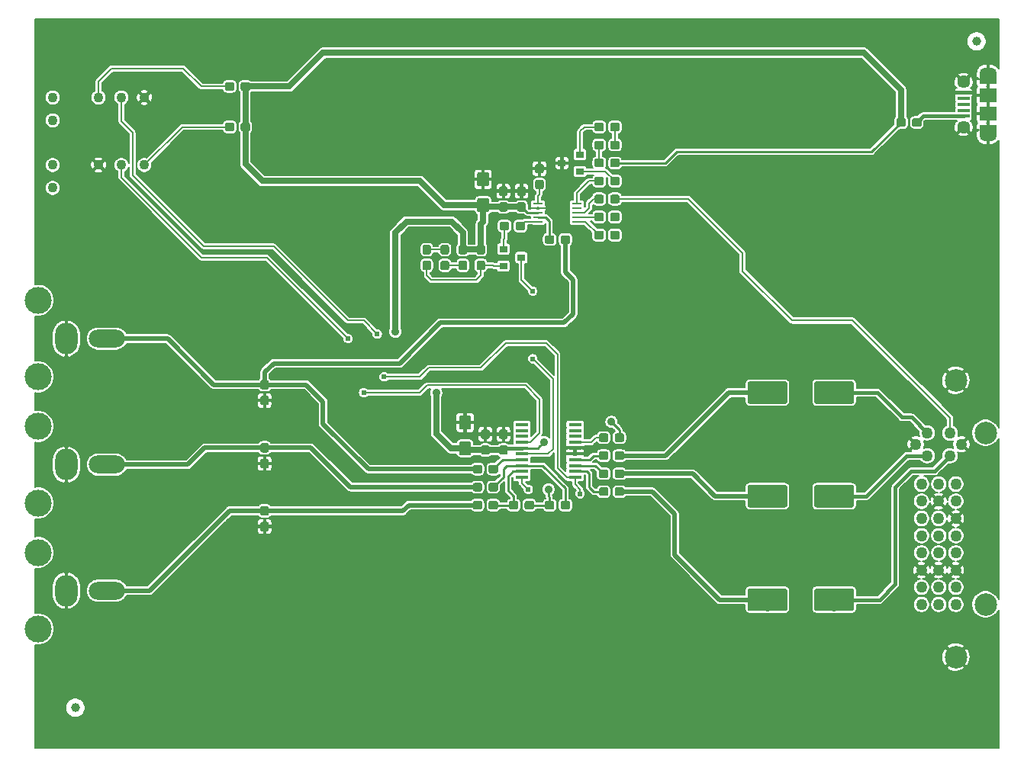
<source format=gbr>
G04 #@! TF.GenerationSoftware,KiCad,Pcbnew,(5.1.0)-1*
G04 #@! TF.CreationDate,2019-03-23T21:37:36-07:00*
G04 #@! TF.ProjectId,yuv2dvi,79757632-6476-4692-9e6b-696361645f70,0.1*
G04 #@! TF.SameCoordinates,Original*
G04 #@! TF.FileFunction,Copper,L1,Top*
G04 #@! TF.FilePolarity,Positive*
%FSLAX46Y46*%
G04 Gerber Fmt 4.6, Leading zero omitted, Abs format (unit mm)*
G04 Created by KiCad (PCBNEW (5.1.0)-1) date 2019-03-23 21:37:36*
%MOMM*%
%LPD*%
G04 APERTURE LIST*
%ADD10C,0.100000*%
%ADD11C,0.950000*%
%ADD12C,3.000000*%
%ADD13O,4.000000X2.000000*%
%ADD14O,2.500000X3.500000*%
%ADD15C,1.000000*%
%ADD16C,1.350000*%
%ADD17C,1.100000*%
%ADD18R,1.900000X1.200000*%
%ADD19O,1.900000X1.200000*%
%ADD20R,1.900000X1.500000*%
%ADD21C,1.450000*%
%ADD22R,1.350000X0.400000*%
%ADD23C,2.500000*%
%ADD24C,1.260000*%
%ADD25R,1.100000X0.250000*%
%ADD26R,1.450000X0.450000*%
%ADD27R,0.900000X0.800000*%
%ADD28C,0.609600*%
%ADD29C,0.914400*%
%ADD30C,0.508000*%
%ADD31C,0.248920*%
%ADD32C,0.203200*%
%ADD33C,0.250000*%
%ADD34C,0.700000*%
%ADD35C,0.400000*%
%ADD36C,0.406400*%
G04 APERTURE END LIST*
D10*
G36*
X163935779Y-104526144D02*
G01*
X163958834Y-104529563D01*
X163981443Y-104535227D01*
X164003387Y-104543079D01*
X164024457Y-104553044D01*
X164044448Y-104565026D01*
X164063168Y-104578910D01*
X164080438Y-104594562D01*
X164096090Y-104611832D01*
X164109974Y-104630552D01*
X164121956Y-104650543D01*
X164131921Y-104671613D01*
X164139773Y-104693557D01*
X164145437Y-104716166D01*
X164148856Y-104739221D01*
X164150000Y-104762500D01*
X164150000Y-105237500D01*
X164148856Y-105260779D01*
X164145437Y-105283834D01*
X164139773Y-105306443D01*
X164131921Y-105328387D01*
X164121956Y-105349457D01*
X164109974Y-105369448D01*
X164096090Y-105388168D01*
X164080438Y-105405438D01*
X164063168Y-105421090D01*
X164044448Y-105434974D01*
X164024457Y-105446956D01*
X164003387Y-105456921D01*
X163981443Y-105464773D01*
X163958834Y-105470437D01*
X163935779Y-105473856D01*
X163912500Y-105475000D01*
X163337500Y-105475000D01*
X163314221Y-105473856D01*
X163291166Y-105470437D01*
X163268557Y-105464773D01*
X163246613Y-105456921D01*
X163225543Y-105446956D01*
X163205552Y-105434974D01*
X163186832Y-105421090D01*
X163169562Y-105405438D01*
X163153910Y-105388168D01*
X163140026Y-105369448D01*
X163128044Y-105349457D01*
X163118079Y-105328387D01*
X163110227Y-105306443D01*
X163104563Y-105283834D01*
X163101144Y-105260779D01*
X163100000Y-105237500D01*
X163100000Y-104762500D01*
X163101144Y-104739221D01*
X163104563Y-104716166D01*
X163110227Y-104693557D01*
X163118079Y-104671613D01*
X163128044Y-104650543D01*
X163140026Y-104630552D01*
X163153910Y-104611832D01*
X163169562Y-104594562D01*
X163186832Y-104578910D01*
X163205552Y-104565026D01*
X163225543Y-104553044D01*
X163246613Y-104543079D01*
X163268557Y-104535227D01*
X163291166Y-104529563D01*
X163314221Y-104526144D01*
X163337500Y-104525000D01*
X163912500Y-104525000D01*
X163935779Y-104526144D01*
X163935779Y-104526144D01*
G37*
D11*
X163625000Y-105000000D03*
D10*
G36*
X165685779Y-104526144D02*
G01*
X165708834Y-104529563D01*
X165731443Y-104535227D01*
X165753387Y-104543079D01*
X165774457Y-104553044D01*
X165794448Y-104565026D01*
X165813168Y-104578910D01*
X165830438Y-104594562D01*
X165846090Y-104611832D01*
X165859974Y-104630552D01*
X165871956Y-104650543D01*
X165881921Y-104671613D01*
X165889773Y-104693557D01*
X165895437Y-104716166D01*
X165898856Y-104739221D01*
X165900000Y-104762500D01*
X165900000Y-105237500D01*
X165898856Y-105260779D01*
X165895437Y-105283834D01*
X165889773Y-105306443D01*
X165881921Y-105328387D01*
X165871956Y-105349457D01*
X165859974Y-105369448D01*
X165846090Y-105388168D01*
X165830438Y-105405438D01*
X165813168Y-105421090D01*
X165794448Y-105434974D01*
X165774457Y-105446956D01*
X165753387Y-105456921D01*
X165731443Y-105464773D01*
X165708834Y-105470437D01*
X165685779Y-105473856D01*
X165662500Y-105475000D01*
X165087500Y-105475000D01*
X165064221Y-105473856D01*
X165041166Y-105470437D01*
X165018557Y-105464773D01*
X164996613Y-105456921D01*
X164975543Y-105446956D01*
X164955552Y-105434974D01*
X164936832Y-105421090D01*
X164919562Y-105405438D01*
X164903910Y-105388168D01*
X164890026Y-105369448D01*
X164878044Y-105349457D01*
X164868079Y-105328387D01*
X164860227Y-105306443D01*
X164854563Y-105283834D01*
X164851144Y-105260779D01*
X164850000Y-105237500D01*
X164850000Y-104762500D01*
X164851144Y-104739221D01*
X164854563Y-104716166D01*
X164860227Y-104693557D01*
X164868079Y-104671613D01*
X164878044Y-104650543D01*
X164890026Y-104630552D01*
X164903910Y-104611832D01*
X164919562Y-104594562D01*
X164936832Y-104578910D01*
X164955552Y-104565026D01*
X164975543Y-104553044D01*
X164996613Y-104543079D01*
X165018557Y-104535227D01*
X165041166Y-104529563D01*
X165064221Y-104526144D01*
X165087500Y-104525000D01*
X165662500Y-104525000D01*
X165685779Y-104526144D01*
X165685779Y-104526144D01*
G37*
D11*
X165375000Y-105000000D03*
D10*
G36*
X153935779Y-112026144D02*
G01*
X153958834Y-112029563D01*
X153981443Y-112035227D01*
X154003387Y-112043079D01*
X154024457Y-112053044D01*
X154044448Y-112065026D01*
X154063168Y-112078910D01*
X154080438Y-112094562D01*
X154096090Y-112111832D01*
X154109974Y-112130552D01*
X154121956Y-112150543D01*
X154131921Y-112171613D01*
X154139773Y-112193557D01*
X154145437Y-112216166D01*
X154148856Y-112239221D01*
X154150000Y-112262500D01*
X154150000Y-112737500D01*
X154148856Y-112760779D01*
X154145437Y-112783834D01*
X154139773Y-112806443D01*
X154131921Y-112828387D01*
X154121956Y-112849457D01*
X154109974Y-112869448D01*
X154096090Y-112888168D01*
X154080438Y-112905438D01*
X154063168Y-112921090D01*
X154044448Y-112934974D01*
X154024457Y-112946956D01*
X154003387Y-112956921D01*
X153981443Y-112964773D01*
X153958834Y-112970437D01*
X153935779Y-112973856D01*
X153912500Y-112975000D01*
X153337500Y-112975000D01*
X153314221Y-112973856D01*
X153291166Y-112970437D01*
X153268557Y-112964773D01*
X153246613Y-112956921D01*
X153225543Y-112946956D01*
X153205552Y-112934974D01*
X153186832Y-112921090D01*
X153169562Y-112905438D01*
X153153910Y-112888168D01*
X153140026Y-112869448D01*
X153128044Y-112849457D01*
X153118079Y-112828387D01*
X153110227Y-112806443D01*
X153104563Y-112783834D01*
X153101144Y-112760779D01*
X153100000Y-112737500D01*
X153100000Y-112262500D01*
X153101144Y-112239221D01*
X153104563Y-112216166D01*
X153110227Y-112193557D01*
X153118079Y-112171613D01*
X153128044Y-112150543D01*
X153140026Y-112130552D01*
X153153910Y-112111832D01*
X153169562Y-112094562D01*
X153186832Y-112078910D01*
X153205552Y-112065026D01*
X153225543Y-112053044D01*
X153246613Y-112043079D01*
X153268557Y-112035227D01*
X153291166Y-112029563D01*
X153314221Y-112026144D01*
X153337500Y-112025000D01*
X153912500Y-112025000D01*
X153935779Y-112026144D01*
X153935779Y-112026144D01*
G37*
D11*
X153625000Y-112500000D03*
D10*
G36*
X155685779Y-112026144D02*
G01*
X155708834Y-112029563D01*
X155731443Y-112035227D01*
X155753387Y-112043079D01*
X155774457Y-112053044D01*
X155794448Y-112065026D01*
X155813168Y-112078910D01*
X155830438Y-112094562D01*
X155846090Y-112111832D01*
X155859974Y-112130552D01*
X155871956Y-112150543D01*
X155881921Y-112171613D01*
X155889773Y-112193557D01*
X155895437Y-112216166D01*
X155898856Y-112239221D01*
X155900000Y-112262500D01*
X155900000Y-112737500D01*
X155898856Y-112760779D01*
X155895437Y-112783834D01*
X155889773Y-112806443D01*
X155881921Y-112828387D01*
X155871956Y-112849457D01*
X155859974Y-112869448D01*
X155846090Y-112888168D01*
X155830438Y-112905438D01*
X155813168Y-112921090D01*
X155794448Y-112934974D01*
X155774457Y-112946956D01*
X155753387Y-112956921D01*
X155731443Y-112964773D01*
X155708834Y-112970437D01*
X155685779Y-112973856D01*
X155662500Y-112975000D01*
X155087500Y-112975000D01*
X155064221Y-112973856D01*
X155041166Y-112970437D01*
X155018557Y-112964773D01*
X154996613Y-112956921D01*
X154975543Y-112946956D01*
X154955552Y-112934974D01*
X154936832Y-112921090D01*
X154919562Y-112905438D01*
X154903910Y-112888168D01*
X154890026Y-112869448D01*
X154878044Y-112849457D01*
X154868079Y-112828387D01*
X154860227Y-112806443D01*
X154854563Y-112783834D01*
X154851144Y-112760779D01*
X154850000Y-112737500D01*
X154850000Y-112262500D01*
X154851144Y-112239221D01*
X154854563Y-112216166D01*
X154860227Y-112193557D01*
X154868079Y-112171613D01*
X154878044Y-112150543D01*
X154890026Y-112130552D01*
X154903910Y-112111832D01*
X154919562Y-112094562D01*
X154936832Y-112078910D01*
X154955552Y-112065026D01*
X154975543Y-112053044D01*
X154996613Y-112043079D01*
X155018557Y-112035227D01*
X155041166Y-112029563D01*
X155064221Y-112026144D01*
X155087500Y-112025000D01*
X155662500Y-112025000D01*
X155685779Y-112026144D01*
X155685779Y-112026144D01*
G37*
D11*
X155375000Y-112500000D03*
D10*
G36*
X159685779Y-112026144D02*
G01*
X159708834Y-112029563D01*
X159731443Y-112035227D01*
X159753387Y-112043079D01*
X159774457Y-112053044D01*
X159794448Y-112065026D01*
X159813168Y-112078910D01*
X159830438Y-112094562D01*
X159846090Y-112111832D01*
X159859974Y-112130552D01*
X159871956Y-112150543D01*
X159881921Y-112171613D01*
X159889773Y-112193557D01*
X159895437Y-112216166D01*
X159898856Y-112239221D01*
X159900000Y-112262500D01*
X159900000Y-112737500D01*
X159898856Y-112760779D01*
X159895437Y-112783834D01*
X159889773Y-112806443D01*
X159881921Y-112828387D01*
X159871956Y-112849457D01*
X159859974Y-112869448D01*
X159846090Y-112888168D01*
X159830438Y-112905438D01*
X159813168Y-112921090D01*
X159794448Y-112934974D01*
X159774457Y-112946956D01*
X159753387Y-112956921D01*
X159731443Y-112964773D01*
X159708834Y-112970437D01*
X159685779Y-112973856D01*
X159662500Y-112975000D01*
X159087500Y-112975000D01*
X159064221Y-112973856D01*
X159041166Y-112970437D01*
X159018557Y-112964773D01*
X158996613Y-112956921D01*
X158975543Y-112946956D01*
X158955552Y-112934974D01*
X158936832Y-112921090D01*
X158919562Y-112905438D01*
X158903910Y-112888168D01*
X158890026Y-112869448D01*
X158878044Y-112849457D01*
X158868079Y-112828387D01*
X158860227Y-112806443D01*
X158854563Y-112783834D01*
X158851144Y-112760779D01*
X158850000Y-112737500D01*
X158850000Y-112262500D01*
X158851144Y-112239221D01*
X158854563Y-112216166D01*
X158860227Y-112193557D01*
X158868079Y-112171613D01*
X158878044Y-112150543D01*
X158890026Y-112130552D01*
X158903910Y-112111832D01*
X158919562Y-112094562D01*
X158936832Y-112078910D01*
X158955552Y-112065026D01*
X158975543Y-112053044D01*
X158996613Y-112043079D01*
X159018557Y-112035227D01*
X159041166Y-112029563D01*
X159064221Y-112026144D01*
X159087500Y-112025000D01*
X159662500Y-112025000D01*
X159685779Y-112026144D01*
X159685779Y-112026144D01*
G37*
D11*
X159375000Y-112500000D03*
D10*
G36*
X157935779Y-112026144D02*
G01*
X157958834Y-112029563D01*
X157981443Y-112035227D01*
X158003387Y-112043079D01*
X158024457Y-112053044D01*
X158044448Y-112065026D01*
X158063168Y-112078910D01*
X158080438Y-112094562D01*
X158096090Y-112111832D01*
X158109974Y-112130552D01*
X158121956Y-112150543D01*
X158131921Y-112171613D01*
X158139773Y-112193557D01*
X158145437Y-112216166D01*
X158148856Y-112239221D01*
X158150000Y-112262500D01*
X158150000Y-112737500D01*
X158148856Y-112760779D01*
X158145437Y-112783834D01*
X158139773Y-112806443D01*
X158131921Y-112828387D01*
X158121956Y-112849457D01*
X158109974Y-112869448D01*
X158096090Y-112888168D01*
X158080438Y-112905438D01*
X158063168Y-112921090D01*
X158044448Y-112934974D01*
X158024457Y-112946956D01*
X158003387Y-112956921D01*
X157981443Y-112964773D01*
X157958834Y-112970437D01*
X157935779Y-112973856D01*
X157912500Y-112975000D01*
X157337500Y-112975000D01*
X157314221Y-112973856D01*
X157291166Y-112970437D01*
X157268557Y-112964773D01*
X157246613Y-112956921D01*
X157225543Y-112946956D01*
X157205552Y-112934974D01*
X157186832Y-112921090D01*
X157169562Y-112905438D01*
X157153910Y-112888168D01*
X157140026Y-112869448D01*
X157128044Y-112849457D01*
X157118079Y-112828387D01*
X157110227Y-112806443D01*
X157104563Y-112783834D01*
X157101144Y-112760779D01*
X157100000Y-112737500D01*
X157100000Y-112262500D01*
X157101144Y-112239221D01*
X157104563Y-112216166D01*
X157110227Y-112193557D01*
X157118079Y-112171613D01*
X157128044Y-112150543D01*
X157140026Y-112130552D01*
X157153910Y-112111832D01*
X157169562Y-112094562D01*
X157186832Y-112078910D01*
X157205552Y-112065026D01*
X157225543Y-112053044D01*
X157246613Y-112043079D01*
X157268557Y-112035227D01*
X157291166Y-112029563D01*
X157314221Y-112026144D01*
X157337500Y-112025000D01*
X157912500Y-112025000D01*
X157935779Y-112026144D01*
X157935779Y-112026144D01*
G37*
D11*
X157625000Y-112500000D03*
D12*
X100850000Y-117750000D03*
X100850000Y-126250000D03*
D13*
X108500000Y-122000000D03*
D14*
X104000000Y-122000000D03*
D12*
X100850000Y-103750000D03*
X100850000Y-112250000D03*
D13*
X108500000Y-108000000D03*
D14*
X104000000Y-108000000D03*
D12*
X100850000Y-89750000D03*
X100850000Y-98250000D03*
D13*
X108500000Y-94000000D03*
D14*
X104000000Y-94000000D03*
D15*
X205000000Y-61000000D03*
X105000000Y-135000000D03*
D10*
G36*
X150699505Y-75526204D02*
G01*
X150723773Y-75529804D01*
X150747572Y-75535765D01*
X150770671Y-75544030D01*
X150792850Y-75554520D01*
X150813893Y-75567132D01*
X150833599Y-75581747D01*
X150851777Y-75598223D01*
X150868253Y-75616401D01*
X150882868Y-75636107D01*
X150895480Y-75657150D01*
X150905970Y-75679329D01*
X150914235Y-75702428D01*
X150920196Y-75726227D01*
X150923796Y-75750495D01*
X150925000Y-75774999D01*
X150925000Y-76850001D01*
X150923796Y-76874505D01*
X150920196Y-76898773D01*
X150914235Y-76922572D01*
X150905970Y-76945671D01*
X150895480Y-76967850D01*
X150882868Y-76988893D01*
X150868253Y-77008599D01*
X150851777Y-77026777D01*
X150833599Y-77043253D01*
X150813893Y-77057868D01*
X150792850Y-77070480D01*
X150770671Y-77080970D01*
X150747572Y-77089235D01*
X150723773Y-77095196D01*
X150699505Y-77098796D01*
X150675001Y-77100000D01*
X149824999Y-77100000D01*
X149800495Y-77098796D01*
X149776227Y-77095196D01*
X149752428Y-77089235D01*
X149729329Y-77080970D01*
X149707150Y-77070480D01*
X149686107Y-77057868D01*
X149666401Y-77043253D01*
X149648223Y-77026777D01*
X149631747Y-77008599D01*
X149617132Y-76988893D01*
X149604520Y-76967850D01*
X149594030Y-76945671D01*
X149585765Y-76922572D01*
X149579804Y-76898773D01*
X149576204Y-76874505D01*
X149575000Y-76850001D01*
X149575000Y-75774999D01*
X149576204Y-75750495D01*
X149579804Y-75726227D01*
X149585765Y-75702428D01*
X149594030Y-75679329D01*
X149604520Y-75657150D01*
X149617132Y-75636107D01*
X149631747Y-75616401D01*
X149648223Y-75598223D01*
X149666401Y-75581747D01*
X149686107Y-75567132D01*
X149707150Y-75554520D01*
X149729329Y-75544030D01*
X149752428Y-75535765D01*
X149776227Y-75529804D01*
X149800495Y-75526204D01*
X149824999Y-75525000D01*
X150675001Y-75525000D01*
X150699505Y-75526204D01*
X150699505Y-75526204D01*
G37*
D16*
X150250000Y-76312500D03*
D10*
G36*
X150699505Y-78401204D02*
G01*
X150723773Y-78404804D01*
X150747572Y-78410765D01*
X150770671Y-78419030D01*
X150792850Y-78429520D01*
X150813893Y-78442132D01*
X150833599Y-78456747D01*
X150851777Y-78473223D01*
X150868253Y-78491401D01*
X150882868Y-78511107D01*
X150895480Y-78532150D01*
X150905970Y-78554329D01*
X150914235Y-78577428D01*
X150920196Y-78601227D01*
X150923796Y-78625495D01*
X150925000Y-78649999D01*
X150925000Y-79725001D01*
X150923796Y-79749505D01*
X150920196Y-79773773D01*
X150914235Y-79797572D01*
X150905970Y-79820671D01*
X150895480Y-79842850D01*
X150882868Y-79863893D01*
X150868253Y-79883599D01*
X150851777Y-79901777D01*
X150833599Y-79918253D01*
X150813893Y-79932868D01*
X150792850Y-79945480D01*
X150770671Y-79955970D01*
X150747572Y-79964235D01*
X150723773Y-79970196D01*
X150699505Y-79973796D01*
X150675001Y-79975000D01*
X149824999Y-79975000D01*
X149800495Y-79973796D01*
X149776227Y-79970196D01*
X149752428Y-79964235D01*
X149729329Y-79955970D01*
X149707150Y-79945480D01*
X149686107Y-79932868D01*
X149666401Y-79918253D01*
X149648223Y-79901777D01*
X149631747Y-79883599D01*
X149617132Y-79863893D01*
X149604520Y-79842850D01*
X149594030Y-79820671D01*
X149585765Y-79797572D01*
X149579804Y-79773773D01*
X149576204Y-79749505D01*
X149575000Y-79725001D01*
X149575000Y-78649999D01*
X149576204Y-78625495D01*
X149579804Y-78601227D01*
X149585765Y-78577428D01*
X149594030Y-78554329D01*
X149604520Y-78532150D01*
X149617132Y-78511107D01*
X149631747Y-78491401D01*
X149648223Y-78473223D01*
X149666401Y-78456747D01*
X149686107Y-78442132D01*
X149707150Y-78429520D01*
X149729329Y-78419030D01*
X149752428Y-78410765D01*
X149776227Y-78404804D01*
X149800495Y-78401204D01*
X149824999Y-78400000D01*
X150675001Y-78400000D01*
X150699505Y-78401204D01*
X150699505Y-78401204D01*
G37*
D16*
X150250000Y-79187500D03*
D10*
G36*
X148699505Y-102526204D02*
G01*
X148723773Y-102529804D01*
X148747572Y-102535765D01*
X148770671Y-102544030D01*
X148792850Y-102554520D01*
X148813893Y-102567132D01*
X148833599Y-102581747D01*
X148851777Y-102598223D01*
X148868253Y-102616401D01*
X148882868Y-102636107D01*
X148895480Y-102657150D01*
X148905970Y-102679329D01*
X148914235Y-102702428D01*
X148920196Y-102726227D01*
X148923796Y-102750495D01*
X148925000Y-102774999D01*
X148925000Y-103850001D01*
X148923796Y-103874505D01*
X148920196Y-103898773D01*
X148914235Y-103922572D01*
X148905970Y-103945671D01*
X148895480Y-103967850D01*
X148882868Y-103988893D01*
X148868253Y-104008599D01*
X148851777Y-104026777D01*
X148833599Y-104043253D01*
X148813893Y-104057868D01*
X148792850Y-104070480D01*
X148770671Y-104080970D01*
X148747572Y-104089235D01*
X148723773Y-104095196D01*
X148699505Y-104098796D01*
X148675001Y-104100000D01*
X147824999Y-104100000D01*
X147800495Y-104098796D01*
X147776227Y-104095196D01*
X147752428Y-104089235D01*
X147729329Y-104080970D01*
X147707150Y-104070480D01*
X147686107Y-104057868D01*
X147666401Y-104043253D01*
X147648223Y-104026777D01*
X147631747Y-104008599D01*
X147617132Y-103988893D01*
X147604520Y-103967850D01*
X147594030Y-103945671D01*
X147585765Y-103922572D01*
X147579804Y-103898773D01*
X147576204Y-103874505D01*
X147575000Y-103850001D01*
X147575000Y-102774999D01*
X147576204Y-102750495D01*
X147579804Y-102726227D01*
X147585765Y-102702428D01*
X147594030Y-102679329D01*
X147604520Y-102657150D01*
X147617132Y-102636107D01*
X147631747Y-102616401D01*
X147648223Y-102598223D01*
X147666401Y-102581747D01*
X147686107Y-102567132D01*
X147707150Y-102554520D01*
X147729329Y-102544030D01*
X147752428Y-102535765D01*
X147776227Y-102529804D01*
X147800495Y-102526204D01*
X147824999Y-102525000D01*
X148675001Y-102525000D01*
X148699505Y-102526204D01*
X148699505Y-102526204D01*
G37*
D16*
X148250000Y-103312500D03*
D10*
G36*
X148699505Y-105401204D02*
G01*
X148723773Y-105404804D01*
X148747572Y-105410765D01*
X148770671Y-105419030D01*
X148792850Y-105429520D01*
X148813893Y-105442132D01*
X148833599Y-105456747D01*
X148851777Y-105473223D01*
X148868253Y-105491401D01*
X148882868Y-105511107D01*
X148895480Y-105532150D01*
X148905970Y-105554329D01*
X148914235Y-105577428D01*
X148920196Y-105601227D01*
X148923796Y-105625495D01*
X148925000Y-105649999D01*
X148925000Y-106725001D01*
X148923796Y-106749505D01*
X148920196Y-106773773D01*
X148914235Y-106797572D01*
X148905970Y-106820671D01*
X148895480Y-106842850D01*
X148882868Y-106863893D01*
X148868253Y-106883599D01*
X148851777Y-106901777D01*
X148833599Y-106918253D01*
X148813893Y-106932868D01*
X148792850Y-106945480D01*
X148770671Y-106955970D01*
X148747572Y-106964235D01*
X148723773Y-106970196D01*
X148699505Y-106973796D01*
X148675001Y-106975000D01*
X147824999Y-106975000D01*
X147800495Y-106973796D01*
X147776227Y-106970196D01*
X147752428Y-106964235D01*
X147729329Y-106955970D01*
X147707150Y-106945480D01*
X147686107Y-106932868D01*
X147666401Y-106918253D01*
X147648223Y-106901777D01*
X147631747Y-106883599D01*
X147617132Y-106863893D01*
X147604520Y-106842850D01*
X147594030Y-106820671D01*
X147585765Y-106797572D01*
X147579804Y-106773773D01*
X147576204Y-106749505D01*
X147575000Y-106725001D01*
X147575000Y-105649999D01*
X147576204Y-105625495D01*
X147579804Y-105601227D01*
X147585765Y-105577428D01*
X147594030Y-105554329D01*
X147604520Y-105532150D01*
X147617132Y-105511107D01*
X147631747Y-105491401D01*
X147648223Y-105473223D01*
X147666401Y-105456747D01*
X147686107Y-105442132D01*
X147707150Y-105429520D01*
X147729329Y-105419030D01*
X147752428Y-105410765D01*
X147776227Y-105404804D01*
X147800495Y-105401204D01*
X147824999Y-105400000D01*
X148675001Y-105400000D01*
X148699505Y-105401204D01*
X148699505Y-105401204D01*
G37*
D16*
X148250000Y-106187500D03*
D17*
X102500000Y-77270000D03*
X102500000Y-74730000D03*
X112660000Y-74730000D03*
X110120000Y-74730000D03*
X107580000Y-74730000D03*
X102500000Y-69770000D03*
X102500000Y-67230000D03*
X112660000Y-67230000D03*
X110120000Y-67230000D03*
X107580000Y-67230000D03*
D18*
X206262500Y-70900000D03*
X206262500Y-65100000D03*
D19*
X206262500Y-64500000D03*
X206262500Y-71500000D03*
D20*
X206262500Y-69000000D03*
D21*
X203562500Y-65500000D03*
D22*
X203562500Y-68000000D03*
X203562500Y-67350000D03*
X203562500Y-66700000D03*
X203562500Y-69300000D03*
X203562500Y-68650000D03*
D21*
X203562500Y-70500000D03*
D20*
X206262500Y-67000000D03*
D10*
G36*
X146260779Y-83601144D02*
G01*
X146283834Y-83604563D01*
X146306443Y-83610227D01*
X146328387Y-83618079D01*
X146349457Y-83628044D01*
X146369448Y-83640026D01*
X146388168Y-83653910D01*
X146405438Y-83669562D01*
X146421090Y-83686832D01*
X146434974Y-83705552D01*
X146446956Y-83725543D01*
X146456921Y-83746613D01*
X146464773Y-83768557D01*
X146470437Y-83791166D01*
X146473856Y-83814221D01*
X146475000Y-83837500D01*
X146475000Y-84412500D01*
X146473856Y-84435779D01*
X146470437Y-84458834D01*
X146464773Y-84481443D01*
X146456921Y-84503387D01*
X146446956Y-84524457D01*
X146434974Y-84544448D01*
X146421090Y-84563168D01*
X146405438Y-84580438D01*
X146388168Y-84596090D01*
X146369448Y-84609974D01*
X146349457Y-84621956D01*
X146328387Y-84631921D01*
X146306443Y-84639773D01*
X146283834Y-84645437D01*
X146260779Y-84648856D01*
X146237500Y-84650000D01*
X145762500Y-84650000D01*
X145739221Y-84648856D01*
X145716166Y-84645437D01*
X145693557Y-84639773D01*
X145671613Y-84631921D01*
X145650543Y-84621956D01*
X145630552Y-84609974D01*
X145611832Y-84596090D01*
X145594562Y-84580438D01*
X145578910Y-84563168D01*
X145565026Y-84544448D01*
X145553044Y-84524457D01*
X145543079Y-84503387D01*
X145535227Y-84481443D01*
X145529563Y-84458834D01*
X145526144Y-84435779D01*
X145525000Y-84412500D01*
X145525000Y-83837500D01*
X145526144Y-83814221D01*
X145529563Y-83791166D01*
X145535227Y-83768557D01*
X145543079Y-83746613D01*
X145553044Y-83725543D01*
X145565026Y-83705552D01*
X145578910Y-83686832D01*
X145594562Y-83669562D01*
X145611832Y-83653910D01*
X145630552Y-83640026D01*
X145650543Y-83628044D01*
X145671613Y-83618079D01*
X145693557Y-83610227D01*
X145716166Y-83604563D01*
X145739221Y-83601144D01*
X145762500Y-83600000D01*
X146237500Y-83600000D01*
X146260779Y-83601144D01*
X146260779Y-83601144D01*
G37*
D11*
X146000000Y-84125000D03*
D10*
G36*
X146260779Y-85351144D02*
G01*
X146283834Y-85354563D01*
X146306443Y-85360227D01*
X146328387Y-85368079D01*
X146349457Y-85378044D01*
X146369448Y-85390026D01*
X146388168Y-85403910D01*
X146405438Y-85419562D01*
X146421090Y-85436832D01*
X146434974Y-85455552D01*
X146446956Y-85475543D01*
X146456921Y-85496613D01*
X146464773Y-85518557D01*
X146470437Y-85541166D01*
X146473856Y-85564221D01*
X146475000Y-85587500D01*
X146475000Y-86162500D01*
X146473856Y-86185779D01*
X146470437Y-86208834D01*
X146464773Y-86231443D01*
X146456921Y-86253387D01*
X146446956Y-86274457D01*
X146434974Y-86294448D01*
X146421090Y-86313168D01*
X146405438Y-86330438D01*
X146388168Y-86346090D01*
X146369448Y-86359974D01*
X146349457Y-86371956D01*
X146328387Y-86381921D01*
X146306443Y-86389773D01*
X146283834Y-86395437D01*
X146260779Y-86398856D01*
X146237500Y-86400000D01*
X145762500Y-86400000D01*
X145739221Y-86398856D01*
X145716166Y-86395437D01*
X145693557Y-86389773D01*
X145671613Y-86381921D01*
X145650543Y-86371956D01*
X145630552Y-86359974D01*
X145611832Y-86346090D01*
X145594562Y-86330438D01*
X145578910Y-86313168D01*
X145565026Y-86294448D01*
X145553044Y-86274457D01*
X145543079Y-86253387D01*
X145535227Y-86231443D01*
X145529563Y-86208834D01*
X145526144Y-86185779D01*
X145525000Y-86162500D01*
X145525000Y-85587500D01*
X145526144Y-85564221D01*
X145529563Y-85541166D01*
X145535227Y-85518557D01*
X145543079Y-85496613D01*
X145553044Y-85475543D01*
X145565026Y-85455552D01*
X145578910Y-85436832D01*
X145594562Y-85419562D01*
X145611832Y-85403910D01*
X145630552Y-85390026D01*
X145650543Y-85378044D01*
X145671613Y-85368079D01*
X145693557Y-85360227D01*
X145716166Y-85354563D01*
X145739221Y-85351144D01*
X145762500Y-85350000D01*
X146237500Y-85350000D01*
X146260779Y-85351144D01*
X146260779Y-85351144D01*
G37*
D11*
X146000000Y-85875000D03*
D10*
G36*
X148260779Y-83601144D02*
G01*
X148283834Y-83604563D01*
X148306443Y-83610227D01*
X148328387Y-83618079D01*
X148349457Y-83628044D01*
X148369448Y-83640026D01*
X148388168Y-83653910D01*
X148405438Y-83669562D01*
X148421090Y-83686832D01*
X148434974Y-83705552D01*
X148446956Y-83725543D01*
X148456921Y-83746613D01*
X148464773Y-83768557D01*
X148470437Y-83791166D01*
X148473856Y-83814221D01*
X148475000Y-83837500D01*
X148475000Y-84412500D01*
X148473856Y-84435779D01*
X148470437Y-84458834D01*
X148464773Y-84481443D01*
X148456921Y-84503387D01*
X148446956Y-84524457D01*
X148434974Y-84544448D01*
X148421090Y-84563168D01*
X148405438Y-84580438D01*
X148388168Y-84596090D01*
X148369448Y-84609974D01*
X148349457Y-84621956D01*
X148328387Y-84631921D01*
X148306443Y-84639773D01*
X148283834Y-84645437D01*
X148260779Y-84648856D01*
X148237500Y-84650000D01*
X147762500Y-84650000D01*
X147739221Y-84648856D01*
X147716166Y-84645437D01*
X147693557Y-84639773D01*
X147671613Y-84631921D01*
X147650543Y-84621956D01*
X147630552Y-84609974D01*
X147611832Y-84596090D01*
X147594562Y-84580438D01*
X147578910Y-84563168D01*
X147565026Y-84544448D01*
X147553044Y-84524457D01*
X147543079Y-84503387D01*
X147535227Y-84481443D01*
X147529563Y-84458834D01*
X147526144Y-84435779D01*
X147525000Y-84412500D01*
X147525000Y-83837500D01*
X147526144Y-83814221D01*
X147529563Y-83791166D01*
X147535227Y-83768557D01*
X147543079Y-83746613D01*
X147553044Y-83725543D01*
X147565026Y-83705552D01*
X147578910Y-83686832D01*
X147594562Y-83669562D01*
X147611832Y-83653910D01*
X147630552Y-83640026D01*
X147650543Y-83628044D01*
X147671613Y-83618079D01*
X147693557Y-83610227D01*
X147716166Y-83604563D01*
X147739221Y-83601144D01*
X147762500Y-83600000D01*
X148237500Y-83600000D01*
X148260779Y-83601144D01*
X148260779Y-83601144D01*
G37*
D11*
X148000000Y-84125000D03*
D10*
G36*
X148260779Y-85351144D02*
G01*
X148283834Y-85354563D01*
X148306443Y-85360227D01*
X148328387Y-85368079D01*
X148349457Y-85378044D01*
X148369448Y-85390026D01*
X148388168Y-85403910D01*
X148405438Y-85419562D01*
X148421090Y-85436832D01*
X148434974Y-85455552D01*
X148446956Y-85475543D01*
X148456921Y-85496613D01*
X148464773Y-85518557D01*
X148470437Y-85541166D01*
X148473856Y-85564221D01*
X148475000Y-85587500D01*
X148475000Y-86162500D01*
X148473856Y-86185779D01*
X148470437Y-86208834D01*
X148464773Y-86231443D01*
X148456921Y-86253387D01*
X148446956Y-86274457D01*
X148434974Y-86294448D01*
X148421090Y-86313168D01*
X148405438Y-86330438D01*
X148388168Y-86346090D01*
X148369448Y-86359974D01*
X148349457Y-86371956D01*
X148328387Y-86381921D01*
X148306443Y-86389773D01*
X148283834Y-86395437D01*
X148260779Y-86398856D01*
X148237500Y-86400000D01*
X147762500Y-86400000D01*
X147739221Y-86398856D01*
X147716166Y-86395437D01*
X147693557Y-86389773D01*
X147671613Y-86381921D01*
X147650543Y-86371956D01*
X147630552Y-86359974D01*
X147611832Y-86346090D01*
X147594562Y-86330438D01*
X147578910Y-86313168D01*
X147565026Y-86294448D01*
X147553044Y-86274457D01*
X147543079Y-86253387D01*
X147535227Y-86231443D01*
X147529563Y-86208834D01*
X147526144Y-86185779D01*
X147525000Y-86162500D01*
X147525000Y-85587500D01*
X147526144Y-85564221D01*
X147529563Y-85541166D01*
X147535227Y-85518557D01*
X147543079Y-85496613D01*
X147553044Y-85475543D01*
X147565026Y-85455552D01*
X147578910Y-85436832D01*
X147594562Y-85419562D01*
X147611832Y-85403910D01*
X147630552Y-85390026D01*
X147650543Y-85378044D01*
X147671613Y-85368079D01*
X147693557Y-85360227D01*
X147716166Y-85354563D01*
X147739221Y-85351144D01*
X147762500Y-85350000D01*
X148237500Y-85350000D01*
X148260779Y-85351144D01*
X148260779Y-85351144D01*
G37*
D11*
X148000000Y-85875000D03*
D23*
X206000000Y-123525000D03*
X206000000Y-104475000D03*
X202700000Y-129365000D03*
X202700000Y-98635000D03*
D24*
X198890000Y-123525000D03*
X198890000Y-121615000D03*
X198890000Y-119705000D03*
X198890000Y-117795000D03*
X198890000Y-115885000D03*
X198890000Y-113975000D03*
X198890000Y-112065000D03*
X198890000Y-110155000D03*
X200795000Y-123525000D03*
X200795000Y-121615000D03*
X200795000Y-119705000D03*
X200795000Y-117795000D03*
X200795000Y-115885000D03*
X200795000Y-113975000D03*
X200795000Y-112065000D03*
X200795000Y-110155000D03*
X202700000Y-123525000D03*
X202700000Y-121615000D03*
X202700000Y-119705000D03*
X202700000Y-117795000D03*
X202700000Y-115885000D03*
X202700000Y-113975000D03*
X202700000Y-112065000D03*
X202700000Y-110155000D03*
X203330000Y-105745000D03*
X202060000Y-104475000D03*
X202060000Y-107015000D03*
X198250000Y-105745000D03*
X199520000Y-107015000D03*
X199520000Y-104475000D03*
D10*
G36*
X191174504Y-110251204D02*
G01*
X191198773Y-110254804D01*
X191222571Y-110260765D01*
X191245671Y-110269030D01*
X191267849Y-110279520D01*
X191288893Y-110292133D01*
X191308598Y-110306747D01*
X191326777Y-110323223D01*
X191343253Y-110341402D01*
X191357867Y-110361107D01*
X191370480Y-110382151D01*
X191380970Y-110404329D01*
X191389235Y-110427429D01*
X191395196Y-110451227D01*
X191398796Y-110475496D01*
X191400000Y-110500000D01*
X191400000Y-112500000D01*
X191398796Y-112524504D01*
X191395196Y-112548773D01*
X191389235Y-112572571D01*
X191380970Y-112595671D01*
X191370480Y-112617849D01*
X191357867Y-112638893D01*
X191343253Y-112658598D01*
X191326777Y-112676777D01*
X191308598Y-112693253D01*
X191288893Y-112707867D01*
X191267849Y-112720480D01*
X191245671Y-112730970D01*
X191222571Y-112739235D01*
X191198773Y-112745196D01*
X191174504Y-112748796D01*
X191150000Y-112750000D01*
X187250000Y-112750000D01*
X187225496Y-112748796D01*
X187201227Y-112745196D01*
X187177429Y-112739235D01*
X187154329Y-112730970D01*
X187132151Y-112720480D01*
X187111107Y-112707867D01*
X187091402Y-112693253D01*
X187073223Y-112676777D01*
X187056747Y-112658598D01*
X187042133Y-112638893D01*
X187029520Y-112617849D01*
X187019030Y-112595671D01*
X187010765Y-112572571D01*
X187004804Y-112548773D01*
X187001204Y-112524504D01*
X187000000Y-112500000D01*
X187000000Y-110500000D01*
X187001204Y-110475496D01*
X187004804Y-110451227D01*
X187010765Y-110427429D01*
X187019030Y-110404329D01*
X187029520Y-110382151D01*
X187042133Y-110361107D01*
X187056747Y-110341402D01*
X187073223Y-110323223D01*
X187091402Y-110306747D01*
X187111107Y-110292133D01*
X187132151Y-110279520D01*
X187154329Y-110269030D01*
X187177429Y-110260765D01*
X187201227Y-110254804D01*
X187225496Y-110251204D01*
X187250000Y-110250000D01*
X191150000Y-110250000D01*
X191174504Y-110251204D01*
X191174504Y-110251204D01*
G37*
D23*
X189200000Y-111500000D03*
D10*
G36*
X183774504Y-110251204D02*
G01*
X183798773Y-110254804D01*
X183822571Y-110260765D01*
X183845671Y-110269030D01*
X183867849Y-110279520D01*
X183888893Y-110292133D01*
X183908598Y-110306747D01*
X183926777Y-110323223D01*
X183943253Y-110341402D01*
X183957867Y-110361107D01*
X183970480Y-110382151D01*
X183980970Y-110404329D01*
X183989235Y-110427429D01*
X183995196Y-110451227D01*
X183998796Y-110475496D01*
X184000000Y-110500000D01*
X184000000Y-112500000D01*
X183998796Y-112524504D01*
X183995196Y-112548773D01*
X183989235Y-112572571D01*
X183980970Y-112595671D01*
X183970480Y-112617849D01*
X183957867Y-112638893D01*
X183943253Y-112658598D01*
X183926777Y-112676777D01*
X183908598Y-112693253D01*
X183888893Y-112707867D01*
X183867849Y-112720480D01*
X183845671Y-112730970D01*
X183822571Y-112739235D01*
X183798773Y-112745196D01*
X183774504Y-112748796D01*
X183750000Y-112750000D01*
X179850000Y-112750000D01*
X179825496Y-112748796D01*
X179801227Y-112745196D01*
X179777429Y-112739235D01*
X179754329Y-112730970D01*
X179732151Y-112720480D01*
X179711107Y-112707867D01*
X179691402Y-112693253D01*
X179673223Y-112676777D01*
X179656747Y-112658598D01*
X179642133Y-112638893D01*
X179629520Y-112617849D01*
X179619030Y-112595671D01*
X179610765Y-112572571D01*
X179604804Y-112548773D01*
X179601204Y-112524504D01*
X179600000Y-112500000D01*
X179600000Y-110500000D01*
X179601204Y-110475496D01*
X179604804Y-110451227D01*
X179610765Y-110427429D01*
X179619030Y-110404329D01*
X179629520Y-110382151D01*
X179642133Y-110361107D01*
X179656747Y-110341402D01*
X179673223Y-110323223D01*
X179691402Y-110306747D01*
X179711107Y-110292133D01*
X179732151Y-110279520D01*
X179754329Y-110269030D01*
X179777429Y-110260765D01*
X179801227Y-110254804D01*
X179825496Y-110251204D01*
X179850000Y-110250000D01*
X183750000Y-110250000D01*
X183774504Y-110251204D01*
X183774504Y-110251204D01*
G37*
D23*
X181800000Y-111500000D03*
D10*
G36*
X183774504Y-98751204D02*
G01*
X183798773Y-98754804D01*
X183822571Y-98760765D01*
X183845671Y-98769030D01*
X183867849Y-98779520D01*
X183888893Y-98792133D01*
X183908598Y-98806747D01*
X183926777Y-98823223D01*
X183943253Y-98841402D01*
X183957867Y-98861107D01*
X183970480Y-98882151D01*
X183980970Y-98904329D01*
X183989235Y-98927429D01*
X183995196Y-98951227D01*
X183998796Y-98975496D01*
X184000000Y-99000000D01*
X184000000Y-101000000D01*
X183998796Y-101024504D01*
X183995196Y-101048773D01*
X183989235Y-101072571D01*
X183980970Y-101095671D01*
X183970480Y-101117849D01*
X183957867Y-101138893D01*
X183943253Y-101158598D01*
X183926777Y-101176777D01*
X183908598Y-101193253D01*
X183888893Y-101207867D01*
X183867849Y-101220480D01*
X183845671Y-101230970D01*
X183822571Y-101239235D01*
X183798773Y-101245196D01*
X183774504Y-101248796D01*
X183750000Y-101250000D01*
X179850000Y-101250000D01*
X179825496Y-101248796D01*
X179801227Y-101245196D01*
X179777429Y-101239235D01*
X179754329Y-101230970D01*
X179732151Y-101220480D01*
X179711107Y-101207867D01*
X179691402Y-101193253D01*
X179673223Y-101176777D01*
X179656747Y-101158598D01*
X179642133Y-101138893D01*
X179629520Y-101117849D01*
X179619030Y-101095671D01*
X179610765Y-101072571D01*
X179604804Y-101048773D01*
X179601204Y-101024504D01*
X179600000Y-101000000D01*
X179600000Y-99000000D01*
X179601204Y-98975496D01*
X179604804Y-98951227D01*
X179610765Y-98927429D01*
X179619030Y-98904329D01*
X179629520Y-98882151D01*
X179642133Y-98861107D01*
X179656747Y-98841402D01*
X179673223Y-98823223D01*
X179691402Y-98806747D01*
X179711107Y-98792133D01*
X179732151Y-98779520D01*
X179754329Y-98769030D01*
X179777429Y-98760765D01*
X179801227Y-98754804D01*
X179825496Y-98751204D01*
X179850000Y-98750000D01*
X183750000Y-98750000D01*
X183774504Y-98751204D01*
X183774504Y-98751204D01*
G37*
D23*
X181800000Y-100000000D03*
D10*
G36*
X191174504Y-98751204D02*
G01*
X191198773Y-98754804D01*
X191222571Y-98760765D01*
X191245671Y-98769030D01*
X191267849Y-98779520D01*
X191288893Y-98792133D01*
X191308598Y-98806747D01*
X191326777Y-98823223D01*
X191343253Y-98841402D01*
X191357867Y-98861107D01*
X191370480Y-98882151D01*
X191380970Y-98904329D01*
X191389235Y-98927429D01*
X191395196Y-98951227D01*
X191398796Y-98975496D01*
X191400000Y-99000000D01*
X191400000Y-101000000D01*
X191398796Y-101024504D01*
X191395196Y-101048773D01*
X191389235Y-101072571D01*
X191380970Y-101095671D01*
X191370480Y-101117849D01*
X191357867Y-101138893D01*
X191343253Y-101158598D01*
X191326777Y-101176777D01*
X191308598Y-101193253D01*
X191288893Y-101207867D01*
X191267849Y-101220480D01*
X191245671Y-101230970D01*
X191222571Y-101239235D01*
X191198773Y-101245196D01*
X191174504Y-101248796D01*
X191150000Y-101250000D01*
X187250000Y-101250000D01*
X187225496Y-101248796D01*
X187201227Y-101245196D01*
X187177429Y-101239235D01*
X187154329Y-101230970D01*
X187132151Y-101220480D01*
X187111107Y-101207867D01*
X187091402Y-101193253D01*
X187073223Y-101176777D01*
X187056747Y-101158598D01*
X187042133Y-101138893D01*
X187029520Y-101117849D01*
X187019030Y-101095671D01*
X187010765Y-101072571D01*
X187004804Y-101048773D01*
X187001204Y-101024504D01*
X187000000Y-101000000D01*
X187000000Y-99000000D01*
X187001204Y-98975496D01*
X187004804Y-98951227D01*
X187010765Y-98927429D01*
X187019030Y-98904329D01*
X187029520Y-98882151D01*
X187042133Y-98861107D01*
X187056747Y-98841402D01*
X187073223Y-98823223D01*
X187091402Y-98806747D01*
X187111107Y-98792133D01*
X187132151Y-98779520D01*
X187154329Y-98769030D01*
X187177429Y-98760765D01*
X187201227Y-98754804D01*
X187225496Y-98751204D01*
X187250000Y-98750000D01*
X191150000Y-98750000D01*
X191174504Y-98751204D01*
X191174504Y-98751204D01*
G37*
D23*
X189200000Y-100000000D03*
D10*
G36*
X191174504Y-121751204D02*
G01*
X191198773Y-121754804D01*
X191222571Y-121760765D01*
X191245671Y-121769030D01*
X191267849Y-121779520D01*
X191288893Y-121792133D01*
X191308598Y-121806747D01*
X191326777Y-121823223D01*
X191343253Y-121841402D01*
X191357867Y-121861107D01*
X191370480Y-121882151D01*
X191380970Y-121904329D01*
X191389235Y-121927429D01*
X191395196Y-121951227D01*
X191398796Y-121975496D01*
X191400000Y-122000000D01*
X191400000Y-124000000D01*
X191398796Y-124024504D01*
X191395196Y-124048773D01*
X191389235Y-124072571D01*
X191380970Y-124095671D01*
X191370480Y-124117849D01*
X191357867Y-124138893D01*
X191343253Y-124158598D01*
X191326777Y-124176777D01*
X191308598Y-124193253D01*
X191288893Y-124207867D01*
X191267849Y-124220480D01*
X191245671Y-124230970D01*
X191222571Y-124239235D01*
X191198773Y-124245196D01*
X191174504Y-124248796D01*
X191150000Y-124250000D01*
X187250000Y-124250000D01*
X187225496Y-124248796D01*
X187201227Y-124245196D01*
X187177429Y-124239235D01*
X187154329Y-124230970D01*
X187132151Y-124220480D01*
X187111107Y-124207867D01*
X187091402Y-124193253D01*
X187073223Y-124176777D01*
X187056747Y-124158598D01*
X187042133Y-124138893D01*
X187029520Y-124117849D01*
X187019030Y-124095671D01*
X187010765Y-124072571D01*
X187004804Y-124048773D01*
X187001204Y-124024504D01*
X187000000Y-124000000D01*
X187000000Y-122000000D01*
X187001204Y-121975496D01*
X187004804Y-121951227D01*
X187010765Y-121927429D01*
X187019030Y-121904329D01*
X187029520Y-121882151D01*
X187042133Y-121861107D01*
X187056747Y-121841402D01*
X187073223Y-121823223D01*
X187091402Y-121806747D01*
X187111107Y-121792133D01*
X187132151Y-121779520D01*
X187154329Y-121769030D01*
X187177429Y-121760765D01*
X187201227Y-121754804D01*
X187225496Y-121751204D01*
X187250000Y-121750000D01*
X191150000Y-121750000D01*
X191174504Y-121751204D01*
X191174504Y-121751204D01*
G37*
D23*
X189200000Y-123000000D03*
D10*
G36*
X183774504Y-121751204D02*
G01*
X183798773Y-121754804D01*
X183822571Y-121760765D01*
X183845671Y-121769030D01*
X183867849Y-121779520D01*
X183888893Y-121792133D01*
X183908598Y-121806747D01*
X183926777Y-121823223D01*
X183943253Y-121841402D01*
X183957867Y-121861107D01*
X183970480Y-121882151D01*
X183980970Y-121904329D01*
X183989235Y-121927429D01*
X183995196Y-121951227D01*
X183998796Y-121975496D01*
X184000000Y-122000000D01*
X184000000Y-124000000D01*
X183998796Y-124024504D01*
X183995196Y-124048773D01*
X183989235Y-124072571D01*
X183980970Y-124095671D01*
X183970480Y-124117849D01*
X183957867Y-124138893D01*
X183943253Y-124158598D01*
X183926777Y-124176777D01*
X183908598Y-124193253D01*
X183888893Y-124207867D01*
X183867849Y-124220480D01*
X183845671Y-124230970D01*
X183822571Y-124239235D01*
X183798773Y-124245196D01*
X183774504Y-124248796D01*
X183750000Y-124250000D01*
X179850000Y-124250000D01*
X179825496Y-124248796D01*
X179801227Y-124245196D01*
X179777429Y-124239235D01*
X179754329Y-124230970D01*
X179732151Y-124220480D01*
X179711107Y-124207867D01*
X179691402Y-124193253D01*
X179673223Y-124176777D01*
X179656747Y-124158598D01*
X179642133Y-124138893D01*
X179629520Y-124117849D01*
X179619030Y-124095671D01*
X179610765Y-124072571D01*
X179604804Y-124048773D01*
X179601204Y-124024504D01*
X179600000Y-124000000D01*
X179600000Y-122000000D01*
X179601204Y-121975496D01*
X179604804Y-121951227D01*
X179610765Y-121927429D01*
X179619030Y-121904329D01*
X179629520Y-121882151D01*
X179642133Y-121861107D01*
X179656747Y-121841402D01*
X179673223Y-121823223D01*
X179691402Y-121806747D01*
X179711107Y-121792133D01*
X179732151Y-121779520D01*
X179754329Y-121769030D01*
X179777429Y-121760765D01*
X179801227Y-121754804D01*
X179825496Y-121751204D01*
X179850000Y-121750000D01*
X183750000Y-121750000D01*
X183774504Y-121751204D01*
X183774504Y-121751204D01*
G37*
D23*
X181800000Y-123000000D03*
D10*
G36*
X159685779Y-82526144D02*
G01*
X159708834Y-82529563D01*
X159731443Y-82535227D01*
X159753387Y-82543079D01*
X159774457Y-82553044D01*
X159794448Y-82565026D01*
X159813168Y-82578910D01*
X159830438Y-82594562D01*
X159846090Y-82611832D01*
X159859974Y-82630552D01*
X159871956Y-82650543D01*
X159881921Y-82671613D01*
X159889773Y-82693557D01*
X159895437Y-82716166D01*
X159898856Y-82739221D01*
X159900000Y-82762500D01*
X159900000Y-83237500D01*
X159898856Y-83260779D01*
X159895437Y-83283834D01*
X159889773Y-83306443D01*
X159881921Y-83328387D01*
X159871956Y-83349457D01*
X159859974Y-83369448D01*
X159846090Y-83388168D01*
X159830438Y-83405438D01*
X159813168Y-83421090D01*
X159794448Y-83434974D01*
X159774457Y-83446956D01*
X159753387Y-83456921D01*
X159731443Y-83464773D01*
X159708834Y-83470437D01*
X159685779Y-83473856D01*
X159662500Y-83475000D01*
X159087500Y-83475000D01*
X159064221Y-83473856D01*
X159041166Y-83470437D01*
X159018557Y-83464773D01*
X158996613Y-83456921D01*
X158975543Y-83446956D01*
X158955552Y-83434974D01*
X158936832Y-83421090D01*
X158919562Y-83405438D01*
X158903910Y-83388168D01*
X158890026Y-83369448D01*
X158878044Y-83349457D01*
X158868079Y-83328387D01*
X158860227Y-83306443D01*
X158854563Y-83283834D01*
X158851144Y-83260779D01*
X158850000Y-83237500D01*
X158850000Y-82762500D01*
X158851144Y-82739221D01*
X158854563Y-82716166D01*
X158860227Y-82693557D01*
X158868079Y-82671613D01*
X158878044Y-82650543D01*
X158890026Y-82630552D01*
X158903910Y-82611832D01*
X158919562Y-82594562D01*
X158936832Y-82578910D01*
X158955552Y-82565026D01*
X158975543Y-82553044D01*
X158996613Y-82543079D01*
X159018557Y-82535227D01*
X159041166Y-82529563D01*
X159064221Y-82526144D01*
X159087500Y-82525000D01*
X159662500Y-82525000D01*
X159685779Y-82526144D01*
X159685779Y-82526144D01*
G37*
D11*
X159375000Y-83000000D03*
D10*
G36*
X157935779Y-82526144D02*
G01*
X157958834Y-82529563D01*
X157981443Y-82535227D01*
X158003387Y-82543079D01*
X158024457Y-82553044D01*
X158044448Y-82565026D01*
X158063168Y-82578910D01*
X158080438Y-82594562D01*
X158096090Y-82611832D01*
X158109974Y-82630552D01*
X158121956Y-82650543D01*
X158131921Y-82671613D01*
X158139773Y-82693557D01*
X158145437Y-82716166D01*
X158148856Y-82739221D01*
X158150000Y-82762500D01*
X158150000Y-83237500D01*
X158148856Y-83260779D01*
X158145437Y-83283834D01*
X158139773Y-83306443D01*
X158131921Y-83328387D01*
X158121956Y-83349457D01*
X158109974Y-83369448D01*
X158096090Y-83388168D01*
X158080438Y-83405438D01*
X158063168Y-83421090D01*
X158044448Y-83434974D01*
X158024457Y-83446956D01*
X158003387Y-83456921D01*
X157981443Y-83464773D01*
X157958834Y-83470437D01*
X157935779Y-83473856D01*
X157912500Y-83475000D01*
X157337500Y-83475000D01*
X157314221Y-83473856D01*
X157291166Y-83470437D01*
X157268557Y-83464773D01*
X157246613Y-83456921D01*
X157225543Y-83446956D01*
X157205552Y-83434974D01*
X157186832Y-83421090D01*
X157169562Y-83405438D01*
X157153910Y-83388168D01*
X157140026Y-83369448D01*
X157128044Y-83349457D01*
X157118079Y-83328387D01*
X157110227Y-83306443D01*
X157104563Y-83283834D01*
X157101144Y-83260779D01*
X157100000Y-83237500D01*
X157100000Y-82762500D01*
X157101144Y-82739221D01*
X157104563Y-82716166D01*
X157110227Y-82693557D01*
X157118079Y-82671613D01*
X157128044Y-82650543D01*
X157140026Y-82630552D01*
X157153910Y-82611832D01*
X157169562Y-82594562D01*
X157186832Y-82578910D01*
X157205552Y-82565026D01*
X157225543Y-82553044D01*
X157246613Y-82543079D01*
X157268557Y-82535227D01*
X157291166Y-82529563D01*
X157314221Y-82526144D01*
X157337500Y-82525000D01*
X157912500Y-82525000D01*
X157935779Y-82526144D01*
X157935779Y-82526144D01*
G37*
D11*
X157625000Y-83000000D03*
D10*
G36*
X152760779Y-78851144D02*
G01*
X152783834Y-78854563D01*
X152806443Y-78860227D01*
X152828387Y-78868079D01*
X152849457Y-78878044D01*
X152869448Y-78890026D01*
X152888168Y-78903910D01*
X152905438Y-78919562D01*
X152921090Y-78936832D01*
X152934974Y-78955552D01*
X152946956Y-78975543D01*
X152956921Y-78996613D01*
X152964773Y-79018557D01*
X152970437Y-79041166D01*
X152973856Y-79064221D01*
X152975000Y-79087500D01*
X152975000Y-79662500D01*
X152973856Y-79685779D01*
X152970437Y-79708834D01*
X152964773Y-79731443D01*
X152956921Y-79753387D01*
X152946956Y-79774457D01*
X152934974Y-79794448D01*
X152921090Y-79813168D01*
X152905438Y-79830438D01*
X152888168Y-79846090D01*
X152869448Y-79859974D01*
X152849457Y-79871956D01*
X152828387Y-79881921D01*
X152806443Y-79889773D01*
X152783834Y-79895437D01*
X152760779Y-79898856D01*
X152737500Y-79900000D01*
X152262500Y-79900000D01*
X152239221Y-79898856D01*
X152216166Y-79895437D01*
X152193557Y-79889773D01*
X152171613Y-79881921D01*
X152150543Y-79871956D01*
X152130552Y-79859974D01*
X152111832Y-79846090D01*
X152094562Y-79830438D01*
X152078910Y-79813168D01*
X152065026Y-79794448D01*
X152053044Y-79774457D01*
X152043079Y-79753387D01*
X152035227Y-79731443D01*
X152029563Y-79708834D01*
X152026144Y-79685779D01*
X152025000Y-79662500D01*
X152025000Y-79087500D01*
X152026144Y-79064221D01*
X152029563Y-79041166D01*
X152035227Y-79018557D01*
X152043079Y-78996613D01*
X152053044Y-78975543D01*
X152065026Y-78955552D01*
X152078910Y-78936832D01*
X152094562Y-78919562D01*
X152111832Y-78903910D01*
X152130552Y-78890026D01*
X152150543Y-78878044D01*
X152171613Y-78868079D01*
X152193557Y-78860227D01*
X152216166Y-78854563D01*
X152239221Y-78851144D01*
X152262500Y-78850000D01*
X152737500Y-78850000D01*
X152760779Y-78851144D01*
X152760779Y-78851144D01*
G37*
D11*
X152500000Y-79375000D03*
D10*
G36*
X152760779Y-77101144D02*
G01*
X152783834Y-77104563D01*
X152806443Y-77110227D01*
X152828387Y-77118079D01*
X152849457Y-77128044D01*
X152869448Y-77140026D01*
X152888168Y-77153910D01*
X152905438Y-77169562D01*
X152921090Y-77186832D01*
X152934974Y-77205552D01*
X152946956Y-77225543D01*
X152956921Y-77246613D01*
X152964773Y-77268557D01*
X152970437Y-77291166D01*
X152973856Y-77314221D01*
X152975000Y-77337500D01*
X152975000Y-77912500D01*
X152973856Y-77935779D01*
X152970437Y-77958834D01*
X152964773Y-77981443D01*
X152956921Y-78003387D01*
X152946956Y-78024457D01*
X152934974Y-78044448D01*
X152921090Y-78063168D01*
X152905438Y-78080438D01*
X152888168Y-78096090D01*
X152869448Y-78109974D01*
X152849457Y-78121956D01*
X152828387Y-78131921D01*
X152806443Y-78139773D01*
X152783834Y-78145437D01*
X152760779Y-78148856D01*
X152737500Y-78150000D01*
X152262500Y-78150000D01*
X152239221Y-78148856D01*
X152216166Y-78145437D01*
X152193557Y-78139773D01*
X152171613Y-78131921D01*
X152150543Y-78121956D01*
X152130552Y-78109974D01*
X152111832Y-78096090D01*
X152094562Y-78080438D01*
X152078910Y-78063168D01*
X152065026Y-78044448D01*
X152053044Y-78024457D01*
X152043079Y-78003387D01*
X152035227Y-77981443D01*
X152029563Y-77958834D01*
X152026144Y-77935779D01*
X152025000Y-77912500D01*
X152025000Y-77337500D01*
X152026144Y-77314221D01*
X152029563Y-77291166D01*
X152035227Y-77268557D01*
X152043079Y-77246613D01*
X152053044Y-77225543D01*
X152065026Y-77205552D01*
X152078910Y-77186832D01*
X152094562Y-77169562D01*
X152111832Y-77153910D01*
X152130552Y-77140026D01*
X152150543Y-77128044D01*
X152171613Y-77118079D01*
X152193557Y-77110227D01*
X152216166Y-77104563D01*
X152239221Y-77101144D01*
X152262500Y-77100000D01*
X152737500Y-77100000D01*
X152760779Y-77101144D01*
X152760779Y-77101144D01*
G37*
D11*
X152500000Y-77625000D03*
D10*
G36*
X165685779Y-106526144D02*
G01*
X165708834Y-106529563D01*
X165731443Y-106535227D01*
X165753387Y-106543079D01*
X165774457Y-106553044D01*
X165794448Y-106565026D01*
X165813168Y-106578910D01*
X165830438Y-106594562D01*
X165846090Y-106611832D01*
X165859974Y-106630552D01*
X165871956Y-106650543D01*
X165881921Y-106671613D01*
X165889773Y-106693557D01*
X165895437Y-106716166D01*
X165898856Y-106739221D01*
X165900000Y-106762500D01*
X165900000Y-107237500D01*
X165898856Y-107260779D01*
X165895437Y-107283834D01*
X165889773Y-107306443D01*
X165881921Y-107328387D01*
X165871956Y-107349457D01*
X165859974Y-107369448D01*
X165846090Y-107388168D01*
X165830438Y-107405438D01*
X165813168Y-107421090D01*
X165794448Y-107434974D01*
X165774457Y-107446956D01*
X165753387Y-107456921D01*
X165731443Y-107464773D01*
X165708834Y-107470437D01*
X165685779Y-107473856D01*
X165662500Y-107475000D01*
X165087500Y-107475000D01*
X165064221Y-107473856D01*
X165041166Y-107470437D01*
X165018557Y-107464773D01*
X164996613Y-107456921D01*
X164975543Y-107446956D01*
X164955552Y-107434974D01*
X164936832Y-107421090D01*
X164919562Y-107405438D01*
X164903910Y-107388168D01*
X164890026Y-107369448D01*
X164878044Y-107349457D01*
X164868079Y-107328387D01*
X164860227Y-107306443D01*
X164854563Y-107283834D01*
X164851144Y-107260779D01*
X164850000Y-107237500D01*
X164850000Y-106762500D01*
X164851144Y-106739221D01*
X164854563Y-106716166D01*
X164860227Y-106693557D01*
X164868079Y-106671613D01*
X164878044Y-106650543D01*
X164890026Y-106630552D01*
X164903910Y-106611832D01*
X164919562Y-106594562D01*
X164936832Y-106578910D01*
X164955552Y-106565026D01*
X164975543Y-106553044D01*
X164996613Y-106543079D01*
X165018557Y-106535227D01*
X165041166Y-106529563D01*
X165064221Y-106526144D01*
X165087500Y-106525000D01*
X165662500Y-106525000D01*
X165685779Y-106526144D01*
X165685779Y-106526144D01*
G37*
D11*
X165375000Y-107000000D03*
D10*
G36*
X163935779Y-106526144D02*
G01*
X163958834Y-106529563D01*
X163981443Y-106535227D01*
X164003387Y-106543079D01*
X164024457Y-106553044D01*
X164044448Y-106565026D01*
X164063168Y-106578910D01*
X164080438Y-106594562D01*
X164096090Y-106611832D01*
X164109974Y-106630552D01*
X164121956Y-106650543D01*
X164131921Y-106671613D01*
X164139773Y-106693557D01*
X164145437Y-106716166D01*
X164148856Y-106739221D01*
X164150000Y-106762500D01*
X164150000Y-107237500D01*
X164148856Y-107260779D01*
X164145437Y-107283834D01*
X164139773Y-107306443D01*
X164131921Y-107328387D01*
X164121956Y-107349457D01*
X164109974Y-107369448D01*
X164096090Y-107388168D01*
X164080438Y-107405438D01*
X164063168Y-107421090D01*
X164044448Y-107434974D01*
X164024457Y-107446956D01*
X164003387Y-107456921D01*
X163981443Y-107464773D01*
X163958834Y-107470437D01*
X163935779Y-107473856D01*
X163912500Y-107475000D01*
X163337500Y-107475000D01*
X163314221Y-107473856D01*
X163291166Y-107470437D01*
X163268557Y-107464773D01*
X163246613Y-107456921D01*
X163225543Y-107446956D01*
X163205552Y-107434974D01*
X163186832Y-107421090D01*
X163169562Y-107405438D01*
X163153910Y-107388168D01*
X163140026Y-107369448D01*
X163128044Y-107349457D01*
X163118079Y-107328387D01*
X163110227Y-107306443D01*
X163104563Y-107283834D01*
X163101144Y-107260779D01*
X163100000Y-107237500D01*
X163100000Y-106762500D01*
X163101144Y-106739221D01*
X163104563Y-106716166D01*
X163110227Y-106693557D01*
X163118079Y-106671613D01*
X163128044Y-106650543D01*
X163140026Y-106630552D01*
X163153910Y-106611832D01*
X163169562Y-106594562D01*
X163186832Y-106578910D01*
X163205552Y-106565026D01*
X163225543Y-106553044D01*
X163246613Y-106543079D01*
X163268557Y-106535227D01*
X163291166Y-106529563D01*
X163314221Y-106526144D01*
X163337500Y-106525000D01*
X163912500Y-106525000D01*
X163935779Y-106526144D01*
X163935779Y-106526144D01*
G37*
D11*
X163625000Y-107000000D03*
D10*
G36*
X122435779Y-65526144D02*
G01*
X122458834Y-65529563D01*
X122481443Y-65535227D01*
X122503387Y-65543079D01*
X122524457Y-65553044D01*
X122544448Y-65565026D01*
X122563168Y-65578910D01*
X122580438Y-65594562D01*
X122596090Y-65611832D01*
X122609974Y-65630552D01*
X122621956Y-65650543D01*
X122631921Y-65671613D01*
X122639773Y-65693557D01*
X122645437Y-65716166D01*
X122648856Y-65739221D01*
X122650000Y-65762500D01*
X122650000Y-66237500D01*
X122648856Y-66260779D01*
X122645437Y-66283834D01*
X122639773Y-66306443D01*
X122631921Y-66328387D01*
X122621956Y-66349457D01*
X122609974Y-66369448D01*
X122596090Y-66388168D01*
X122580438Y-66405438D01*
X122563168Y-66421090D01*
X122544448Y-66434974D01*
X122524457Y-66446956D01*
X122503387Y-66456921D01*
X122481443Y-66464773D01*
X122458834Y-66470437D01*
X122435779Y-66473856D01*
X122412500Y-66475000D01*
X121837500Y-66475000D01*
X121814221Y-66473856D01*
X121791166Y-66470437D01*
X121768557Y-66464773D01*
X121746613Y-66456921D01*
X121725543Y-66446956D01*
X121705552Y-66434974D01*
X121686832Y-66421090D01*
X121669562Y-66405438D01*
X121653910Y-66388168D01*
X121640026Y-66369448D01*
X121628044Y-66349457D01*
X121618079Y-66328387D01*
X121610227Y-66306443D01*
X121604563Y-66283834D01*
X121601144Y-66260779D01*
X121600000Y-66237500D01*
X121600000Y-65762500D01*
X121601144Y-65739221D01*
X121604563Y-65716166D01*
X121610227Y-65693557D01*
X121618079Y-65671613D01*
X121628044Y-65650543D01*
X121640026Y-65630552D01*
X121653910Y-65611832D01*
X121669562Y-65594562D01*
X121686832Y-65578910D01*
X121705552Y-65565026D01*
X121725543Y-65553044D01*
X121746613Y-65543079D01*
X121768557Y-65535227D01*
X121791166Y-65529563D01*
X121814221Y-65526144D01*
X121837500Y-65525000D01*
X122412500Y-65525000D01*
X122435779Y-65526144D01*
X122435779Y-65526144D01*
G37*
D11*
X122125000Y-66000000D03*
D10*
G36*
X124185779Y-65526144D02*
G01*
X124208834Y-65529563D01*
X124231443Y-65535227D01*
X124253387Y-65543079D01*
X124274457Y-65553044D01*
X124294448Y-65565026D01*
X124313168Y-65578910D01*
X124330438Y-65594562D01*
X124346090Y-65611832D01*
X124359974Y-65630552D01*
X124371956Y-65650543D01*
X124381921Y-65671613D01*
X124389773Y-65693557D01*
X124395437Y-65716166D01*
X124398856Y-65739221D01*
X124400000Y-65762500D01*
X124400000Y-66237500D01*
X124398856Y-66260779D01*
X124395437Y-66283834D01*
X124389773Y-66306443D01*
X124381921Y-66328387D01*
X124371956Y-66349457D01*
X124359974Y-66369448D01*
X124346090Y-66388168D01*
X124330438Y-66405438D01*
X124313168Y-66421090D01*
X124294448Y-66434974D01*
X124274457Y-66446956D01*
X124253387Y-66456921D01*
X124231443Y-66464773D01*
X124208834Y-66470437D01*
X124185779Y-66473856D01*
X124162500Y-66475000D01*
X123587500Y-66475000D01*
X123564221Y-66473856D01*
X123541166Y-66470437D01*
X123518557Y-66464773D01*
X123496613Y-66456921D01*
X123475543Y-66446956D01*
X123455552Y-66434974D01*
X123436832Y-66421090D01*
X123419562Y-66405438D01*
X123403910Y-66388168D01*
X123390026Y-66369448D01*
X123378044Y-66349457D01*
X123368079Y-66328387D01*
X123360227Y-66306443D01*
X123354563Y-66283834D01*
X123351144Y-66260779D01*
X123350000Y-66237500D01*
X123350000Y-65762500D01*
X123351144Y-65739221D01*
X123354563Y-65716166D01*
X123360227Y-65693557D01*
X123368079Y-65671613D01*
X123378044Y-65650543D01*
X123390026Y-65630552D01*
X123403910Y-65611832D01*
X123419562Y-65594562D01*
X123436832Y-65578910D01*
X123455552Y-65565026D01*
X123475543Y-65553044D01*
X123496613Y-65543079D01*
X123518557Y-65535227D01*
X123541166Y-65529563D01*
X123564221Y-65526144D01*
X123587500Y-65525000D01*
X124162500Y-65525000D01*
X124185779Y-65526144D01*
X124185779Y-65526144D01*
G37*
D11*
X123875000Y-66000000D03*
D10*
G36*
X124185779Y-70026144D02*
G01*
X124208834Y-70029563D01*
X124231443Y-70035227D01*
X124253387Y-70043079D01*
X124274457Y-70053044D01*
X124294448Y-70065026D01*
X124313168Y-70078910D01*
X124330438Y-70094562D01*
X124346090Y-70111832D01*
X124359974Y-70130552D01*
X124371956Y-70150543D01*
X124381921Y-70171613D01*
X124389773Y-70193557D01*
X124395437Y-70216166D01*
X124398856Y-70239221D01*
X124400000Y-70262500D01*
X124400000Y-70737500D01*
X124398856Y-70760779D01*
X124395437Y-70783834D01*
X124389773Y-70806443D01*
X124381921Y-70828387D01*
X124371956Y-70849457D01*
X124359974Y-70869448D01*
X124346090Y-70888168D01*
X124330438Y-70905438D01*
X124313168Y-70921090D01*
X124294448Y-70934974D01*
X124274457Y-70946956D01*
X124253387Y-70956921D01*
X124231443Y-70964773D01*
X124208834Y-70970437D01*
X124185779Y-70973856D01*
X124162500Y-70975000D01*
X123587500Y-70975000D01*
X123564221Y-70973856D01*
X123541166Y-70970437D01*
X123518557Y-70964773D01*
X123496613Y-70956921D01*
X123475543Y-70946956D01*
X123455552Y-70934974D01*
X123436832Y-70921090D01*
X123419562Y-70905438D01*
X123403910Y-70888168D01*
X123390026Y-70869448D01*
X123378044Y-70849457D01*
X123368079Y-70828387D01*
X123360227Y-70806443D01*
X123354563Y-70783834D01*
X123351144Y-70760779D01*
X123350000Y-70737500D01*
X123350000Y-70262500D01*
X123351144Y-70239221D01*
X123354563Y-70216166D01*
X123360227Y-70193557D01*
X123368079Y-70171613D01*
X123378044Y-70150543D01*
X123390026Y-70130552D01*
X123403910Y-70111832D01*
X123419562Y-70094562D01*
X123436832Y-70078910D01*
X123455552Y-70065026D01*
X123475543Y-70053044D01*
X123496613Y-70043079D01*
X123518557Y-70035227D01*
X123541166Y-70029563D01*
X123564221Y-70026144D01*
X123587500Y-70025000D01*
X124162500Y-70025000D01*
X124185779Y-70026144D01*
X124185779Y-70026144D01*
G37*
D11*
X123875000Y-70500000D03*
D10*
G36*
X122435779Y-70026144D02*
G01*
X122458834Y-70029563D01*
X122481443Y-70035227D01*
X122503387Y-70043079D01*
X122524457Y-70053044D01*
X122544448Y-70065026D01*
X122563168Y-70078910D01*
X122580438Y-70094562D01*
X122596090Y-70111832D01*
X122609974Y-70130552D01*
X122621956Y-70150543D01*
X122631921Y-70171613D01*
X122639773Y-70193557D01*
X122645437Y-70216166D01*
X122648856Y-70239221D01*
X122650000Y-70262500D01*
X122650000Y-70737500D01*
X122648856Y-70760779D01*
X122645437Y-70783834D01*
X122639773Y-70806443D01*
X122631921Y-70828387D01*
X122621956Y-70849457D01*
X122609974Y-70869448D01*
X122596090Y-70888168D01*
X122580438Y-70905438D01*
X122563168Y-70921090D01*
X122544448Y-70934974D01*
X122524457Y-70946956D01*
X122503387Y-70956921D01*
X122481443Y-70964773D01*
X122458834Y-70970437D01*
X122435779Y-70973856D01*
X122412500Y-70975000D01*
X121837500Y-70975000D01*
X121814221Y-70973856D01*
X121791166Y-70970437D01*
X121768557Y-70964773D01*
X121746613Y-70956921D01*
X121725543Y-70946956D01*
X121705552Y-70934974D01*
X121686832Y-70921090D01*
X121669562Y-70905438D01*
X121653910Y-70888168D01*
X121640026Y-70869448D01*
X121628044Y-70849457D01*
X121618079Y-70828387D01*
X121610227Y-70806443D01*
X121604563Y-70783834D01*
X121601144Y-70760779D01*
X121600000Y-70737500D01*
X121600000Y-70262500D01*
X121601144Y-70239221D01*
X121604563Y-70216166D01*
X121610227Y-70193557D01*
X121618079Y-70171613D01*
X121628044Y-70150543D01*
X121640026Y-70130552D01*
X121653910Y-70111832D01*
X121669562Y-70094562D01*
X121686832Y-70078910D01*
X121705552Y-70065026D01*
X121725543Y-70053044D01*
X121746613Y-70043079D01*
X121768557Y-70035227D01*
X121791166Y-70029563D01*
X121814221Y-70026144D01*
X121837500Y-70025000D01*
X122412500Y-70025000D01*
X122435779Y-70026144D01*
X122435779Y-70026144D01*
G37*
D11*
X122125000Y-70500000D03*
D10*
G36*
X150760779Y-104101144D02*
G01*
X150783834Y-104104563D01*
X150806443Y-104110227D01*
X150828387Y-104118079D01*
X150849457Y-104128044D01*
X150869448Y-104140026D01*
X150888168Y-104153910D01*
X150905438Y-104169562D01*
X150921090Y-104186832D01*
X150934974Y-104205552D01*
X150946956Y-104225543D01*
X150956921Y-104246613D01*
X150964773Y-104268557D01*
X150970437Y-104291166D01*
X150973856Y-104314221D01*
X150975000Y-104337500D01*
X150975000Y-104912500D01*
X150973856Y-104935779D01*
X150970437Y-104958834D01*
X150964773Y-104981443D01*
X150956921Y-105003387D01*
X150946956Y-105024457D01*
X150934974Y-105044448D01*
X150921090Y-105063168D01*
X150905438Y-105080438D01*
X150888168Y-105096090D01*
X150869448Y-105109974D01*
X150849457Y-105121956D01*
X150828387Y-105131921D01*
X150806443Y-105139773D01*
X150783834Y-105145437D01*
X150760779Y-105148856D01*
X150737500Y-105150000D01*
X150262500Y-105150000D01*
X150239221Y-105148856D01*
X150216166Y-105145437D01*
X150193557Y-105139773D01*
X150171613Y-105131921D01*
X150150543Y-105121956D01*
X150130552Y-105109974D01*
X150111832Y-105096090D01*
X150094562Y-105080438D01*
X150078910Y-105063168D01*
X150065026Y-105044448D01*
X150053044Y-105024457D01*
X150043079Y-105003387D01*
X150035227Y-104981443D01*
X150029563Y-104958834D01*
X150026144Y-104935779D01*
X150025000Y-104912500D01*
X150025000Y-104337500D01*
X150026144Y-104314221D01*
X150029563Y-104291166D01*
X150035227Y-104268557D01*
X150043079Y-104246613D01*
X150053044Y-104225543D01*
X150065026Y-104205552D01*
X150078910Y-104186832D01*
X150094562Y-104169562D01*
X150111832Y-104153910D01*
X150130552Y-104140026D01*
X150150543Y-104128044D01*
X150171613Y-104118079D01*
X150193557Y-104110227D01*
X150216166Y-104104563D01*
X150239221Y-104101144D01*
X150262500Y-104100000D01*
X150737500Y-104100000D01*
X150760779Y-104101144D01*
X150760779Y-104101144D01*
G37*
D11*
X150500000Y-104625000D03*
D10*
G36*
X150760779Y-105851144D02*
G01*
X150783834Y-105854563D01*
X150806443Y-105860227D01*
X150828387Y-105868079D01*
X150849457Y-105878044D01*
X150869448Y-105890026D01*
X150888168Y-105903910D01*
X150905438Y-105919562D01*
X150921090Y-105936832D01*
X150934974Y-105955552D01*
X150946956Y-105975543D01*
X150956921Y-105996613D01*
X150964773Y-106018557D01*
X150970437Y-106041166D01*
X150973856Y-106064221D01*
X150975000Y-106087500D01*
X150975000Y-106662500D01*
X150973856Y-106685779D01*
X150970437Y-106708834D01*
X150964773Y-106731443D01*
X150956921Y-106753387D01*
X150946956Y-106774457D01*
X150934974Y-106794448D01*
X150921090Y-106813168D01*
X150905438Y-106830438D01*
X150888168Y-106846090D01*
X150869448Y-106859974D01*
X150849457Y-106871956D01*
X150828387Y-106881921D01*
X150806443Y-106889773D01*
X150783834Y-106895437D01*
X150760779Y-106898856D01*
X150737500Y-106900000D01*
X150262500Y-106900000D01*
X150239221Y-106898856D01*
X150216166Y-106895437D01*
X150193557Y-106889773D01*
X150171613Y-106881921D01*
X150150543Y-106871956D01*
X150130552Y-106859974D01*
X150111832Y-106846090D01*
X150094562Y-106830438D01*
X150078910Y-106813168D01*
X150065026Y-106794448D01*
X150053044Y-106774457D01*
X150043079Y-106753387D01*
X150035227Y-106731443D01*
X150029563Y-106708834D01*
X150026144Y-106685779D01*
X150025000Y-106662500D01*
X150025000Y-106087500D01*
X150026144Y-106064221D01*
X150029563Y-106041166D01*
X150035227Y-106018557D01*
X150043079Y-105996613D01*
X150053044Y-105975543D01*
X150065026Y-105955552D01*
X150078910Y-105936832D01*
X150094562Y-105919562D01*
X150111832Y-105903910D01*
X150130552Y-105890026D01*
X150150543Y-105878044D01*
X150171613Y-105868079D01*
X150193557Y-105860227D01*
X150216166Y-105854563D01*
X150239221Y-105851144D01*
X150262500Y-105850000D01*
X150737500Y-105850000D01*
X150760779Y-105851144D01*
X150760779Y-105851144D01*
G37*
D11*
X150500000Y-106375000D03*
D10*
G36*
X152760779Y-105851144D02*
G01*
X152783834Y-105854563D01*
X152806443Y-105860227D01*
X152828387Y-105868079D01*
X152849457Y-105878044D01*
X152869448Y-105890026D01*
X152888168Y-105903910D01*
X152905438Y-105919562D01*
X152921090Y-105936832D01*
X152934974Y-105955552D01*
X152946956Y-105975543D01*
X152956921Y-105996613D01*
X152964773Y-106018557D01*
X152970437Y-106041166D01*
X152973856Y-106064221D01*
X152975000Y-106087500D01*
X152975000Y-106662500D01*
X152973856Y-106685779D01*
X152970437Y-106708834D01*
X152964773Y-106731443D01*
X152956921Y-106753387D01*
X152946956Y-106774457D01*
X152934974Y-106794448D01*
X152921090Y-106813168D01*
X152905438Y-106830438D01*
X152888168Y-106846090D01*
X152869448Y-106859974D01*
X152849457Y-106871956D01*
X152828387Y-106881921D01*
X152806443Y-106889773D01*
X152783834Y-106895437D01*
X152760779Y-106898856D01*
X152737500Y-106900000D01*
X152262500Y-106900000D01*
X152239221Y-106898856D01*
X152216166Y-106895437D01*
X152193557Y-106889773D01*
X152171613Y-106881921D01*
X152150543Y-106871956D01*
X152130552Y-106859974D01*
X152111832Y-106846090D01*
X152094562Y-106830438D01*
X152078910Y-106813168D01*
X152065026Y-106794448D01*
X152053044Y-106774457D01*
X152043079Y-106753387D01*
X152035227Y-106731443D01*
X152029563Y-106708834D01*
X152026144Y-106685779D01*
X152025000Y-106662500D01*
X152025000Y-106087500D01*
X152026144Y-106064221D01*
X152029563Y-106041166D01*
X152035227Y-106018557D01*
X152043079Y-105996613D01*
X152053044Y-105975543D01*
X152065026Y-105955552D01*
X152078910Y-105936832D01*
X152094562Y-105919562D01*
X152111832Y-105903910D01*
X152130552Y-105890026D01*
X152150543Y-105878044D01*
X152171613Y-105868079D01*
X152193557Y-105860227D01*
X152216166Y-105854563D01*
X152239221Y-105851144D01*
X152262500Y-105850000D01*
X152737500Y-105850000D01*
X152760779Y-105851144D01*
X152760779Y-105851144D01*
G37*
D11*
X152500000Y-106375000D03*
D10*
G36*
X152760779Y-104101144D02*
G01*
X152783834Y-104104563D01*
X152806443Y-104110227D01*
X152828387Y-104118079D01*
X152849457Y-104128044D01*
X152869448Y-104140026D01*
X152888168Y-104153910D01*
X152905438Y-104169562D01*
X152921090Y-104186832D01*
X152934974Y-104205552D01*
X152946956Y-104225543D01*
X152956921Y-104246613D01*
X152964773Y-104268557D01*
X152970437Y-104291166D01*
X152973856Y-104314221D01*
X152975000Y-104337500D01*
X152975000Y-104912500D01*
X152973856Y-104935779D01*
X152970437Y-104958834D01*
X152964773Y-104981443D01*
X152956921Y-105003387D01*
X152946956Y-105024457D01*
X152934974Y-105044448D01*
X152921090Y-105063168D01*
X152905438Y-105080438D01*
X152888168Y-105096090D01*
X152869448Y-105109974D01*
X152849457Y-105121956D01*
X152828387Y-105131921D01*
X152806443Y-105139773D01*
X152783834Y-105145437D01*
X152760779Y-105148856D01*
X152737500Y-105150000D01*
X152262500Y-105150000D01*
X152239221Y-105148856D01*
X152216166Y-105145437D01*
X152193557Y-105139773D01*
X152171613Y-105131921D01*
X152150543Y-105121956D01*
X152130552Y-105109974D01*
X152111832Y-105096090D01*
X152094562Y-105080438D01*
X152078910Y-105063168D01*
X152065026Y-105044448D01*
X152053044Y-105024457D01*
X152043079Y-105003387D01*
X152035227Y-104981443D01*
X152029563Y-104958834D01*
X152026144Y-104935779D01*
X152025000Y-104912500D01*
X152025000Y-104337500D01*
X152026144Y-104314221D01*
X152029563Y-104291166D01*
X152035227Y-104268557D01*
X152043079Y-104246613D01*
X152053044Y-104225543D01*
X152065026Y-104205552D01*
X152078910Y-104186832D01*
X152094562Y-104169562D01*
X152111832Y-104153910D01*
X152130552Y-104140026D01*
X152150543Y-104128044D01*
X152171613Y-104118079D01*
X152193557Y-104110227D01*
X152216166Y-104104563D01*
X152239221Y-104101144D01*
X152262500Y-104100000D01*
X152737500Y-104100000D01*
X152760779Y-104101144D01*
X152760779Y-104101144D01*
G37*
D11*
X152500000Y-104625000D03*
D10*
G36*
X154760779Y-78851144D02*
G01*
X154783834Y-78854563D01*
X154806443Y-78860227D01*
X154828387Y-78868079D01*
X154849457Y-78878044D01*
X154869448Y-78890026D01*
X154888168Y-78903910D01*
X154905438Y-78919562D01*
X154921090Y-78936832D01*
X154934974Y-78955552D01*
X154946956Y-78975543D01*
X154956921Y-78996613D01*
X154964773Y-79018557D01*
X154970437Y-79041166D01*
X154973856Y-79064221D01*
X154975000Y-79087500D01*
X154975000Y-79662500D01*
X154973856Y-79685779D01*
X154970437Y-79708834D01*
X154964773Y-79731443D01*
X154956921Y-79753387D01*
X154946956Y-79774457D01*
X154934974Y-79794448D01*
X154921090Y-79813168D01*
X154905438Y-79830438D01*
X154888168Y-79846090D01*
X154869448Y-79859974D01*
X154849457Y-79871956D01*
X154828387Y-79881921D01*
X154806443Y-79889773D01*
X154783834Y-79895437D01*
X154760779Y-79898856D01*
X154737500Y-79900000D01*
X154262500Y-79900000D01*
X154239221Y-79898856D01*
X154216166Y-79895437D01*
X154193557Y-79889773D01*
X154171613Y-79881921D01*
X154150543Y-79871956D01*
X154130552Y-79859974D01*
X154111832Y-79846090D01*
X154094562Y-79830438D01*
X154078910Y-79813168D01*
X154065026Y-79794448D01*
X154053044Y-79774457D01*
X154043079Y-79753387D01*
X154035227Y-79731443D01*
X154029563Y-79708834D01*
X154026144Y-79685779D01*
X154025000Y-79662500D01*
X154025000Y-79087500D01*
X154026144Y-79064221D01*
X154029563Y-79041166D01*
X154035227Y-79018557D01*
X154043079Y-78996613D01*
X154053044Y-78975543D01*
X154065026Y-78955552D01*
X154078910Y-78936832D01*
X154094562Y-78919562D01*
X154111832Y-78903910D01*
X154130552Y-78890026D01*
X154150543Y-78878044D01*
X154171613Y-78868079D01*
X154193557Y-78860227D01*
X154216166Y-78854563D01*
X154239221Y-78851144D01*
X154262500Y-78850000D01*
X154737500Y-78850000D01*
X154760779Y-78851144D01*
X154760779Y-78851144D01*
G37*
D11*
X154500000Y-79375000D03*
D10*
G36*
X154760779Y-77101144D02*
G01*
X154783834Y-77104563D01*
X154806443Y-77110227D01*
X154828387Y-77118079D01*
X154849457Y-77128044D01*
X154869448Y-77140026D01*
X154888168Y-77153910D01*
X154905438Y-77169562D01*
X154921090Y-77186832D01*
X154934974Y-77205552D01*
X154946956Y-77225543D01*
X154956921Y-77246613D01*
X154964773Y-77268557D01*
X154970437Y-77291166D01*
X154973856Y-77314221D01*
X154975000Y-77337500D01*
X154975000Y-77912500D01*
X154973856Y-77935779D01*
X154970437Y-77958834D01*
X154964773Y-77981443D01*
X154956921Y-78003387D01*
X154946956Y-78024457D01*
X154934974Y-78044448D01*
X154921090Y-78063168D01*
X154905438Y-78080438D01*
X154888168Y-78096090D01*
X154869448Y-78109974D01*
X154849457Y-78121956D01*
X154828387Y-78131921D01*
X154806443Y-78139773D01*
X154783834Y-78145437D01*
X154760779Y-78148856D01*
X154737500Y-78150000D01*
X154262500Y-78150000D01*
X154239221Y-78148856D01*
X154216166Y-78145437D01*
X154193557Y-78139773D01*
X154171613Y-78131921D01*
X154150543Y-78121956D01*
X154130552Y-78109974D01*
X154111832Y-78096090D01*
X154094562Y-78080438D01*
X154078910Y-78063168D01*
X154065026Y-78044448D01*
X154053044Y-78024457D01*
X154043079Y-78003387D01*
X154035227Y-77981443D01*
X154029563Y-77958834D01*
X154026144Y-77935779D01*
X154025000Y-77912500D01*
X154025000Y-77337500D01*
X154026144Y-77314221D01*
X154029563Y-77291166D01*
X154035227Y-77268557D01*
X154043079Y-77246613D01*
X154053044Y-77225543D01*
X154065026Y-77205552D01*
X154078910Y-77186832D01*
X154094562Y-77169562D01*
X154111832Y-77153910D01*
X154130552Y-77140026D01*
X154150543Y-77128044D01*
X154171613Y-77118079D01*
X154193557Y-77110227D01*
X154216166Y-77104563D01*
X154239221Y-77101144D01*
X154262500Y-77100000D01*
X154737500Y-77100000D01*
X154760779Y-77101144D01*
X154760779Y-77101144D01*
G37*
D11*
X154500000Y-77625000D03*
D10*
G36*
X149935779Y-112026144D02*
G01*
X149958834Y-112029563D01*
X149981443Y-112035227D01*
X150003387Y-112043079D01*
X150024457Y-112053044D01*
X150044448Y-112065026D01*
X150063168Y-112078910D01*
X150080438Y-112094562D01*
X150096090Y-112111832D01*
X150109974Y-112130552D01*
X150121956Y-112150543D01*
X150131921Y-112171613D01*
X150139773Y-112193557D01*
X150145437Y-112216166D01*
X150148856Y-112239221D01*
X150150000Y-112262500D01*
X150150000Y-112737500D01*
X150148856Y-112760779D01*
X150145437Y-112783834D01*
X150139773Y-112806443D01*
X150131921Y-112828387D01*
X150121956Y-112849457D01*
X150109974Y-112869448D01*
X150096090Y-112888168D01*
X150080438Y-112905438D01*
X150063168Y-112921090D01*
X150044448Y-112934974D01*
X150024457Y-112946956D01*
X150003387Y-112956921D01*
X149981443Y-112964773D01*
X149958834Y-112970437D01*
X149935779Y-112973856D01*
X149912500Y-112975000D01*
X149337500Y-112975000D01*
X149314221Y-112973856D01*
X149291166Y-112970437D01*
X149268557Y-112964773D01*
X149246613Y-112956921D01*
X149225543Y-112946956D01*
X149205552Y-112934974D01*
X149186832Y-112921090D01*
X149169562Y-112905438D01*
X149153910Y-112888168D01*
X149140026Y-112869448D01*
X149128044Y-112849457D01*
X149118079Y-112828387D01*
X149110227Y-112806443D01*
X149104563Y-112783834D01*
X149101144Y-112760779D01*
X149100000Y-112737500D01*
X149100000Y-112262500D01*
X149101144Y-112239221D01*
X149104563Y-112216166D01*
X149110227Y-112193557D01*
X149118079Y-112171613D01*
X149128044Y-112150543D01*
X149140026Y-112130552D01*
X149153910Y-112111832D01*
X149169562Y-112094562D01*
X149186832Y-112078910D01*
X149205552Y-112065026D01*
X149225543Y-112053044D01*
X149246613Y-112043079D01*
X149268557Y-112035227D01*
X149291166Y-112029563D01*
X149314221Y-112026144D01*
X149337500Y-112025000D01*
X149912500Y-112025000D01*
X149935779Y-112026144D01*
X149935779Y-112026144D01*
G37*
D11*
X149625000Y-112500000D03*
D10*
G36*
X151685779Y-112026144D02*
G01*
X151708834Y-112029563D01*
X151731443Y-112035227D01*
X151753387Y-112043079D01*
X151774457Y-112053044D01*
X151794448Y-112065026D01*
X151813168Y-112078910D01*
X151830438Y-112094562D01*
X151846090Y-112111832D01*
X151859974Y-112130552D01*
X151871956Y-112150543D01*
X151881921Y-112171613D01*
X151889773Y-112193557D01*
X151895437Y-112216166D01*
X151898856Y-112239221D01*
X151900000Y-112262500D01*
X151900000Y-112737500D01*
X151898856Y-112760779D01*
X151895437Y-112783834D01*
X151889773Y-112806443D01*
X151881921Y-112828387D01*
X151871956Y-112849457D01*
X151859974Y-112869448D01*
X151846090Y-112888168D01*
X151830438Y-112905438D01*
X151813168Y-112921090D01*
X151794448Y-112934974D01*
X151774457Y-112946956D01*
X151753387Y-112956921D01*
X151731443Y-112964773D01*
X151708834Y-112970437D01*
X151685779Y-112973856D01*
X151662500Y-112975000D01*
X151087500Y-112975000D01*
X151064221Y-112973856D01*
X151041166Y-112970437D01*
X151018557Y-112964773D01*
X150996613Y-112956921D01*
X150975543Y-112946956D01*
X150955552Y-112934974D01*
X150936832Y-112921090D01*
X150919562Y-112905438D01*
X150903910Y-112888168D01*
X150890026Y-112869448D01*
X150878044Y-112849457D01*
X150868079Y-112828387D01*
X150860227Y-112806443D01*
X150854563Y-112783834D01*
X150851144Y-112760779D01*
X150850000Y-112737500D01*
X150850000Y-112262500D01*
X150851144Y-112239221D01*
X150854563Y-112216166D01*
X150860227Y-112193557D01*
X150868079Y-112171613D01*
X150878044Y-112150543D01*
X150890026Y-112130552D01*
X150903910Y-112111832D01*
X150919562Y-112094562D01*
X150936832Y-112078910D01*
X150955552Y-112065026D01*
X150975543Y-112053044D01*
X150996613Y-112043079D01*
X151018557Y-112035227D01*
X151041166Y-112029563D01*
X151064221Y-112026144D01*
X151087500Y-112025000D01*
X151662500Y-112025000D01*
X151685779Y-112026144D01*
X151685779Y-112026144D01*
G37*
D11*
X151375000Y-112500000D03*
D10*
G36*
X151685779Y-110026144D02*
G01*
X151708834Y-110029563D01*
X151731443Y-110035227D01*
X151753387Y-110043079D01*
X151774457Y-110053044D01*
X151794448Y-110065026D01*
X151813168Y-110078910D01*
X151830438Y-110094562D01*
X151846090Y-110111832D01*
X151859974Y-110130552D01*
X151871956Y-110150543D01*
X151881921Y-110171613D01*
X151889773Y-110193557D01*
X151895437Y-110216166D01*
X151898856Y-110239221D01*
X151900000Y-110262500D01*
X151900000Y-110737500D01*
X151898856Y-110760779D01*
X151895437Y-110783834D01*
X151889773Y-110806443D01*
X151881921Y-110828387D01*
X151871956Y-110849457D01*
X151859974Y-110869448D01*
X151846090Y-110888168D01*
X151830438Y-110905438D01*
X151813168Y-110921090D01*
X151794448Y-110934974D01*
X151774457Y-110946956D01*
X151753387Y-110956921D01*
X151731443Y-110964773D01*
X151708834Y-110970437D01*
X151685779Y-110973856D01*
X151662500Y-110975000D01*
X151087500Y-110975000D01*
X151064221Y-110973856D01*
X151041166Y-110970437D01*
X151018557Y-110964773D01*
X150996613Y-110956921D01*
X150975543Y-110946956D01*
X150955552Y-110934974D01*
X150936832Y-110921090D01*
X150919562Y-110905438D01*
X150903910Y-110888168D01*
X150890026Y-110869448D01*
X150878044Y-110849457D01*
X150868079Y-110828387D01*
X150860227Y-110806443D01*
X150854563Y-110783834D01*
X150851144Y-110760779D01*
X150850000Y-110737500D01*
X150850000Y-110262500D01*
X150851144Y-110239221D01*
X150854563Y-110216166D01*
X150860227Y-110193557D01*
X150868079Y-110171613D01*
X150878044Y-110150543D01*
X150890026Y-110130552D01*
X150903910Y-110111832D01*
X150919562Y-110094562D01*
X150936832Y-110078910D01*
X150955552Y-110065026D01*
X150975543Y-110053044D01*
X150996613Y-110043079D01*
X151018557Y-110035227D01*
X151041166Y-110029563D01*
X151064221Y-110026144D01*
X151087500Y-110025000D01*
X151662500Y-110025000D01*
X151685779Y-110026144D01*
X151685779Y-110026144D01*
G37*
D11*
X151375000Y-110500000D03*
D10*
G36*
X149935779Y-110026144D02*
G01*
X149958834Y-110029563D01*
X149981443Y-110035227D01*
X150003387Y-110043079D01*
X150024457Y-110053044D01*
X150044448Y-110065026D01*
X150063168Y-110078910D01*
X150080438Y-110094562D01*
X150096090Y-110111832D01*
X150109974Y-110130552D01*
X150121956Y-110150543D01*
X150131921Y-110171613D01*
X150139773Y-110193557D01*
X150145437Y-110216166D01*
X150148856Y-110239221D01*
X150150000Y-110262500D01*
X150150000Y-110737500D01*
X150148856Y-110760779D01*
X150145437Y-110783834D01*
X150139773Y-110806443D01*
X150131921Y-110828387D01*
X150121956Y-110849457D01*
X150109974Y-110869448D01*
X150096090Y-110888168D01*
X150080438Y-110905438D01*
X150063168Y-110921090D01*
X150044448Y-110934974D01*
X150024457Y-110946956D01*
X150003387Y-110956921D01*
X149981443Y-110964773D01*
X149958834Y-110970437D01*
X149935779Y-110973856D01*
X149912500Y-110975000D01*
X149337500Y-110975000D01*
X149314221Y-110973856D01*
X149291166Y-110970437D01*
X149268557Y-110964773D01*
X149246613Y-110956921D01*
X149225543Y-110946956D01*
X149205552Y-110934974D01*
X149186832Y-110921090D01*
X149169562Y-110905438D01*
X149153910Y-110888168D01*
X149140026Y-110869448D01*
X149128044Y-110849457D01*
X149118079Y-110828387D01*
X149110227Y-110806443D01*
X149104563Y-110783834D01*
X149101144Y-110760779D01*
X149100000Y-110737500D01*
X149100000Y-110262500D01*
X149101144Y-110239221D01*
X149104563Y-110216166D01*
X149110227Y-110193557D01*
X149118079Y-110171613D01*
X149128044Y-110150543D01*
X149140026Y-110130552D01*
X149153910Y-110111832D01*
X149169562Y-110094562D01*
X149186832Y-110078910D01*
X149205552Y-110065026D01*
X149225543Y-110053044D01*
X149246613Y-110043079D01*
X149268557Y-110035227D01*
X149291166Y-110029563D01*
X149314221Y-110026144D01*
X149337500Y-110025000D01*
X149912500Y-110025000D01*
X149935779Y-110026144D01*
X149935779Y-110026144D01*
G37*
D11*
X149625000Y-110500000D03*
D10*
G36*
X149935779Y-108026144D02*
G01*
X149958834Y-108029563D01*
X149981443Y-108035227D01*
X150003387Y-108043079D01*
X150024457Y-108053044D01*
X150044448Y-108065026D01*
X150063168Y-108078910D01*
X150080438Y-108094562D01*
X150096090Y-108111832D01*
X150109974Y-108130552D01*
X150121956Y-108150543D01*
X150131921Y-108171613D01*
X150139773Y-108193557D01*
X150145437Y-108216166D01*
X150148856Y-108239221D01*
X150150000Y-108262500D01*
X150150000Y-108737500D01*
X150148856Y-108760779D01*
X150145437Y-108783834D01*
X150139773Y-108806443D01*
X150131921Y-108828387D01*
X150121956Y-108849457D01*
X150109974Y-108869448D01*
X150096090Y-108888168D01*
X150080438Y-108905438D01*
X150063168Y-108921090D01*
X150044448Y-108934974D01*
X150024457Y-108946956D01*
X150003387Y-108956921D01*
X149981443Y-108964773D01*
X149958834Y-108970437D01*
X149935779Y-108973856D01*
X149912500Y-108975000D01*
X149337500Y-108975000D01*
X149314221Y-108973856D01*
X149291166Y-108970437D01*
X149268557Y-108964773D01*
X149246613Y-108956921D01*
X149225543Y-108946956D01*
X149205552Y-108934974D01*
X149186832Y-108921090D01*
X149169562Y-108905438D01*
X149153910Y-108888168D01*
X149140026Y-108869448D01*
X149128044Y-108849457D01*
X149118079Y-108828387D01*
X149110227Y-108806443D01*
X149104563Y-108783834D01*
X149101144Y-108760779D01*
X149100000Y-108737500D01*
X149100000Y-108262500D01*
X149101144Y-108239221D01*
X149104563Y-108216166D01*
X149110227Y-108193557D01*
X149118079Y-108171613D01*
X149128044Y-108150543D01*
X149140026Y-108130552D01*
X149153910Y-108111832D01*
X149169562Y-108094562D01*
X149186832Y-108078910D01*
X149205552Y-108065026D01*
X149225543Y-108053044D01*
X149246613Y-108043079D01*
X149268557Y-108035227D01*
X149291166Y-108029563D01*
X149314221Y-108026144D01*
X149337500Y-108025000D01*
X149912500Y-108025000D01*
X149935779Y-108026144D01*
X149935779Y-108026144D01*
G37*
D11*
X149625000Y-108500000D03*
D10*
G36*
X151685779Y-108026144D02*
G01*
X151708834Y-108029563D01*
X151731443Y-108035227D01*
X151753387Y-108043079D01*
X151774457Y-108053044D01*
X151794448Y-108065026D01*
X151813168Y-108078910D01*
X151830438Y-108094562D01*
X151846090Y-108111832D01*
X151859974Y-108130552D01*
X151871956Y-108150543D01*
X151881921Y-108171613D01*
X151889773Y-108193557D01*
X151895437Y-108216166D01*
X151898856Y-108239221D01*
X151900000Y-108262500D01*
X151900000Y-108737500D01*
X151898856Y-108760779D01*
X151895437Y-108783834D01*
X151889773Y-108806443D01*
X151881921Y-108828387D01*
X151871956Y-108849457D01*
X151859974Y-108869448D01*
X151846090Y-108888168D01*
X151830438Y-108905438D01*
X151813168Y-108921090D01*
X151794448Y-108934974D01*
X151774457Y-108946956D01*
X151753387Y-108956921D01*
X151731443Y-108964773D01*
X151708834Y-108970437D01*
X151685779Y-108973856D01*
X151662500Y-108975000D01*
X151087500Y-108975000D01*
X151064221Y-108973856D01*
X151041166Y-108970437D01*
X151018557Y-108964773D01*
X150996613Y-108956921D01*
X150975543Y-108946956D01*
X150955552Y-108934974D01*
X150936832Y-108921090D01*
X150919562Y-108905438D01*
X150903910Y-108888168D01*
X150890026Y-108869448D01*
X150878044Y-108849457D01*
X150868079Y-108828387D01*
X150860227Y-108806443D01*
X150854563Y-108783834D01*
X150851144Y-108760779D01*
X150850000Y-108737500D01*
X150850000Y-108262500D01*
X150851144Y-108239221D01*
X150854563Y-108216166D01*
X150860227Y-108193557D01*
X150868079Y-108171613D01*
X150878044Y-108150543D01*
X150890026Y-108130552D01*
X150903910Y-108111832D01*
X150919562Y-108094562D01*
X150936832Y-108078910D01*
X150955552Y-108065026D01*
X150975543Y-108053044D01*
X150996613Y-108043079D01*
X151018557Y-108035227D01*
X151041166Y-108029563D01*
X151064221Y-108026144D01*
X151087500Y-108025000D01*
X151662500Y-108025000D01*
X151685779Y-108026144D01*
X151685779Y-108026144D01*
G37*
D11*
X151375000Y-108500000D03*
D10*
G36*
X196935779Y-69526144D02*
G01*
X196958834Y-69529563D01*
X196981443Y-69535227D01*
X197003387Y-69543079D01*
X197024457Y-69553044D01*
X197044448Y-69565026D01*
X197063168Y-69578910D01*
X197080438Y-69594562D01*
X197096090Y-69611832D01*
X197109974Y-69630552D01*
X197121956Y-69650543D01*
X197131921Y-69671613D01*
X197139773Y-69693557D01*
X197145437Y-69716166D01*
X197148856Y-69739221D01*
X197150000Y-69762500D01*
X197150000Y-70237500D01*
X197148856Y-70260779D01*
X197145437Y-70283834D01*
X197139773Y-70306443D01*
X197131921Y-70328387D01*
X197121956Y-70349457D01*
X197109974Y-70369448D01*
X197096090Y-70388168D01*
X197080438Y-70405438D01*
X197063168Y-70421090D01*
X197044448Y-70434974D01*
X197024457Y-70446956D01*
X197003387Y-70456921D01*
X196981443Y-70464773D01*
X196958834Y-70470437D01*
X196935779Y-70473856D01*
X196912500Y-70475000D01*
X196337500Y-70475000D01*
X196314221Y-70473856D01*
X196291166Y-70470437D01*
X196268557Y-70464773D01*
X196246613Y-70456921D01*
X196225543Y-70446956D01*
X196205552Y-70434974D01*
X196186832Y-70421090D01*
X196169562Y-70405438D01*
X196153910Y-70388168D01*
X196140026Y-70369448D01*
X196128044Y-70349457D01*
X196118079Y-70328387D01*
X196110227Y-70306443D01*
X196104563Y-70283834D01*
X196101144Y-70260779D01*
X196100000Y-70237500D01*
X196100000Y-69762500D01*
X196101144Y-69739221D01*
X196104563Y-69716166D01*
X196110227Y-69693557D01*
X196118079Y-69671613D01*
X196128044Y-69650543D01*
X196140026Y-69630552D01*
X196153910Y-69611832D01*
X196169562Y-69594562D01*
X196186832Y-69578910D01*
X196205552Y-69565026D01*
X196225543Y-69553044D01*
X196246613Y-69543079D01*
X196268557Y-69535227D01*
X196291166Y-69529563D01*
X196314221Y-69526144D01*
X196337500Y-69525000D01*
X196912500Y-69525000D01*
X196935779Y-69526144D01*
X196935779Y-69526144D01*
G37*
D11*
X196625000Y-70000000D03*
D10*
G36*
X198685779Y-69526144D02*
G01*
X198708834Y-69529563D01*
X198731443Y-69535227D01*
X198753387Y-69543079D01*
X198774457Y-69553044D01*
X198794448Y-69565026D01*
X198813168Y-69578910D01*
X198830438Y-69594562D01*
X198846090Y-69611832D01*
X198859974Y-69630552D01*
X198871956Y-69650543D01*
X198881921Y-69671613D01*
X198889773Y-69693557D01*
X198895437Y-69716166D01*
X198898856Y-69739221D01*
X198900000Y-69762500D01*
X198900000Y-70237500D01*
X198898856Y-70260779D01*
X198895437Y-70283834D01*
X198889773Y-70306443D01*
X198881921Y-70328387D01*
X198871956Y-70349457D01*
X198859974Y-70369448D01*
X198846090Y-70388168D01*
X198830438Y-70405438D01*
X198813168Y-70421090D01*
X198794448Y-70434974D01*
X198774457Y-70446956D01*
X198753387Y-70456921D01*
X198731443Y-70464773D01*
X198708834Y-70470437D01*
X198685779Y-70473856D01*
X198662500Y-70475000D01*
X198087500Y-70475000D01*
X198064221Y-70473856D01*
X198041166Y-70470437D01*
X198018557Y-70464773D01*
X197996613Y-70456921D01*
X197975543Y-70446956D01*
X197955552Y-70434974D01*
X197936832Y-70421090D01*
X197919562Y-70405438D01*
X197903910Y-70388168D01*
X197890026Y-70369448D01*
X197878044Y-70349457D01*
X197868079Y-70328387D01*
X197860227Y-70306443D01*
X197854563Y-70283834D01*
X197851144Y-70260779D01*
X197850000Y-70237500D01*
X197850000Y-69762500D01*
X197851144Y-69739221D01*
X197854563Y-69716166D01*
X197860227Y-69693557D01*
X197868079Y-69671613D01*
X197878044Y-69650543D01*
X197890026Y-69630552D01*
X197903910Y-69611832D01*
X197919562Y-69594562D01*
X197936832Y-69578910D01*
X197955552Y-69565026D01*
X197975543Y-69553044D01*
X197996613Y-69543079D01*
X198018557Y-69535227D01*
X198041166Y-69529563D01*
X198064221Y-69526144D01*
X198087500Y-69525000D01*
X198662500Y-69525000D01*
X198685779Y-69526144D01*
X198685779Y-69526144D01*
G37*
D11*
X198375000Y-70000000D03*
D10*
G36*
X165185779Y-70026144D02*
G01*
X165208834Y-70029563D01*
X165231443Y-70035227D01*
X165253387Y-70043079D01*
X165274457Y-70053044D01*
X165294448Y-70065026D01*
X165313168Y-70078910D01*
X165330438Y-70094562D01*
X165346090Y-70111832D01*
X165359974Y-70130552D01*
X165371956Y-70150543D01*
X165381921Y-70171613D01*
X165389773Y-70193557D01*
X165395437Y-70216166D01*
X165398856Y-70239221D01*
X165400000Y-70262500D01*
X165400000Y-70737500D01*
X165398856Y-70760779D01*
X165395437Y-70783834D01*
X165389773Y-70806443D01*
X165381921Y-70828387D01*
X165371956Y-70849457D01*
X165359974Y-70869448D01*
X165346090Y-70888168D01*
X165330438Y-70905438D01*
X165313168Y-70921090D01*
X165294448Y-70934974D01*
X165274457Y-70946956D01*
X165253387Y-70956921D01*
X165231443Y-70964773D01*
X165208834Y-70970437D01*
X165185779Y-70973856D01*
X165162500Y-70975000D01*
X164587500Y-70975000D01*
X164564221Y-70973856D01*
X164541166Y-70970437D01*
X164518557Y-70964773D01*
X164496613Y-70956921D01*
X164475543Y-70946956D01*
X164455552Y-70934974D01*
X164436832Y-70921090D01*
X164419562Y-70905438D01*
X164403910Y-70888168D01*
X164390026Y-70869448D01*
X164378044Y-70849457D01*
X164368079Y-70828387D01*
X164360227Y-70806443D01*
X164354563Y-70783834D01*
X164351144Y-70760779D01*
X164350000Y-70737500D01*
X164350000Y-70262500D01*
X164351144Y-70239221D01*
X164354563Y-70216166D01*
X164360227Y-70193557D01*
X164368079Y-70171613D01*
X164378044Y-70150543D01*
X164390026Y-70130552D01*
X164403910Y-70111832D01*
X164419562Y-70094562D01*
X164436832Y-70078910D01*
X164455552Y-70065026D01*
X164475543Y-70053044D01*
X164496613Y-70043079D01*
X164518557Y-70035227D01*
X164541166Y-70029563D01*
X164564221Y-70026144D01*
X164587500Y-70025000D01*
X165162500Y-70025000D01*
X165185779Y-70026144D01*
X165185779Y-70026144D01*
G37*
D11*
X164875000Y-70500000D03*
D10*
G36*
X163435779Y-70026144D02*
G01*
X163458834Y-70029563D01*
X163481443Y-70035227D01*
X163503387Y-70043079D01*
X163524457Y-70053044D01*
X163544448Y-70065026D01*
X163563168Y-70078910D01*
X163580438Y-70094562D01*
X163596090Y-70111832D01*
X163609974Y-70130552D01*
X163621956Y-70150543D01*
X163631921Y-70171613D01*
X163639773Y-70193557D01*
X163645437Y-70216166D01*
X163648856Y-70239221D01*
X163650000Y-70262500D01*
X163650000Y-70737500D01*
X163648856Y-70760779D01*
X163645437Y-70783834D01*
X163639773Y-70806443D01*
X163631921Y-70828387D01*
X163621956Y-70849457D01*
X163609974Y-70869448D01*
X163596090Y-70888168D01*
X163580438Y-70905438D01*
X163563168Y-70921090D01*
X163544448Y-70934974D01*
X163524457Y-70946956D01*
X163503387Y-70956921D01*
X163481443Y-70964773D01*
X163458834Y-70970437D01*
X163435779Y-70973856D01*
X163412500Y-70975000D01*
X162837500Y-70975000D01*
X162814221Y-70973856D01*
X162791166Y-70970437D01*
X162768557Y-70964773D01*
X162746613Y-70956921D01*
X162725543Y-70946956D01*
X162705552Y-70934974D01*
X162686832Y-70921090D01*
X162669562Y-70905438D01*
X162653910Y-70888168D01*
X162640026Y-70869448D01*
X162628044Y-70849457D01*
X162618079Y-70828387D01*
X162610227Y-70806443D01*
X162604563Y-70783834D01*
X162601144Y-70760779D01*
X162600000Y-70737500D01*
X162600000Y-70262500D01*
X162601144Y-70239221D01*
X162604563Y-70216166D01*
X162610227Y-70193557D01*
X162618079Y-70171613D01*
X162628044Y-70150543D01*
X162640026Y-70130552D01*
X162653910Y-70111832D01*
X162669562Y-70094562D01*
X162686832Y-70078910D01*
X162705552Y-70065026D01*
X162725543Y-70053044D01*
X162746613Y-70043079D01*
X162768557Y-70035227D01*
X162791166Y-70029563D01*
X162814221Y-70026144D01*
X162837500Y-70025000D01*
X163412500Y-70025000D01*
X163435779Y-70026144D01*
X163435779Y-70026144D01*
G37*
D11*
X163125000Y-70500000D03*
D10*
G36*
X144260779Y-85351144D02*
G01*
X144283834Y-85354563D01*
X144306443Y-85360227D01*
X144328387Y-85368079D01*
X144349457Y-85378044D01*
X144369448Y-85390026D01*
X144388168Y-85403910D01*
X144405438Y-85419562D01*
X144421090Y-85436832D01*
X144434974Y-85455552D01*
X144446956Y-85475543D01*
X144456921Y-85496613D01*
X144464773Y-85518557D01*
X144470437Y-85541166D01*
X144473856Y-85564221D01*
X144475000Y-85587500D01*
X144475000Y-86162500D01*
X144473856Y-86185779D01*
X144470437Y-86208834D01*
X144464773Y-86231443D01*
X144456921Y-86253387D01*
X144446956Y-86274457D01*
X144434974Y-86294448D01*
X144421090Y-86313168D01*
X144405438Y-86330438D01*
X144388168Y-86346090D01*
X144369448Y-86359974D01*
X144349457Y-86371956D01*
X144328387Y-86381921D01*
X144306443Y-86389773D01*
X144283834Y-86395437D01*
X144260779Y-86398856D01*
X144237500Y-86400000D01*
X143762500Y-86400000D01*
X143739221Y-86398856D01*
X143716166Y-86395437D01*
X143693557Y-86389773D01*
X143671613Y-86381921D01*
X143650543Y-86371956D01*
X143630552Y-86359974D01*
X143611832Y-86346090D01*
X143594562Y-86330438D01*
X143578910Y-86313168D01*
X143565026Y-86294448D01*
X143553044Y-86274457D01*
X143543079Y-86253387D01*
X143535227Y-86231443D01*
X143529563Y-86208834D01*
X143526144Y-86185779D01*
X143525000Y-86162500D01*
X143525000Y-85587500D01*
X143526144Y-85564221D01*
X143529563Y-85541166D01*
X143535227Y-85518557D01*
X143543079Y-85496613D01*
X143553044Y-85475543D01*
X143565026Y-85455552D01*
X143578910Y-85436832D01*
X143594562Y-85419562D01*
X143611832Y-85403910D01*
X143630552Y-85390026D01*
X143650543Y-85378044D01*
X143671613Y-85368079D01*
X143693557Y-85360227D01*
X143716166Y-85354563D01*
X143739221Y-85351144D01*
X143762500Y-85350000D01*
X144237500Y-85350000D01*
X144260779Y-85351144D01*
X144260779Y-85351144D01*
G37*
D11*
X144000000Y-85875000D03*
D10*
G36*
X144260779Y-83601144D02*
G01*
X144283834Y-83604563D01*
X144306443Y-83610227D01*
X144328387Y-83618079D01*
X144349457Y-83628044D01*
X144369448Y-83640026D01*
X144388168Y-83653910D01*
X144405438Y-83669562D01*
X144421090Y-83686832D01*
X144434974Y-83705552D01*
X144446956Y-83725543D01*
X144456921Y-83746613D01*
X144464773Y-83768557D01*
X144470437Y-83791166D01*
X144473856Y-83814221D01*
X144475000Y-83837500D01*
X144475000Y-84412500D01*
X144473856Y-84435779D01*
X144470437Y-84458834D01*
X144464773Y-84481443D01*
X144456921Y-84503387D01*
X144446956Y-84524457D01*
X144434974Y-84544448D01*
X144421090Y-84563168D01*
X144405438Y-84580438D01*
X144388168Y-84596090D01*
X144369448Y-84609974D01*
X144349457Y-84621956D01*
X144328387Y-84631921D01*
X144306443Y-84639773D01*
X144283834Y-84645437D01*
X144260779Y-84648856D01*
X144237500Y-84650000D01*
X143762500Y-84650000D01*
X143739221Y-84648856D01*
X143716166Y-84645437D01*
X143693557Y-84639773D01*
X143671613Y-84631921D01*
X143650543Y-84621956D01*
X143630552Y-84609974D01*
X143611832Y-84596090D01*
X143594562Y-84580438D01*
X143578910Y-84563168D01*
X143565026Y-84544448D01*
X143553044Y-84524457D01*
X143543079Y-84503387D01*
X143535227Y-84481443D01*
X143529563Y-84458834D01*
X143526144Y-84435779D01*
X143525000Y-84412500D01*
X143525000Y-83837500D01*
X143526144Y-83814221D01*
X143529563Y-83791166D01*
X143535227Y-83768557D01*
X143543079Y-83746613D01*
X143553044Y-83725543D01*
X143565026Y-83705552D01*
X143578910Y-83686832D01*
X143594562Y-83669562D01*
X143611832Y-83653910D01*
X143630552Y-83640026D01*
X143650543Y-83628044D01*
X143671613Y-83618079D01*
X143693557Y-83610227D01*
X143716166Y-83604563D01*
X143739221Y-83601144D01*
X143762500Y-83600000D01*
X144237500Y-83600000D01*
X144260779Y-83601144D01*
X144260779Y-83601144D01*
G37*
D11*
X144000000Y-84125000D03*
D25*
X156350000Y-79000000D03*
X156350000Y-79500000D03*
X156350000Y-80000000D03*
X156350000Y-80500000D03*
X156350000Y-81000000D03*
X160650000Y-81000000D03*
X160650000Y-80500000D03*
X160650000Y-80000000D03*
X160650000Y-79500000D03*
X160650000Y-79000000D03*
D26*
X154550000Y-103550000D03*
X154550000Y-104200000D03*
X154550000Y-104850000D03*
X154550000Y-105500000D03*
X154550000Y-106150000D03*
X154550000Y-106800000D03*
X154550000Y-107450000D03*
X154550000Y-108100000D03*
X154550000Y-108750000D03*
X154550000Y-109400000D03*
X160450000Y-109400000D03*
X160450000Y-108750000D03*
X160450000Y-108100000D03*
X160450000Y-107450000D03*
X160450000Y-106800000D03*
X160450000Y-106150000D03*
X160450000Y-105500000D03*
X160450000Y-104850000D03*
X160450000Y-104200000D03*
X160450000Y-103550000D03*
D27*
X154500000Y-85000000D03*
X152500000Y-85950000D03*
X152500000Y-84050000D03*
X161000000Y-75450000D03*
X161000000Y-73550000D03*
X159000000Y-74500000D03*
D10*
G36*
X165685779Y-110526144D02*
G01*
X165708834Y-110529563D01*
X165731443Y-110535227D01*
X165753387Y-110543079D01*
X165774457Y-110553044D01*
X165794448Y-110565026D01*
X165813168Y-110578910D01*
X165830438Y-110594562D01*
X165846090Y-110611832D01*
X165859974Y-110630552D01*
X165871956Y-110650543D01*
X165881921Y-110671613D01*
X165889773Y-110693557D01*
X165895437Y-110716166D01*
X165898856Y-110739221D01*
X165900000Y-110762500D01*
X165900000Y-111237500D01*
X165898856Y-111260779D01*
X165895437Y-111283834D01*
X165889773Y-111306443D01*
X165881921Y-111328387D01*
X165871956Y-111349457D01*
X165859974Y-111369448D01*
X165846090Y-111388168D01*
X165830438Y-111405438D01*
X165813168Y-111421090D01*
X165794448Y-111434974D01*
X165774457Y-111446956D01*
X165753387Y-111456921D01*
X165731443Y-111464773D01*
X165708834Y-111470437D01*
X165685779Y-111473856D01*
X165662500Y-111475000D01*
X165087500Y-111475000D01*
X165064221Y-111473856D01*
X165041166Y-111470437D01*
X165018557Y-111464773D01*
X164996613Y-111456921D01*
X164975543Y-111446956D01*
X164955552Y-111434974D01*
X164936832Y-111421090D01*
X164919562Y-111405438D01*
X164903910Y-111388168D01*
X164890026Y-111369448D01*
X164878044Y-111349457D01*
X164868079Y-111328387D01*
X164860227Y-111306443D01*
X164854563Y-111283834D01*
X164851144Y-111260779D01*
X164850000Y-111237500D01*
X164850000Y-110762500D01*
X164851144Y-110739221D01*
X164854563Y-110716166D01*
X164860227Y-110693557D01*
X164868079Y-110671613D01*
X164878044Y-110650543D01*
X164890026Y-110630552D01*
X164903910Y-110611832D01*
X164919562Y-110594562D01*
X164936832Y-110578910D01*
X164955552Y-110565026D01*
X164975543Y-110553044D01*
X164996613Y-110543079D01*
X165018557Y-110535227D01*
X165041166Y-110529563D01*
X165064221Y-110526144D01*
X165087500Y-110525000D01*
X165662500Y-110525000D01*
X165685779Y-110526144D01*
X165685779Y-110526144D01*
G37*
D11*
X165375000Y-111000000D03*
D10*
G36*
X163935779Y-110526144D02*
G01*
X163958834Y-110529563D01*
X163981443Y-110535227D01*
X164003387Y-110543079D01*
X164024457Y-110553044D01*
X164044448Y-110565026D01*
X164063168Y-110578910D01*
X164080438Y-110594562D01*
X164096090Y-110611832D01*
X164109974Y-110630552D01*
X164121956Y-110650543D01*
X164131921Y-110671613D01*
X164139773Y-110693557D01*
X164145437Y-110716166D01*
X164148856Y-110739221D01*
X164150000Y-110762500D01*
X164150000Y-111237500D01*
X164148856Y-111260779D01*
X164145437Y-111283834D01*
X164139773Y-111306443D01*
X164131921Y-111328387D01*
X164121956Y-111349457D01*
X164109974Y-111369448D01*
X164096090Y-111388168D01*
X164080438Y-111405438D01*
X164063168Y-111421090D01*
X164044448Y-111434974D01*
X164024457Y-111446956D01*
X164003387Y-111456921D01*
X163981443Y-111464773D01*
X163958834Y-111470437D01*
X163935779Y-111473856D01*
X163912500Y-111475000D01*
X163337500Y-111475000D01*
X163314221Y-111473856D01*
X163291166Y-111470437D01*
X163268557Y-111464773D01*
X163246613Y-111456921D01*
X163225543Y-111446956D01*
X163205552Y-111434974D01*
X163186832Y-111421090D01*
X163169562Y-111405438D01*
X163153910Y-111388168D01*
X163140026Y-111369448D01*
X163128044Y-111349457D01*
X163118079Y-111328387D01*
X163110227Y-111306443D01*
X163104563Y-111283834D01*
X163101144Y-111260779D01*
X163100000Y-111237500D01*
X163100000Y-110762500D01*
X163101144Y-110739221D01*
X163104563Y-110716166D01*
X163110227Y-110693557D01*
X163118079Y-110671613D01*
X163128044Y-110650543D01*
X163140026Y-110630552D01*
X163153910Y-110611832D01*
X163169562Y-110594562D01*
X163186832Y-110578910D01*
X163205552Y-110565026D01*
X163225543Y-110553044D01*
X163246613Y-110543079D01*
X163268557Y-110535227D01*
X163291166Y-110529563D01*
X163314221Y-110526144D01*
X163337500Y-110525000D01*
X163912500Y-110525000D01*
X163935779Y-110526144D01*
X163935779Y-110526144D01*
G37*
D11*
X163625000Y-111000000D03*
D10*
G36*
X150260779Y-83601144D02*
G01*
X150283834Y-83604563D01*
X150306443Y-83610227D01*
X150328387Y-83618079D01*
X150349457Y-83628044D01*
X150369448Y-83640026D01*
X150388168Y-83653910D01*
X150405438Y-83669562D01*
X150421090Y-83686832D01*
X150434974Y-83705552D01*
X150446956Y-83725543D01*
X150456921Y-83746613D01*
X150464773Y-83768557D01*
X150470437Y-83791166D01*
X150473856Y-83814221D01*
X150475000Y-83837500D01*
X150475000Y-84412500D01*
X150473856Y-84435779D01*
X150470437Y-84458834D01*
X150464773Y-84481443D01*
X150456921Y-84503387D01*
X150446956Y-84524457D01*
X150434974Y-84544448D01*
X150421090Y-84563168D01*
X150405438Y-84580438D01*
X150388168Y-84596090D01*
X150369448Y-84609974D01*
X150349457Y-84621956D01*
X150328387Y-84631921D01*
X150306443Y-84639773D01*
X150283834Y-84645437D01*
X150260779Y-84648856D01*
X150237500Y-84650000D01*
X149762500Y-84650000D01*
X149739221Y-84648856D01*
X149716166Y-84645437D01*
X149693557Y-84639773D01*
X149671613Y-84631921D01*
X149650543Y-84621956D01*
X149630552Y-84609974D01*
X149611832Y-84596090D01*
X149594562Y-84580438D01*
X149578910Y-84563168D01*
X149565026Y-84544448D01*
X149553044Y-84524457D01*
X149543079Y-84503387D01*
X149535227Y-84481443D01*
X149529563Y-84458834D01*
X149526144Y-84435779D01*
X149525000Y-84412500D01*
X149525000Y-83837500D01*
X149526144Y-83814221D01*
X149529563Y-83791166D01*
X149535227Y-83768557D01*
X149543079Y-83746613D01*
X149553044Y-83725543D01*
X149565026Y-83705552D01*
X149578910Y-83686832D01*
X149594562Y-83669562D01*
X149611832Y-83653910D01*
X149630552Y-83640026D01*
X149650543Y-83628044D01*
X149671613Y-83618079D01*
X149693557Y-83610227D01*
X149716166Y-83604563D01*
X149739221Y-83601144D01*
X149762500Y-83600000D01*
X150237500Y-83600000D01*
X150260779Y-83601144D01*
X150260779Y-83601144D01*
G37*
D11*
X150000000Y-84125000D03*
D10*
G36*
X150260779Y-85351144D02*
G01*
X150283834Y-85354563D01*
X150306443Y-85360227D01*
X150328387Y-85368079D01*
X150349457Y-85378044D01*
X150369448Y-85390026D01*
X150388168Y-85403910D01*
X150405438Y-85419562D01*
X150421090Y-85436832D01*
X150434974Y-85455552D01*
X150446956Y-85475543D01*
X150456921Y-85496613D01*
X150464773Y-85518557D01*
X150470437Y-85541166D01*
X150473856Y-85564221D01*
X150475000Y-85587500D01*
X150475000Y-86162500D01*
X150473856Y-86185779D01*
X150470437Y-86208834D01*
X150464773Y-86231443D01*
X150456921Y-86253387D01*
X150446956Y-86274457D01*
X150434974Y-86294448D01*
X150421090Y-86313168D01*
X150405438Y-86330438D01*
X150388168Y-86346090D01*
X150369448Y-86359974D01*
X150349457Y-86371956D01*
X150328387Y-86381921D01*
X150306443Y-86389773D01*
X150283834Y-86395437D01*
X150260779Y-86398856D01*
X150237500Y-86400000D01*
X149762500Y-86400000D01*
X149739221Y-86398856D01*
X149716166Y-86395437D01*
X149693557Y-86389773D01*
X149671613Y-86381921D01*
X149650543Y-86371956D01*
X149630552Y-86359974D01*
X149611832Y-86346090D01*
X149594562Y-86330438D01*
X149578910Y-86313168D01*
X149565026Y-86294448D01*
X149553044Y-86274457D01*
X149543079Y-86253387D01*
X149535227Y-86231443D01*
X149529563Y-86208834D01*
X149526144Y-86185779D01*
X149525000Y-86162500D01*
X149525000Y-85587500D01*
X149526144Y-85564221D01*
X149529563Y-85541166D01*
X149535227Y-85518557D01*
X149543079Y-85496613D01*
X149553044Y-85475543D01*
X149565026Y-85455552D01*
X149578910Y-85436832D01*
X149594562Y-85419562D01*
X149611832Y-85403910D01*
X149630552Y-85390026D01*
X149650543Y-85378044D01*
X149671613Y-85368079D01*
X149693557Y-85360227D01*
X149716166Y-85354563D01*
X149739221Y-85351144D01*
X149762500Y-85350000D01*
X150237500Y-85350000D01*
X150260779Y-85351144D01*
X150260779Y-85351144D01*
G37*
D11*
X150000000Y-85875000D03*
D10*
G36*
X165185779Y-72026144D02*
G01*
X165208834Y-72029563D01*
X165231443Y-72035227D01*
X165253387Y-72043079D01*
X165274457Y-72053044D01*
X165294448Y-72065026D01*
X165313168Y-72078910D01*
X165330438Y-72094562D01*
X165346090Y-72111832D01*
X165359974Y-72130552D01*
X165371956Y-72150543D01*
X165381921Y-72171613D01*
X165389773Y-72193557D01*
X165395437Y-72216166D01*
X165398856Y-72239221D01*
X165400000Y-72262500D01*
X165400000Y-72737500D01*
X165398856Y-72760779D01*
X165395437Y-72783834D01*
X165389773Y-72806443D01*
X165381921Y-72828387D01*
X165371956Y-72849457D01*
X165359974Y-72869448D01*
X165346090Y-72888168D01*
X165330438Y-72905438D01*
X165313168Y-72921090D01*
X165294448Y-72934974D01*
X165274457Y-72946956D01*
X165253387Y-72956921D01*
X165231443Y-72964773D01*
X165208834Y-72970437D01*
X165185779Y-72973856D01*
X165162500Y-72975000D01*
X164587500Y-72975000D01*
X164564221Y-72973856D01*
X164541166Y-72970437D01*
X164518557Y-72964773D01*
X164496613Y-72956921D01*
X164475543Y-72946956D01*
X164455552Y-72934974D01*
X164436832Y-72921090D01*
X164419562Y-72905438D01*
X164403910Y-72888168D01*
X164390026Y-72869448D01*
X164378044Y-72849457D01*
X164368079Y-72828387D01*
X164360227Y-72806443D01*
X164354563Y-72783834D01*
X164351144Y-72760779D01*
X164350000Y-72737500D01*
X164350000Y-72262500D01*
X164351144Y-72239221D01*
X164354563Y-72216166D01*
X164360227Y-72193557D01*
X164368079Y-72171613D01*
X164378044Y-72150543D01*
X164390026Y-72130552D01*
X164403910Y-72111832D01*
X164419562Y-72094562D01*
X164436832Y-72078910D01*
X164455552Y-72065026D01*
X164475543Y-72053044D01*
X164496613Y-72043079D01*
X164518557Y-72035227D01*
X164541166Y-72029563D01*
X164564221Y-72026144D01*
X164587500Y-72025000D01*
X165162500Y-72025000D01*
X165185779Y-72026144D01*
X165185779Y-72026144D01*
G37*
D11*
X164875000Y-72500000D03*
D10*
G36*
X163435779Y-72026144D02*
G01*
X163458834Y-72029563D01*
X163481443Y-72035227D01*
X163503387Y-72043079D01*
X163524457Y-72053044D01*
X163544448Y-72065026D01*
X163563168Y-72078910D01*
X163580438Y-72094562D01*
X163596090Y-72111832D01*
X163609974Y-72130552D01*
X163621956Y-72150543D01*
X163631921Y-72171613D01*
X163639773Y-72193557D01*
X163645437Y-72216166D01*
X163648856Y-72239221D01*
X163650000Y-72262500D01*
X163650000Y-72737500D01*
X163648856Y-72760779D01*
X163645437Y-72783834D01*
X163639773Y-72806443D01*
X163631921Y-72828387D01*
X163621956Y-72849457D01*
X163609974Y-72869448D01*
X163596090Y-72888168D01*
X163580438Y-72905438D01*
X163563168Y-72921090D01*
X163544448Y-72934974D01*
X163524457Y-72946956D01*
X163503387Y-72956921D01*
X163481443Y-72964773D01*
X163458834Y-72970437D01*
X163435779Y-72973856D01*
X163412500Y-72975000D01*
X162837500Y-72975000D01*
X162814221Y-72973856D01*
X162791166Y-72970437D01*
X162768557Y-72964773D01*
X162746613Y-72956921D01*
X162725543Y-72946956D01*
X162705552Y-72934974D01*
X162686832Y-72921090D01*
X162669562Y-72905438D01*
X162653910Y-72888168D01*
X162640026Y-72869448D01*
X162628044Y-72849457D01*
X162618079Y-72828387D01*
X162610227Y-72806443D01*
X162604563Y-72783834D01*
X162601144Y-72760779D01*
X162600000Y-72737500D01*
X162600000Y-72262500D01*
X162601144Y-72239221D01*
X162604563Y-72216166D01*
X162610227Y-72193557D01*
X162618079Y-72171613D01*
X162628044Y-72150543D01*
X162640026Y-72130552D01*
X162653910Y-72111832D01*
X162669562Y-72094562D01*
X162686832Y-72078910D01*
X162705552Y-72065026D01*
X162725543Y-72053044D01*
X162746613Y-72043079D01*
X162768557Y-72035227D01*
X162791166Y-72029563D01*
X162814221Y-72026144D01*
X162837500Y-72025000D01*
X163412500Y-72025000D01*
X163435779Y-72026144D01*
X163435779Y-72026144D01*
G37*
D11*
X163125000Y-72500000D03*
D10*
G36*
X165185779Y-74026144D02*
G01*
X165208834Y-74029563D01*
X165231443Y-74035227D01*
X165253387Y-74043079D01*
X165274457Y-74053044D01*
X165294448Y-74065026D01*
X165313168Y-74078910D01*
X165330438Y-74094562D01*
X165346090Y-74111832D01*
X165359974Y-74130552D01*
X165371956Y-74150543D01*
X165381921Y-74171613D01*
X165389773Y-74193557D01*
X165395437Y-74216166D01*
X165398856Y-74239221D01*
X165400000Y-74262500D01*
X165400000Y-74737500D01*
X165398856Y-74760779D01*
X165395437Y-74783834D01*
X165389773Y-74806443D01*
X165381921Y-74828387D01*
X165371956Y-74849457D01*
X165359974Y-74869448D01*
X165346090Y-74888168D01*
X165330438Y-74905438D01*
X165313168Y-74921090D01*
X165294448Y-74934974D01*
X165274457Y-74946956D01*
X165253387Y-74956921D01*
X165231443Y-74964773D01*
X165208834Y-74970437D01*
X165185779Y-74973856D01*
X165162500Y-74975000D01*
X164587500Y-74975000D01*
X164564221Y-74973856D01*
X164541166Y-74970437D01*
X164518557Y-74964773D01*
X164496613Y-74956921D01*
X164475543Y-74946956D01*
X164455552Y-74934974D01*
X164436832Y-74921090D01*
X164419562Y-74905438D01*
X164403910Y-74888168D01*
X164390026Y-74869448D01*
X164378044Y-74849457D01*
X164368079Y-74828387D01*
X164360227Y-74806443D01*
X164354563Y-74783834D01*
X164351144Y-74760779D01*
X164350000Y-74737500D01*
X164350000Y-74262500D01*
X164351144Y-74239221D01*
X164354563Y-74216166D01*
X164360227Y-74193557D01*
X164368079Y-74171613D01*
X164378044Y-74150543D01*
X164390026Y-74130552D01*
X164403910Y-74111832D01*
X164419562Y-74094562D01*
X164436832Y-74078910D01*
X164455552Y-74065026D01*
X164475543Y-74053044D01*
X164496613Y-74043079D01*
X164518557Y-74035227D01*
X164541166Y-74029563D01*
X164564221Y-74026144D01*
X164587500Y-74025000D01*
X165162500Y-74025000D01*
X165185779Y-74026144D01*
X165185779Y-74026144D01*
G37*
D11*
X164875000Y-74500000D03*
D10*
G36*
X163435779Y-74026144D02*
G01*
X163458834Y-74029563D01*
X163481443Y-74035227D01*
X163503387Y-74043079D01*
X163524457Y-74053044D01*
X163544448Y-74065026D01*
X163563168Y-74078910D01*
X163580438Y-74094562D01*
X163596090Y-74111832D01*
X163609974Y-74130552D01*
X163621956Y-74150543D01*
X163631921Y-74171613D01*
X163639773Y-74193557D01*
X163645437Y-74216166D01*
X163648856Y-74239221D01*
X163650000Y-74262500D01*
X163650000Y-74737500D01*
X163648856Y-74760779D01*
X163645437Y-74783834D01*
X163639773Y-74806443D01*
X163631921Y-74828387D01*
X163621956Y-74849457D01*
X163609974Y-74869448D01*
X163596090Y-74888168D01*
X163580438Y-74905438D01*
X163563168Y-74921090D01*
X163544448Y-74934974D01*
X163524457Y-74946956D01*
X163503387Y-74956921D01*
X163481443Y-74964773D01*
X163458834Y-74970437D01*
X163435779Y-74973856D01*
X163412500Y-74975000D01*
X162837500Y-74975000D01*
X162814221Y-74973856D01*
X162791166Y-74970437D01*
X162768557Y-74964773D01*
X162746613Y-74956921D01*
X162725543Y-74946956D01*
X162705552Y-74934974D01*
X162686832Y-74921090D01*
X162669562Y-74905438D01*
X162653910Y-74888168D01*
X162640026Y-74869448D01*
X162628044Y-74849457D01*
X162618079Y-74828387D01*
X162610227Y-74806443D01*
X162604563Y-74783834D01*
X162601144Y-74760779D01*
X162600000Y-74737500D01*
X162600000Y-74262500D01*
X162601144Y-74239221D01*
X162604563Y-74216166D01*
X162610227Y-74193557D01*
X162618079Y-74171613D01*
X162628044Y-74150543D01*
X162640026Y-74130552D01*
X162653910Y-74111832D01*
X162669562Y-74094562D01*
X162686832Y-74078910D01*
X162705552Y-74065026D01*
X162725543Y-74053044D01*
X162746613Y-74043079D01*
X162768557Y-74035227D01*
X162791166Y-74029563D01*
X162814221Y-74026144D01*
X162837500Y-74025000D01*
X163412500Y-74025000D01*
X163435779Y-74026144D01*
X163435779Y-74026144D01*
G37*
D11*
X163125000Y-74500000D03*
D10*
G36*
X154685779Y-81026144D02*
G01*
X154708834Y-81029563D01*
X154731443Y-81035227D01*
X154753387Y-81043079D01*
X154774457Y-81053044D01*
X154794448Y-81065026D01*
X154813168Y-81078910D01*
X154830438Y-81094562D01*
X154846090Y-81111832D01*
X154859974Y-81130552D01*
X154871956Y-81150543D01*
X154881921Y-81171613D01*
X154889773Y-81193557D01*
X154895437Y-81216166D01*
X154898856Y-81239221D01*
X154900000Y-81262500D01*
X154900000Y-81737500D01*
X154898856Y-81760779D01*
X154895437Y-81783834D01*
X154889773Y-81806443D01*
X154881921Y-81828387D01*
X154871956Y-81849457D01*
X154859974Y-81869448D01*
X154846090Y-81888168D01*
X154830438Y-81905438D01*
X154813168Y-81921090D01*
X154794448Y-81934974D01*
X154774457Y-81946956D01*
X154753387Y-81956921D01*
X154731443Y-81964773D01*
X154708834Y-81970437D01*
X154685779Y-81973856D01*
X154662500Y-81975000D01*
X154087500Y-81975000D01*
X154064221Y-81973856D01*
X154041166Y-81970437D01*
X154018557Y-81964773D01*
X153996613Y-81956921D01*
X153975543Y-81946956D01*
X153955552Y-81934974D01*
X153936832Y-81921090D01*
X153919562Y-81905438D01*
X153903910Y-81888168D01*
X153890026Y-81869448D01*
X153878044Y-81849457D01*
X153868079Y-81828387D01*
X153860227Y-81806443D01*
X153854563Y-81783834D01*
X153851144Y-81760779D01*
X153850000Y-81737500D01*
X153850000Y-81262500D01*
X153851144Y-81239221D01*
X153854563Y-81216166D01*
X153860227Y-81193557D01*
X153868079Y-81171613D01*
X153878044Y-81150543D01*
X153890026Y-81130552D01*
X153903910Y-81111832D01*
X153919562Y-81094562D01*
X153936832Y-81078910D01*
X153955552Y-81065026D01*
X153975543Y-81053044D01*
X153996613Y-81043079D01*
X154018557Y-81035227D01*
X154041166Y-81029563D01*
X154064221Y-81026144D01*
X154087500Y-81025000D01*
X154662500Y-81025000D01*
X154685779Y-81026144D01*
X154685779Y-81026144D01*
G37*
D11*
X154375000Y-81500000D03*
D10*
G36*
X152935779Y-81026144D02*
G01*
X152958834Y-81029563D01*
X152981443Y-81035227D01*
X153003387Y-81043079D01*
X153024457Y-81053044D01*
X153044448Y-81065026D01*
X153063168Y-81078910D01*
X153080438Y-81094562D01*
X153096090Y-81111832D01*
X153109974Y-81130552D01*
X153121956Y-81150543D01*
X153131921Y-81171613D01*
X153139773Y-81193557D01*
X153145437Y-81216166D01*
X153148856Y-81239221D01*
X153150000Y-81262500D01*
X153150000Y-81737500D01*
X153148856Y-81760779D01*
X153145437Y-81783834D01*
X153139773Y-81806443D01*
X153131921Y-81828387D01*
X153121956Y-81849457D01*
X153109974Y-81869448D01*
X153096090Y-81888168D01*
X153080438Y-81905438D01*
X153063168Y-81921090D01*
X153044448Y-81934974D01*
X153024457Y-81946956D01*
X153003387Y-81956921D01*
X152981443Y-81964773D01*
X152958834Y-81970437D01*
X152935779Y-81973856D01*
X152912500Y-81975000D01*
X152337500Y-81975000D01*
X152314221Y-81973856D01*
X152291166Y-81970437D01*
X152268557Y-81964773D01*
X152246613Y-81956921D01*
X152225543Y-81946956D01*
X152205552Y-81934974D01*
X152186832Y-81921090D01*
X152169562Y-81905438D01*
X152153910Y-81888168D01*
X152140026Y-81869448D01*
X152128044Y-81849457D01*
X152118079Y-81828387D01*
X152110227Y-81806443D01*
X152104563Y-81783834D01*
X152101144Y-81760779D01*
X152100000Y-81737500D01*
X152100000Y-81262500D01*
X152101144Y-81239221D01*
X152104563Y-81216166D01*
X152110227Y-81193557D01*
X152118079Y-81171613D01*
X152128044Y-81150543D01*
X152140026Y-81130552D01*
X152153910Y-81111832D01*
X152169562Y-81094562D01*
X152186832Y-81078910D01*
X152205552Y-81065026D01*
X152225543Y-81053044D01*
X152246613Y-81043079D01*
X152268557Y-81035227D01*
X152291166Y-81029563D01*
X152314221Y-81026144D01*
X152337500Y-81025000D01*
X152912500Y-81025000D01*
X152935779Y-81026144D01*
X152935779Y-81026144D01*
G37*
D11*
X152625000Y-81500000D03*
D10*
G36*
X165185779Y-76026144D02*
G01*
X165208834Y-76029563D01*
X165231443Y-76035227D01*
X165253387Y-76043079D01*
X165274457Y-76053044D01*
X165294448Y-76065026D01*
X165313168Y-76078910D01*
X165330438Y-76094562D01*
X165346090Y-76111832D01*
X165359974Y-76130552D01*
X165371956Y-76150543D01*
X165381921Y-76171613D01*
X165389773Y-76193557D01*
X165395437Y-76216166D01*
X165398856Y-76239221D01*
X165400000Y-76262500D01*
X165400000Y-76737500D01*
X165398856Y-76760779D01*
X165395437Y-76783834D01*
X165389773Y-76806443D01*
X165381921Y-76828387D01*
X165371956Y-76849457D01*
X165359974Y-76869448D01*
X165346090Y-76888168D01*
X165330438Y-76905438D01*
X165313168Y-76921090D01*
X165294448Y-76934974D01*
X165274457Y-76946956D01*
X165253387Y-76956921D01*
X165231443Y-76964773D01*
X165208834Y-76970437D01*
X165185779Y-76973856D01*
X165162500Y-76975000D01*
X164587500Y-76975000D01*
X164564221Y-76973856D01*
X164541166Y-76970437D01*
X164518557Y-76964773D01*
X164496613Y-76956921D01*
X164475543Y-76946956D01*
X164455552Y-76934974D01*
X164436832Y-76921090D01*
X164419562Y-76905438D01*
X164403910Y-76888168D01*
X164390026Y-76869448D01*
X164378044Y-76849457D01*
X164368079Y-76828387D01*
X164360227Y-76806443D01*
X164354563Y-76783834D01*
X164351144Y-76760779D01*
X164350000Y-76737500D01*
X164350000Y-76262500D01*
X164351144Y-76239221D01*
X164354563Y-76216166D01*
X164360227Y-76193557D01*
X164368079Y-76171613D01*
X164378044Y-76150543D01*
X164390026Y-76130552D01*
X164403910Y-76111832D01*
X164419562Y-76094562D01*
X164436832Y-76078910D01*
X164455552Y-76065026D01*
X164475543Y-76053044D01*
X164496613Y-76043079D01*
X164518557Y-76035227D01*
X164541166Y-76029563D01*
X164564221Y-76026144D01*
X164587500Y-76025000D01*
X165162500Y-76025000D01*
X165185779Y-76026144D01*
X165185779Y-76026144D01*
G37*
D11*
X164875000Y-76500000D03*
D10*
G36*
X163435779Y-76026144D02*
G01*
X163458834Y-76029563D01*
X163481443Y-76035227D01*
X163503387Y-76043079D01*
X163524457Y-76053044D01*
X163544448Y-76065026D01*
X163563168Y-76078910D01*
X163580438Y-76094562D01*
X163596090Y-76111832D01*
X163609974Y-76130552D01*
X163621956Y-76150543D01*
X163631921Y-76171613D01*
X163639773Y-76193557D01*
X163645437Y-76216166D01*
X163648856Y-76239221D01*
X163650000Y-76262500D01*
X163650000Y-76737500D01*
X163648856Y-76760779D01*
X163645437Y-76783834D01*
X163639773Y-76806443D01*
X163631921Y-76828387D01*
X163621956Y-76849457D01*
X163609974Y-76869448D01*
X163596090Y-76888168D01*
X163580438Y-76905438D01*
X163563168Y-76921090D01*
X163544448Y-76934974D01*
X163524457Y-76946956D01*
X163503387Y-76956921D01*
X163481443Y-76964773D01*
X163458834Y-76970437D01*
X163435779Y-76973856D01*
X163412500Y-76975000D01*
X162837500Y-76975000D01*
X162814221Y-76973856D01*
X162791166Y-76970437D01*
X162768557Y-76964773D01*
X162746613Y-76956921D01*
X162725543Y-76946956D01*
X162705552Y-76934974D01*
X162686832Y-76921090D01*
X162669562Y-76905438D01*
X162653910Y-76888168D01*
X162640026Y-76869448D01*
X162628044Y-76849457D01*
X162618079Y-76828387D01*
X162610227Y-76806443D01*
X162604563Y-76783834D01*
X162601144Y-76760779D01*
X162600000Y-76737500D01*
X162600000Y-76262500D01*
X162601144Y-76239221D01*
X162604563Y-76216166D01*
X162610227Y-76193557D01*
X162618079Y-76171613D01*
X162628044Y-76150543D01*
X162640026Y-76130552D01*
X162653910Y-76111832D01*
X162669562Y-76094562D01*
X162686832Y-76078910D01*
X162705552Y-76065026D01*
X162725543Y-76053044D01*
X162746613Y-76043079D01*
X162768557Y-76035227D01*
X162791166Y-76029563D01*
X162814221Y-76026144D01*
X162837500Y-76025000D01*
X163412500Y-76025000D01*
X163435779Y-76026144D01*
X163435779Y-76026144D01*
G37*
D11*
X163125000Y-76500000D03*
D10*
G36*
X163435779Y-82026144D02*
G01*
X163458834Y-82029563D01*
X163481443Y-82035227D01*
X163503387Y-82043079D01*
X163524457Y-82053044D01*
X163544448Y-82065026D01*
X163563168Y-82078910D01*
X163580438Y-82094562D01*
X163596090Y-82111832D01*
X163609974Y-82130552D01*
X163621956Y-82150543D01*
X163631921Y-82171613D01*
X163639773Y-82193557D01*
X163645437Y-82216166D01*
X163648856Y-82239221D01*
X163650000Y-82262500D01*
X163650000Y-82737500D01*
X163648856Y-82760779D01*
X163645437Y-82783834D01*
X163639773Y-82806443D01*
X163631921Y-82828387D01*
X163621956Y-82849457D01*
X163609974Y-82869448D01*
X163596090Y-82888168D01*
X163580438Y-82905438D01*
X163563168Y-82921090D01*
X163544448Y-82934974D01*
X163524457Y-82946956D01*
X163503387Y-82956921D01*
X163481443Y-82964773D01*
X163458834Y-82970437D01*
X163435779Y-82973856D01*
X163412500Y-82975000D01*
X162837500Y-82975000D01*
X162814221Y-82973856D01*
X162791166Y-82970437D01*
X162768557Y-82964773D01*
X162746613Y-82956921D01*
X162725543Y-82946956D01*
X162705552Y-82934974D01*
X162686832Y-82921090D01*
X162669562Y-82905438D01*
X162653910Y-82888168D01*
X162640026Y-82869448D01*
X162628044Y-82849457D01*
X162618079Y-82828387D01*
X162610227Y-82806443D01*
X162604563Y-82783834D01*
X162601144Y-82760779D01*
X162600000Y-82737500D01*
X162600000Y-82262500D01*
X162601144Y-82239221D01*
X162604563Y-82216166D01*
X162610227Y-82193557D01*
X162618079Y-82171613D01*
X162628044Y-82150543D01*
X162640026Y-82130552D01*
X162653910Y-82111832D01*
X162669562Y-82094562D01*
X162686832Y-82078910D01*
X162705552Y-82065026D01*
X162725543Y-82053044D01*
X162746613Y-82043079D01*
X162768557Y-82035227D01*
X162791166Y-82029563D01*
X162814221Y-82026144D01*
X162837500Y-82025000D01*
X163412500Y-82025000D01*
X163435779Y-82026144D01*
X163435779Y-82026144D01*
G37*
D11*
X163125000Y-82500000D03*
D10*
G36*
X165185779Y-82026144D02*
G01*
X165208834Y-82029563D01*
X165231443Y-82035227D01*
X165253387Y-82043079D01*
X165274457Y-82053044D01*
X165294448Y-82065026D01*
X165313168Y-82078910D01*
X165330438Y-82094562D01*
X165346090Y-82111832D01*
X165359974Y-82130552D01*
X165371956Y-82150543D01*
X165381921Y-82171613D01*
X165389773Y-82193557D01*
X165395437Y-82216166D01*
X165398856Y-82239221D01*
X165400000Y-82262500D01*
X165400000Y-82737500D01*
X165398856Y-82760779D01*
X165395437Y-82783834D01*
X165389773Y-82806443D01*
X165381921Y-82828387D01*
X165371956Y-82849457D01*
X165359974Y-82869448D01*
X165346090Y-82888168D01*
X165330438Y-82905438D01*
X165313168Y-82921090D01*
X165294448Y-82934974D01*
X165274457Y-82946956D01*
X165253387Y-82956921D01*
X165231443Y-82964773D01*
X165208834Y-82970437D01*
X165185779Y-82973856D01*
X165162500Y-82975000D01*
X164587500Y-82975000D01*
X164564221Y-82973856D01*
X164541166Y-82970437D01*
X164518557Y-82964773D01*
X164496613Y-82956921D01*
X164475543Y-82946956D01*
X164455552Y-82934974D01*
X164436832Y-82921090D01*
X164419562Y-82905438D01*
X164403910Y-82888168D01*
X164390026Y-82869448D01*
X164378044Y-82849457D01*
X164368079Y-82828387D01*
X164360227Y-82806443D01*
X164354563Y-82783834D01*
X164351144Y-82760779D01*
X164350000Y-82737500D01*
X164350000Y-82262500D01*
X164351144Y-82239221D01*
X164354563Y-82216166D01*
X164360227Y-82193557D01*
X164368079Y-82171613D01*
X164378044Y-82150543D01*
X164390026Y-82130552D01*
X164403910Y-82111832D01*
X164419562Y-82094562D01*
X164436832Y-82078910D01*
X164455552Y-82065026D01*
X164475543Y-82053044D01*
X164496613Y-82043079D01*
X164518557Y-82035227D01*
X164541166Y-82029563D01*
X164564221Y-82026144D01*
X164587500Y-82025000D01*
X165162500Y-82025000D01*
X165185779Y-82026144D01*
X165185779Y-82026144D01*
G37*
D11*
X164875000Y-82500000D03*
D10*
G36*
X165185779Y-80026144D02*
G01*
X165208834Y-80029563D01*
X165231443Y-80035227D01*
X165253387Y-80043079D01*
X165274457Y-80053044D01*
X165294448Y-80065026D01*
X165313168Y-80078910D01*
X165330438Y-80094562D01*
X165346090Y-80111832D01*
X165359974Y-80130552D01*
X165371956Y-80150543D01*
X165381921Y-80171613D01*
X165389773Y-80193557D01*
X165395437Y-80216166D01*
X165398856Y-80239221D01*
X165400000Y-80262500D01*
X165400000Y-80737500D01*
X165398856Y-80760779D01*
X165395437Y-80783834D01*
X165389773Y-80806443D01*
X165381921Y-80828387D01*
X165371956Y-80849457D01*
X165359974Y-80869448D01*
X165346090Y-80888168D01*
X165330438Y-80905438D01*
X165313168Y-80921090D01*
X165294448Y-80934974D01*
X165274457Y-80946956D01*
X165253387Y-80956921D01*
X165231443Y-80964773D01*
X165208834Y-80970437D01*
X165185779Y-80973856D01*
X165162500Y-80975000D01*
X164587500Y-80975000D01*
X164564221Y-80973856D01*
X164541166Y-80970437D01*
X164518557Y-80964773D01*
X164496613Y-80956921D01*
X164475543Y-80946956D01*
X164455552Y-80934974D01*
X164436832Y-80921090D01*
X164419562Y-80905438D01*
X164403910Y-80888168D01*
X164390026Y-80869448D01*
X164378044Y-80849457D01*
X164368079Y-80828387D01*
X164360227Y-80806443D01*
X164354563Y-80783834D01*
X164351144Y-80760779D01*
X164350000Y-80737500D01*
X164350000Y-80262500D01*
X164351144Y-80239221D01*
X164354563Y-80216166D01*
X164360227Y-80193557D01*
X164368079Y-80171613D01*
X164378044Y-80150543D01*
X164390026Y-80130552D01*
X164403910Y-80111832D01*
X164419562Y-80094562D01*
X164436832Y-80078910D01*
X164455552Y-80065026D01*
X164475543Y-80053044D01*
X164496613Y-80043079D01*
X164518557Y-80035227D01*
X164541166Y-80029563D01*
X164564221Y-80026144D01*
X164587500Y-80025000D01*
X165162500Y-80025000D01*
X165185779Y-80026144D01*
X165185779Y-80026144D01*
G37*
D11*
X164875000Y-80500000D03*
D10*
G36*
X163435779Y-80026144D02*
G01*
X163458834Y-80029563D01*
X163481443Y-80035227D01*
X163503387Y-80043079D01*
X163524457Y-80053044D01*
X163544448Y-80065026D01*
X163563168Y-80078910D01*
X163580438Y-80094562D01*
X163596090Y-80111832D01*
X163609974Y-80130552D01*
X163621956Y-80150543D01*
X163631921Y-80171613D01*
X163639773Y-80193557D01*
X163645437Y-80216166D01*
X163648856Y-80239221D01*
X163650000Y-80262500D01*
X163650000Y-80737500D01*
X163648856Y-80760779D01*
X163645437Y-80783834D01*
X163639773Y-80806443D01*
X163631921Y-80828387D01*
X163621956Y-80849457D01*
X163609974Y-80869448D01*
X163596090Y-80888168D01*
X163580438Y-80905438D01*
X163563168Y-80921090D01*
X163544448Y-80934974D01*
X163524457Y-80946956D01*
X163503387Y-80956921D01*
X163481443Y-80964773D01*
X163458834Y-80970437D01*
X163435779Y-80973856D01*
X163412500Y-80975000D01*
X162837500Y-80975000D01*
X162814221Y-80973856D01*
X162791166Y-80970437D01*
X162768557Y-80964773D01*
X162746613Y-80956921D01*
X162725543Y-80946956D01*
X162705552Y-80934974D01*
X162686832Y-80921090D01*
X162669562Y-80905438D01*
X162653910Y-80888168D01*
X162640026Y-80869448D01*
X162628044Y-80849457D01*
X162618079Y-80828387D01*
X162610227Y-80806443D01*
X162604563Y-80783834D01*
X162601144Y-80760779D01*
X162600000Y-80737500D01*
X162600000Y-80262500D01*
X162601144Y-80239221D01*
X162604563Y-80216166D01*
X162610227Y-80193557D01*
X162618079Y-80171613D01*
X162628044Y-80150543D01*
X162640026Y-80130552D01*
X162653910Y-80111832D01*
X162669562Y-80094562D01*
X162686832Y-80078910D01*
X162705552Y-80065026D01*
X162725543Y-80053044D01*
X162746613Y-80043079D01*
X162768557Y-80035227D01*
X162791166Y-80029563D01*
X162814221Y-80026144D01*
X162837500Y-80025000D01*
X163412500Y-80025000D01*
X163435779Y-80026144D01*
X163435779Y-80026144D01*
G37*
D11*
X163125000Y-80500000D03*
D10*
G36*
X156760779Y-74601144D02*
G01*
X156783834Y-74604563D01*
X156806443Y-74610227D01*
X156828387Y-74618079D01*
X156849457Y-74628044D01*
X156869448Y-74640026D01*
X156888168Y-74653910D01*
X156905438Y-74669562D01*
X156921090Y-74686832D01*
X156934974Y-74705552D01*
X156946956Y-74725543D01*
X156956921Y-74746613D01*
X156964773Y-74768557D01*
X156970437Y-74791166D01*
X156973856Y-74814221D01*
X156975000Y-74837500D01*
X156975000Y-75412500D01*
X156973856Y-75435779D01*
X156970437Y-75458834D01*
X156964773Y-75481443D01*
X156956921Y-75503387D01*
X156946956Y-75524457D01*
X156934974Y-75544448D01*
X156921090Y-75563168D01*
X156905438Y-75580438D01*
X156888168Y-75596090D01*
X156869448Y-75609974D01*
X156849457Y-75621956D01*
X156828387Y-75631921D01*
X156806443Y-75639773D01*
X156783834Y-75645437D01*
X156760779Y-75648856D01*
X156737500Y-75650000D01*
X156262500Y-75650000D01*
X156239221Y-75648856D01*
X156216166Y-75645437D01*
X156193557Y-75639773D01*
X156171613Y-75631921D01*
X156150543Y-75621956D01*
X156130552Y-75609974D01*
X156111832Y-75596090D01*
X156094562Y-75580438D01*
X156078910Y-75563168D01*
X156065026Y-75544448D01*
X156053044Y-75524457D01*
X156043079Y-75503387D01*
X156035227Y-75481443D01*
X156029563Y-75458834D01*
X156026144Y-75435779D01*
X156025000Y-75412500D01*
X156025000Y-74837500D01*
X156026144Y-74814221D01*
X156029563Y-74791166D01*
X156035227Y-74768557D01*
X156043079Y-74746613D01*
X156053044Y-74725543D01*
X156065026Y-74705552D01*
X156078910Y-74686832D01*
X156094562Y-74669562D01*
X156111832Y-74653910D01*
X156130552Y-74640026D01*
X156150543Y-74628044D01*
X156171613Y-74618079D01*
X156193557Y-74610227D01*
X156216166Y-74604563D01*
X156239221Y-74601144D01*
X156262500Y-74600000D01*
X156737500Y-74600000D01*
X156760779Y-74601144D01*
X156760779Y-74601144D01*
G37*
D11*
X156500000Y-75125000D03*
D10*
G36*
X156760779Y-76351144D02*
G01*
X156783834Y-76354563D01*
X156806443Y-76360227D01*
X156828387Y-76368079D01*
X156849457Y-76378044D01*
X156869448Y-76390026D01*
X156888168Y-76403910D01*
X156905438Y-76419562D01*
X156921090Y-76436832D01*
X156934974Y-76455552D01*
X156946956Y-76475543D01*
X156956921Y-76496613D01*
X156964773Y-76518557D01*
X156970437Y-76541166D01*
X156973856Y-76564221D01*
X156975000Y-76587500D01*
X156975000Y-77162500D01*
X156973856Y-77185779D01*
X156970437Y-77208834D01*
X156964773Y-77231443D01*
X156956921Y-77253387D01*
X156946956Y-77274457D01*
X156934974Y-77294448D01*
X156921090Y-77313168D01*
X156905438Y-77330438D01*
X156888168Y-77346090D01*
X156869448Y-77359974D01*
X156849457Y-77371956D01*
X156828387Y-77381921D01*
X156806443Y-77389773D01*
X156783834Y-77395437D01*
X156760779Y-77398856D01*
X156737500Y-77400000D01*
X156262500Y-77400000D01*
X156239221Y-77398856D01*
X156216166Y-77395437D01*
X156193557Y-77389773D01*
X156171613Y-77381921D01*
X156150543Y-77371956D01*
X156130552Y-77359974D01*
X156111832Y-77346090D01*
X156094562Y-77330438D01*
X156078910Y-77313168D01*
X156065026Y-77294448D01*
X156053044Y-77274457D01*
X156043079Y-77253387D01*
X156035227Y-77231443D01*
X156029563Y-77208834D01*
X156026144Y-77185779D01*
X156025000Y-77162500D01*
X156025000Y-76587500D01*
X156026144Y-76564221D01*
X156029563Y-76541166D01*
X156035227Y-76518557D01*
X156043079Y-76496613D01*
X156053044Y-76475543D01*
X156065026Y-76455552D01*
X156078910Y-76436832D01*
X156094562Y-76419562D01*
X156111832Y-76403910D01*
X156130552Y-76390026D01*
X156150543Y-76378044D01*
X156171613Y-76368079D01*
X156193557Y-76360227D01*
X156216166Y-76354563D01*
X156239221Y-76351144D01*
X156262500Y-76350000D01*
X156737500Y-76350000D01*
X156760779Y-76351144D01*
X156760779Y-76351144D01*
G37*
D11*
X156500000Y-76875000D03*
D10*
G36*
X165685779Y-108526144D02*
G01*
X165708834Y-108529563D01*
X165731443Y-108535227D01*
X165753387Y-108543079D01*
X165774457Y-108553044D01*
X165794448Y-108565026D01*
X165813168Y-108578910D01*
X165830438Y-108594562D01*
X165846090Y-108611832D01*
X165859974Y-108630552D01*
X165871956Y-108650543D01*
X165881921Y-108671613D01*
X165889773Y-108693557D01*
X165895437Y-108716166D01*
X165898856Y-108739221D01*
X165900000Y-108762500D01*
X165900000Y-109237500D01*
X165898856Y-109260779D01*
X165895437Y-109283834D01*
X165889773Y-109306443D01*
X165881921Y-109328387D01*
X165871956Y-109349457D01*
X165859974Y-109369448D01*
X165846090Y-109388168D01*
X165830438Y-109405438D01*
X165813168Y-109421090D01*
X165794448Y-109434974D01*
X165774457Y-109446956D01*
X165753387Y-109456921D01*
X165731443Y-109464773D01*
X165708834Y-109470437D01*
X165685779Y-109473856D01*
X165662500Y-109475000D01*
X165087500Y-109475000D01*
X165064221Y-109473856D01*
X165041166Y-109470437D01*
X165018557Y-109464773D01*
X164996613Y-109456921D01*
X164975543Y-109446956D01*
X164955552Y-109434974D01*
X164936832Y-109421090D01*
X164919562Y-109405438D01*
X164903910Y-109388168D01*
X164890026Y-109369448D01*
X164878044Y-109349457D01*
X164868079Y-109328387D01*
X164860227Y-109306443D01*
X164854563Y-109283834D01*
X164851144Y-109260779D01*
X164850000Y-109237500D01*
X164850000Y-108762500D01*
X164851144Y-108739221D01*
X164854563Y-108716166D01*
X164860227Y-108693557D01*
X164868079Y-108671613D01*
X164878044Y-108650543D01*
X164890026Y-108630552D01*
X164903910Y-108611832D01*
X164919562Y-108594562D01*
X164936832Y-108578910D01*
X164955552Y-108565026D01*
X164975543Y-108553044D01*
X164996613Y-108543079D01*
X165018557Y-108535227D01*
X165041166Y-108529563D01*
X165064221Y-108526144D01*
X165087500Y-108525000D01*
X165662500Y-108525000D01*
X165685779Y-108526144D01*
X165685779Y-108526144D01*
G37*
D11*
X165375000Y-109000000D03*
D10*
G36*
X163935779Y-108526144D02*
G01*
X163958834Y-108529563D01*
X163981443Y-108535227D01*
X164003387Y-108543079D01*
X164024457Y-108553044D01*
X164044448Y-108565026D01*
X164063168Y-108578910D01*
X164080438Y-108594562D01*
X164096090Y-108611832D01*
X164109974Y-108630552D01*
X164121956Y-108650543D01*
X164131921Y-108671613D01*
X164139773Y-108693557D01*
X164145437Y-108716166D01*
X164148856Y-108739221D01*
X164150000Y-108762500D01*
X164150000Y-109237500D01*
X164148856Y-109260779D01*
X164145437Y-109283834D01*
X164139773Y-109306443D01*
X164131921Y-109328387D01*
X164121956Y-109349457D01*
X164109974Y-109369448D01*
X164096090Y-109388168D01*
X164080438Y-109405438D01*
X164063168Y-109421090D01*
X164044448Y-109434974D01*
X164024457Y-109446956D01*
X164003387Y-109456921D01*
X163981443Y-109464773D01*
X163958834Y-109470437D01*
X163935779Y-109473856D01*
X163912500Y-109475000D01*
X163337500Y-109475000D01*
X163314221Y-109473856D01*
X163291166Y-109470437D01*
X163268557Y-109464773D01*
X163246613Y-109456921D01*
X163225543Y-109446956D01*
X163205552Y-109434974D01*
X163186832Y-109421090D01*
X163169562Y-109405438D01*
X163153910Y-109388168D01*
X163140026Y-109369448D01*
X163128044Y-109349457D01*
X163118079Y-109328387D01*
X163110227Y-109306443D01*
X163104563Y-109283834D01*
X163101144Y-109260779D01*
X163100000Y-109237500D01*
X163100000Y-108762500D01*
X163101144Y-108739221D01*
X163104563Y-108716166D01*
X163110227Y-108693557D01*
X163118079Y-108671613D01*
X163128044Y-108650543D01*
X163140026Y-108630552D01*
X163153910Y-108611832D01*
X163169562Y-108594562D01*
X163186832Y-108578910D01*
X163205552Y-108565026D01*
X163225543Y-108553044D01*
X163246613Y-108543079D01*
X163268557Y-108535227D01*
X163291166Y-108529563D01*
X163314221Y-108526144D01*
X163337500Y-108525000D01*
X163912500Y-108525000D01*
X163935779Y-108526144D01*
X163935779Y-108526144D01*
G37*
D11*
X163625000Y-109000000D03*
D10*
G36*
X126260779Y-114351144D02*
G01*
X126283834Y-114354563D01*
X126306443Y-114360227D01*
X126328387Y-114368079D01*
X126349457Y-114378044D01*
X126369448Y-114390026D01*
X126388168Y-114403910D01*
X126405438Y-114419562D01*
X126421090Y-114436832D01*
X126434974Y-114455552D01*
X126446956Y-114475543D01*
X126456921Y-114496613D01*
X126464773Y-114518557D01*
X126470437Y-114541166D01*
X126473856Y-114564221D01*
X126475000Y-114587500D01*
X126475000Y-115162500D01*
X126473856Y-115185779D01*
X126470437Y-115208834D01*
X126464773Y-115231443D01*
X126456921Y-115253387D01*
X126446956Y-115274457D01*
X126434974Y-115294448D01*
X126421090Y-115313168D01*
X126405438Y-115330438D01*
X126388168Y-115346090D01*
X126369448Y-115359974D01*
X126349457Y-115371956D01*
X126328387Y-115381921D01*
X126306443Y-115389773D01*
X126283834Y-115395437D01*
X126260779Y-115398856D01*
X126237500Y-115400000D01*
X125762500Y-115400000D01*
X125739221Y-115398856D01*
X125716166Y-115395437D01*
X125693557Y-115389773D01*
X125671613Y-115381921D01*
X125650543Y-115371956D01*
X125630552Y-115359974D01*
X125611832Y-115346090D01*
X125594562Y-115330438D01*
X125578910Y-115313168D01*
X125565026Y-115294448D01*
X125553044Y-115274457D01*
X125543079Y-115253387D01*
X125535227Y-115231443D01*
X125529563Y-115208834D01*
X125526144Y-115185779D01*
X125525000Y-115162500D01*
X125525000Y-114587500D01*
X125526144Y-114564221D01*
X125529563Y-114541166D01*
X125535227Y-114518557D01*
X125543079Y-114496613D01*
X125553044Y-114475543D01*
X125565026Y-114455552D01*
X125578910Y-114436832D01*
X125594562Y-114419562D01*
X125611832Y-114403910D01*
X125630552Y-114390026D01*
X125650543Y-114378044D01*
X125671613Y-114368079D01*
X125693557Y-114360227D01*
X125716166Y-114354563D01*
X125739221Y-114351144D01*
X125762500Y-114350000D01*
X126237500Y-114350000D01*
X126260779Y-114351144D01*
X126260779Y-114351144D01*
G37*
D11*
X126000000Y-114875000D03*
D10*
G36*
X126260779Y-112601144D02*
G01*
X126283834Y-112604563D01*
X126306443Y-112610227D01*
X126328387Y-112618079D01*
X126349457Y-112628044D01*
X126369448Y-112640026D01*
X126388168Y-112653910D01*
X126405438Y-112669562D01*
X126421090Y-112686832D01*
X126434974Y-112705552D01*
X126446956Y-112725543D01*
X126456921Y-112746613D01*
X126464773Y-112768557D01*
X126470437Y-112791166D01*
X126473856Y-112814221D01*
X126475000Y-112837500D01*
X126475000Y-113412500D01*
X126473856Y-113435779D01*
X126470437Y-113458834D01*
X126464773Y-113481443D01*
X126456921Y-113503387D01*
X126446956Y-113524457D01*
X126434974Y-113544448D01*
X126421090Y-113563168D01*
X126405438Y-113580438D01*
X126388168Y-113596090D01*
X126369448Y-113609974D01*
X126349457Y-113621956D01*
X126328387Y-113631921D01*
X126306443Y-113639773D01*
X126283834Y-113645437D01*
X126260779Y-113648856D01*
X126237500Y-113650000D01*
X125762500Y-113650000D01*
X125739221Y-113648856D01*
X125716166Y-113645437D01*
X125693557Y-113639773D01*
X125671613Y-113631921D01*
X125650543Y-113621956D01*
X125630552Y-113609974D01*
X125611832Y-113596090D01*
X125594562Y-113580438D01*
X125578910Y-113563168D01*
X125565026Y-113544448D01*
X125553044Y-113524457D01*
X125543079Y-113503387D01*
X125535227Y-113481443D01*
X125529563Y-113458834D01*
X125526144Y-113435779D01*
X125525000Y-113412500D01*
X125525000Y-112837500D01*
X125526144Y-112814221D01*
X125529563Y-112791166D01*
X125535227Y-112768557D01*
X125543079Y-112746613D01*
X125553044Y-112725543D01*
X125565026Y-112705552D01*
X125578910Y-112686832D01*
X125594562Y-112669562D01*
X125611832Y-112653910D01*
X125630552Y-112640026D01*
X125650543Y-112628044D01*
X125671613Y-112618079D01*
X125693557Y-112610227D01*
X125716166Y-112604563D01*
X125739221Y-112601144D01*
X125762500Y-112600000D01*
X126237500Y-112600000D01*
X126260779Y-112601144D01*
X126260779Y-112601144D01*
G37*
D11*
X126000000Y-113125000D03*
D10*
G36*
X126260779Y-105601144D02*
G01*
X126283834Y-105604563D01*
X126306443Y-105610227D01*
X126328387Y-105618079D01*
X126349457Y-105628044D01*
X126369448Y-105640026D01*
X126388168Y-105653910D01*
X126405438Y-105669562D01*
X126421090Y-105686832D01*
X126434974Y-105705552D01*
X126446956Y-105725543D01*
X126456921Y-105746613D01*
X126464773Y-105768557D01*
X126470437Y-105791166D01*
X126473856Y-105814221D01*
X126475000Y-105837500D01*
X126475000Y-106412500D01*
X126473856Y-106435779D01*
X126470437Y-106458834D01*
X126464773Y-106481443D01*
X126456921Y-106503387D01*
X126446956Y-106524457D01*
X126434974Y-106544448D01*
X126421090Y-106563168D01*
X126405438Y-106580438D01*
X126388168Y-106596090D01*
X126369448Y-106609974D01*
X126349457Y-106621956D01*
X126328387Y-106631921D01*
X126306443Y-106639773D01*
X126283834Y-106645437D01*
X126260779Y-106648856D01*
X126237500Y-106650000D01*
X125762500Y-106650000D01*
X125739221Y-106648856D01*
X125716166Y-106645437D01*
X125693557Y-106639773D01*
X125671613Y-106631921D01*
X125650543Y-106621956D01*
X125630552Y-106609974D01*
X125611832Y-106596090D01*
X125594562Y-106580438D01*
X125578910Y-106563168D01*
X125565026Y-106544448D01*
X125553044Y-106524457D01*
X125543079Y-106503387D01*
X125535227Y-106481443D01*
X125529563Y-106458834D01*
X125526144Y-106435779D01*
X125525000Y-106412500D01*
X125525000Y-105837500D01*
X125526144Y-105814221D01*
X125529563Y-105791166D01*
X125535227Y-105768557D01*
X125543079Y-105746613D01*
X125553044Y-105725543D01*
X125565026Y-105705552D01*
X125578910Y-105686832D01*
X125594562Y-105669562D01*
X125611832Y-105653910D01*
X125630552Y-105640026D01*
X125650543Y-105628044D01*
X125671613Y-105618079D01*
X125693557Y-105610227D01*
X125716166Y-105604563D01*
X125739221Y-105601144D01*
X125762500Y-105600000D01*
X126237500Y-105600000D01*
X126260779Y-105601144D01*
X126260779Y-105601144D01*
G37*
D11*
X126000000Y-106125000D03*
D10*
G36*
X126260779Y-107351144D02*
G01*
X126283834Y-107354563D01*
X126306443Y-107360227D01*
X126328387Y-107368079D01*
X126349457Y-107378044D01*
X126369448Y-107390026D01*
X126388168Y-107403910D01*
X126405438Y-107419562D01*
X126421090Y-107436832D01*
X126434974Y-107455552D01*
X126446956Y-107475543D01*
X126456921Y-107496613D01*
X126464773Y-107518557D01*
X126470437Y-107541166D01*
X126473856Y-107564221D01*
X126475000Y-107587500D01*
X126475000Y-108162500D01*
X126473856Y-108185779D01*
X126470437Y-108208834D01*
X126464773Y-108231443D01*
X126456921Y-108253387D01*
X126446956Y-108274457D01*
X126434974Y-108294448D01*
X126421090Y-108313168D01*
X126405438Y-108330438D01*
X126388168Y-108346090D01*
X126369448Y-108359974D01*
X126349457Y-108371956D01*
X126328387Y-108381921D01*
X126306443Y-108389773D01*
X126283834Y-108395437D01*
X126260779Y-108398856D01*
X126237500Y-108400000D01*
X125762500Y-108400000D01*
X125739221Y-108398856D01*
X125716166Y-108395437D01*
X125693557Y-108389773D01*
X125671613Y-108381921D01*
X125650543Y-108371956D01*
X125630552Y-108359974D01*
X125611832Y-108346090D01*
X125594562Y-108330438D01*
X125578910Y-108313168D01*
X125565026Y-108294448D01*
X125553044Y-108274457D01*
X125543079Y-108253387D01*
X125535227Y-108231443D01*
X125529563Y-108208834D01*
X125526144Y-108185779D01*
X125525000Y-108162500D01*
X125525000Y-107587500D01*
X125526144Y-107564221D01*
X125529563Y-107541166D01*
X125535227Y-107518557D01*
X125543079Y-107496613D01*
X125553044Y-107475543D01*
X125565026Y-107455552D01*
X125578910Y-107436832D01*
X125594562Y-107419562D01*
X125611832Y-107403910D01*
X125630552Y-107390026D01*
X125650543Y-107378044D01*
X125671613Y-107368079D01*
X125693557Y-107360227D01*
X125716166Y-107354563D01*
X125739221Y-107351144D01*
X125762500Y-107350000D01*
X126237500Y-107350000D01*
X126260779Y-107351144D01*
X126260779Y-107351144D01*
G37*
D11*
X126000000Y-107875000D03*
D10*
G36*
X126260779Y-100351144D02*
G01*
X126283834Y-100354563D01*
X126306443Y-100360227D01*
X126328387Y-100368079D01*
X126349457Y-100378044D01*
X126369448Y-100390026D01*
X126388168Y-100403910D01*
X126405438Y-100419562D01*
X126421090Y-100436832D01*
X126434974Y-100455552D01*
X126446956Y-100475543D01*
X126456921Y-100496613D01*
X126464773Y-100518557D01*
X126470437Y-100541166D01*
X126473856Y-100564221D01*
X126475000Y-100587500D01*
X126475000Y-101162500D01*
X126473856Y-101185779D01*
X126470437Y-101208834D01*
X126464773Y-101231443D01*
X126456921Y-101253387D01*
X126446956Y-101274457D01*
X126434974Y-101294448D01*
X126421090Y-101313168D01*
X126405438Y-101330438D01*
X126388168Y-101346090D01*
X126369448Y-101359974D01*
X126349457Y-101371956D01*
X126328387Y-101381921D01*
X126306443Y-101389773D01*
X126283834Y-101395437D01*
X126260779Y-101398856D01*
X126237500Y-101400000D01*
X125762500Y-101400000D01*
X125739221Y-101398856D01*
X125716166Y-101395437D01*
X125693557Y-101389773D01*
X125671613Y-101381921D01*
X125650543Y-101371956D01*
X125630552Y-101359974D01*
X125611832Y-101346090D01*
X125594562Y-101330438D01*
X125578910Y-101313168D01*
X125565026Y-101294448D01*
X125553044Y-101274457D01*
X125543079Y-101253387D01*
X125535227Y-101231443D01*
X125529563Y-101208834D01*
X125526144Y-101185779D01*
X125525000Y-101162500D01*
X125525000Y-100587500D01*
X125526144Y-100564221D01*
X125529563Y-100541166D01*
X125535227Y-100518557D01*
X125543079Y-100496613D01*
X125553044Y-100475543D01*
X125565026Y-100455552D01*
X125578910Y-100436832D01*
X125594562Y-100419562D01*
X125611832Y-100403910D01*
X125630552Y-100390026D01*
X125650543Y-100378044D01*
X125671613Y-100368079D01*
X125693557Y-100360227D01*
X125716166Y-100354563D01*
X125739221Y-100351144D01*
X125762500Y-100350000D01*
X126237500Y-100350000D01*
X126260779Y-100351144D01*
X126260779Y-100351144D01*
G37*
D11*
X126000000Y-100875000D03*
D10*
G36*
X126260779Y-98601144D02*
G01*
X126283834Y-98604563D01*
X126306443Y-98610227D01*
X126328387Y-98618079D01*
X126349457Y-98628044D01*
X126369448Y-98640026D01*
X126388168Y-98653910D01*
X126405438Y-98669562D01*
X126421090Y-98686832D01*
X126434974Y-98705552D01*
X126446956Y-98725543D01*
X126456921Y-98746613D01*
X126464773Y-98768557D01*
X126470437Y-98791166D01*
X126473856Y-98814221D01*
X126475000Y-98837500D01*
X126475000Y-99412500D01*
X126473856Y-99435779D01*
X126470437Y-99458834D01*
X126464773Y-99481443D01*
X126456921Y-99503387D01*
X126446956Y-99524457D01*
X126434974Y-99544448D01*
X126421090Y-99563168D01*
X126405438Y-99580438D01*
X126388168Y-99596090D01*
X126369448Y-99609974D01*
X126349457Y-99621956D01*
X126328387Y-99631921D01*
X126306443Y-99639773D01*
X126283834Y-99645437D01*
X126260779Y-99648856D01*
X126237500Y-99650000D01*
X125762500Y-99650000D01*
X125739221Y-99648856D01*
X125716166Y-99645437D01*
X125693557Y-99639773D01*
X125671613Y-99631921D01*
X125650543Y-99621956D01*
X125630552Y-99609974D01*
X125611832Y-99596090D01*
X125594562Y-99580438D01*
X125578910Y-99563168D01*
X125565026Y-99544448D01*
X125553044Y-99524457D01*
X125543079Y-99503387D01*
X125535227Y-99481443D01*
X125529563Y-99458834D01*
X125526144Y-99435779D01*
X125525000Y-99412500D01*
X125525000Y-98837500D01*
X125526144Y-98814221D01*
X125529563Y-98791166D01*
X125535227Y-98768557D01*
X125543079Y-98746613D01*
X125553044Y-98725543D01*
X125565026Y-98705552D01*
X125578910Y-98686832D01*
X125594562Y-98669562D01*
X125611832Y-98653910D01*
X125630552Y-98640026D01*
X125650543Y-98628044D01*
X125671613Y-98618079D01*
X125693557Y-98610227D01*
X125716166Y-98604563D01*
X125739221Y-98601144D01*
X125762500Y-98600000D01*
X126237500Y-98600000D01*
X126260779Y-98601144D01*
X126260779Y-98601144D01*
G37*
D11*
X126000000Y-99125000D03*
D10*
G36*
X163435779Y-78026144D02*
G01*
X163458834Y-78029563D01*
X163481443Y-78035227D01*
X163503387Y-78043079D01*
X163524457Y-78053044D01*
X163544448Y-78065026D01*
X163563168Y-78078910D01*
X163580438Y-78094562D01*
X163596090Y-78111832D01*
X163609974Y-78130552D01*
X163621956Y-78150543D01*
X163631921Y-78171613D01*
X163639773Y-78193557D01*
X163645437Y-78216166D01*
X163648856Y-78239221D01*
X163650000Y-78262500D01*
X163650000Y-78737500D01*
X163648856Y-78760779D01*
X163645437Y-78783834D01*
X163639773Y-78806443D01*
X163631921Y-78828387D01*
X163621956Y-78849457D01*
X163609974Y-78869448D01*
X163596090Y-78888168D01*
X163580438Y-78905438D01*
X163563168Y-78921090D01*
X163544448Y-78934974D01*
X163524457Y-78946956D01*
X163503387Y-78956921D01*
X163481443Y-78964773D01*
X163458834Y-78970437D01*
X163435779Y-78973856D01*
X163412500Y-78975000D01*
X162837500Y-78975000D01*
X162814221Y-78973856D01*
X162791166Y-78970437D01*
X162768557Y-78964773D01*
X162746613Y-78956921D01*
X162725543Y-78946956D01*
X162705552Y-78934974D01*
X162686832Y-78921090D01*
X162669562Y-78905438D01*
X162653910Y-78888168D01*
X162640026Y-78869448D01*
X162628044Y-78849457D01*
X162618079Y-78828387D01*
X162610227Y-78806443D01*
X162604563Y-78783834D01*
X162601144Y-78760779D01*
X162600000Y-78737500D01*
X162600000Y-78262500D01*
X162601144Y-78239221D01*
X162604563Y-78216166D01*
X162610227Y-78193557D01*
X162618079Y-78171613D01*
X162628044Y-78150543D01*
X162640026Y-78130552D01*
X162653910Y-78111832D01*
X162669562Y-78094562D01*
X162686832Y-78078910D01*
X162705552Y-78065026D01*
X162725543Y-78053044D01*
X162746613Y-78043079D01*
X162768557Y-78035227D01*
X162791166Y-78029563D01*
X162814221Y-78026144D01*
X162837500Y-78025000D01*
X163412500Y-78025000D01*
X163435779Y-78026144D01*
X163435779Y-78026144D01*
G37*
D11*
X163125000Y-78500000D03*
D10*
G36*
X165185779Y-78026144D02*
G01*
X165208834Y-78029563D01*
X165231443Y-78035227D01*
X165253387Y-78043079D01*
X165274457Y-78053044D01*
X165294448Y-78065026D01*
X165313168Y-78078910D01*
X165330438Y-78094562D01*
X165346090Y-78111832D01*
X165359974Y-78130552D01*
X165371956Y-78150543D01*
X165381921Y-78171613D01*
X165389773Y-78193557D01*
X165395437Y-78216166D01*
X165398856Y-78239221D01*
X165400000Y-78262500D01*
X165400000Y-78737500D01*
X165398856Y-78760779D01*
X165395437Y-78783834D01*
X165389773Y-78806443D01*
X165381921Y-78828387D01*
X165371956Y-78849457D01*
X165359974Y-78869448D01*
X165346090Y-78888168D01*
X165330438Y-78905438D01*
X165313168Y-78921090D01*
X165294448Y-78934974D01*
X165274457Y-78946956D01*
X165253387Y-78956921D01*
X165231443Y-78964773D01*
X165208834Y-78970437D01*
X165185779Y-78973856D01*
X165162500Y-78975000D01*
X164587500Y-78975000D01*
X164564221Y-78973856D01*
X164541166Y-78970437D01*
X164518557Y-78964773D01*
X164496613Y-78956921D01*
X164475543Y-78946956D01*
X164455552Y-78934974D01*
X164436832Y-78921090D01*
X164419562Y-78905438D01*
X164403910Y-78888168D01*
X164390026Y-78869448D01*
X164378044Y-78849457D01*
X164368079Y-78828387D01*
X164360227Y-78806443D01*
X164354563Y-78783834D01*
X164351144Y-78760779D01*
X164350000Y-78737500D01*
X164350000Y-78262500D01*
X164351144Y-78239221D01*
X164354563Y-78216166D01*
X164360227Y-78193557D01*
X164368079Y-78171613D01*
X164378044Y-78150543D01*
X164390026Y-78130552D01*
X164403910Y-78111832D01*
X164419562Y-78094562D01*
X164436832Y-78078910D01*
X164455552Y-78065026D01*
X164475543Y-78053044D01*
X164496613Y-78043079D01*
X164518557Y-78035227D01*
X164541166Y-78029563D01*
X164564221Y-78026144D01*
X164587500Y-78025000D01*
X165162500Y-78025000D01*
X165185779Y-78026144D01*
X165185779Y-78026144D01*
G37*
D11*
X164875000Y-78500000D03*
D28*
X123000000Y-112000000D03*
X131000000Y-112000000D03*
X131000000Y-103000000D03*
X123000000Y-103000000D03*
X123000000Y-95000000D03*
X131000000Y-95000000D03*
X138000000Y-95000000D03*
X116000000Y-92000000D03*
X151500000Y-103000000D03*
X142000000Y-102000000D03*
X138500000Y-105000000D03*
X168000000Y-105000000D03*
X173000000Y-107000000D03*
X173000000Y-111000000D03*
X170000000Y-114500000D03*
X161000000Y-114500000D03*
X194000000Y-103500000D03*
X196500000Y-100000000D03*
X176000000Y-74500000D03*
X180000000Y-70000000D03*
X186000000Y-64000000D03*
X145000000Y-64000000D03*
X130000000Y-75000000D03*
X160000000Y-77000000D03*
X158500000Y-79500000D03*
X120000000Y-80000000D03*
X160000000Y-70000000D03*
X155000000Y-72500000D03*
X200000000Y-138000000D03*
X160000000Y-138000000D03*
X180000000Y-138000000D03*
X140000000Y-138000000D03*
X120000000Y-138000000D03*
X176000000Y-84000000D03*
X183000000Y-93000000D03*
X173000000Y-101000000D03*
X194000000Y-120000000D03*
X194000000Y-125000000D03*
X159000000Y-90000000D03*
X162000000Y-89000000D03*
X139000000Y-115000000D03*
X139000000Y-112000000D03*
X144000000Y-107000000D03*
X145000000Y-115000000D03*
X151000000Y-115000000D03*
X140000000Y-75000000D03*
X140000000Y-70000000D03*
X144000000Y-91000000D03*
X140000000Y-80000000D03*
X135000000Y-64000000D03*
X130000000Y-80000000D03*
X190000000Y-70000000D03*
X175000000Y-64000000D03*
X165000000Y-64000000D03*
X155000000Y-64000000D03*
X150000000Y-70000000D03*
X140000000Y-60000000D03*
X130000000Y-60000000D03*
X120000000Y-60000000D03*
X150000000Y-60000000D03*
X160000000Y-60000000D03*
X170000000Y-60000000D03*
X180000000Y-60000000D03*
X190000000Y-60000000D03*
X170000000Y-138000000D03*
X190000000Y-138000000D03*
X150000000Y-138000000D03*
X130000000Y-138000000D03*
X110000000Y-138000000D03*
X170000000Y-77000000D03*
X178000000Y-81000000D03*
X181000000Y-86000000D03*
X178000000Y-88000000D03*
X185000000Y-90000000D03*
X192000000Y-91000000D03*
X196000000Y-94000000D03*
X190000000Y-93000000D03*
X194000000Y-97000000D03*
X173000000Y-81000000D03*
X174000000Y-77000000D03*
X161000000Y-85000000D03*
X158000000Y-86000000D03*
X153500000Y-75500000D03*
X148500000Y-75000000D03*
X148000000Y-101000000D03*
X130000000Y-70000000D03*
X146000000Y-93750000D03*
X150500000Y-91000000D03*
X153500000Y-93500000D03*
X159250000Y-93500000D03*
X134250000Y-98000000D03*
X138000000Y-97750000D03*
X142500000Y-97250000D03*
X162250000Y-106250000D03*
D29*
X157500000Y-110750000D03*
X140500000Y-93250000D03*
X145038823Y-100038823D03*
X164499998Y-103250000D03*
X157000004Y-105500000D03*
D28*
X155750000Y-88750000D03*
X155750000Y-96250000D03*
X135250000Y-94000000D03*
X137000000Y-100000000D03*
X155250000Y-110750000D03*
X161000000Y-111250000D03*
X139250000Y-98250000D03*
X138500000Y-93500000D03*
D30*
X169000000Y-111000000D02*
X165375000Y-111000000D01*
X171500000Y-113500000D02*
X169000000Y-111000000D01*
X171500000Y-118000000D02*
X171500000Y-113500000D01*
X181800000Y-123000000D02*
X176500000Y-123000000D01*
X176500000Y-123000000D02*
X171500000Y-118000000D01*
D31*
X162500000Y-111000000D02*
X163625000Y-111000000D01*
X162000000Y-110500000D02*
X162500000Y-111000000D01*
X162000000Y-109000000D02*
X162000000Y-110500000D01*
X160450000Y-108750000D02*
X161750000Y-108750000D01*
X161750000Y-108750000D02*
X162000000Y-109000000D01*
D32*
X156350000Y-79000000D02*
X156350000Y-78150000D01*
X156500000Y-78000000D02*
X156500000Y-76875000D01*
X156350000Y-78150000D02*
X156500000Y-78000000D01*
D30*
X126000000Y-106125000D02*
X131125000Y-106125000D01*
X131125000Y-106125000D02*
X135500000Y-110500000D01*
X137500000Y-108500000D02*
X132500000Y-103500000D01*
X132500000Y-103500000D02*
X132500000Y-101000000D01*
X130625000Y-99125000D02*
X126000000Y-99125000D01*
X132500000Y-101000000D02*
X130625000Y-99125000D01*
X126000000Y-113125000D02*
X141375000Y-113125000D01*
X141375000Y-113125000D02*
X142000000Y-112500000D01*
D33*
X155125000Y-80000000D02*
X154500000Y-79375000D01*
X156350000Y-80000000D02*
X155125000Y-80000000D01*
D34*
X154500000Y-79375000D02*
X152500000Y-79375000D01*
X148000000Y-84125000D02*
X150000000Y-84125000D01*
X150000000Y-84125000D02*
X150000000Y-81250000D01*
D35*
X152725000Y-106150000D02*
X152500000Y-106375000D01*
X154550000Y-106150000D02*
X152725000Y-106150000D01*
D34*
X152500000Y-106375000D02*
X150500000Y-106375000D01*
X123875000Y-66000000D02*
X123875000Y-70500000D01*
X148437500Y-106375000D02*
X148250000Y-106187500D01*
X150500000Y-106375000D02*
X148437500Y-106375000D01*
X150250000Y-81000000D02*
X150250000Y-79187500D01*
X150000000Y-81250000D02*
X150250000Y-81000000D01*
X150437500Y-79375000D02*
X150250000Y-79187500D01*
X152500000Y-79375000D02*
X150437500Y-79375000D01*
D31*
X157625000Y-112500000D02*
X155375000Y-112500000D01*
X157500000Y-111500000D02*
X157500000Y-110750000D01*
X157625000Y-112500000D02*
X157625000Y-111625000D01*
X157625000Y-111625000D02*
X157500000Y-111500000D01*
D34*
X150250000Y-79187500D02*
X145937500Y-79187500D01*
X145937500Y-79187500D02*
X143250000Y-76500000D01*
X143250000Y-76500000D02*
X125750000Y-76500000D01*
X123875000Y-74625000D02*
X123875000Y-70500000D01*
X125750000Y-76500000D02*
X123875000Y-74625000D01*
X123875000Y-66000000D02*
X128750000Y-66000000D01*
X128750000Y-66000000D02*
X132500000Y-62250000D01*
X132500000Y-62250000D02*
X192500000Y-62250000D01*
X196625000Y-66375000D02*
X196625000Y-70000000D01*
X192500000Y-62250000D02*
X196625000Y-66375000D01*
D31*
X164875000Y-74500000D02*
X170500000Y-74500000D01*
X170500000Y-74500000D02*
X171750000Y-73250000D01*
X193375000Y-73250000D02*
X196625000Y-70000000D01*
X171750000Y-73250000D02*
X193375000Y-73250000D01*
D34*
X148000000Y-82250000D02*
X148000000Y-84125000D01*
X146750000Y-81000000D02*
X148000000Y-82250000D01*
X141750000Y-81000000D02*
X146750000Y-81000000D01*
X140500000Y-93250000D02*
X140500000Y-82250000D01*
X140500000Y-82250000D02*
X141750000Y-81000000D01*
D33*
X165375000Y-104125002D02*
X164957197Y-103707199D01*
X164957197Y-103707199D02*
X164499998Y-103250000D01*
X165375000Y-105000000D02*
X165375000Y-104125002D01*
D31*
X156350004Y-106150000D02*
X156542805Y-105957199D01*
X154550000Y-106150000D02*
X156350004Y-106150000D01*
X156542805Y-105957199D02*
X157000004Y-105500000D01*
D34*
X145038823Y-104538823D02*
X145038823Y-100038823D01*
X148250000Y-106187500D02*
X146687500Y-106187500D01*
X146687500Y-106187500D02*
X145038823Y-104538823D01*
D31*
X154550000Y-108100000D02*
X152900000Y-108100000D01*
X152900000Y-108100000D02*
X152500000Y-108500000D01*
X152500000Y-109375000D02*
X151375000Y-110500000D01*
X152500000Y-108500000D02*
X152500000Y-109375000D01*
X159375000Y-110625000D02*
X159375000Y-112500000D01*
X154550000Y-108100000D02*
X156850000Y-108100000D01*
X156850000Y-108100000D02*
X159375000Y-110625000D01*
X153576080Y-108750000D02*
X153000000Y-109326080D01*
X154550000Y-108750000D02*
X153576080Y-108750000D01*
X153000000Y-109326080D02*
X153000000Y-110875000D01*
X151375000Y-112500000D02*
X153625000Y-112500000D01*
X153625000Y-111500000D02*
X153000000Y-110875000D01*
X153625000Y-112500000D02*
X153625000Y-111500000D01*
D30*
X170500000Y-107000000D02*
X165375000Y-107000000D01*
X181800000Y-100000000D02*
X177500000Y-100000000D01*
X177500000Y-100000000D02*
X170500000Y-107000000D01*
D31*
X163625000Y-107000000D02*
X162500000Y-107000000D01*
X162050000Y-107450000D02*
X160450000Y-107450000D01*
X162500000Y-107000000D02*
X162050000Y-107450000D01*
X162725000Y-108100000D02*
X163625000Y-109000000D01*
X160450000Y-108100000D02*
X162725000Y-108100000D01*
D30*
X173500000Y-109000000D02*
X165375000Y-109000000D01*
X181800000Y-111500000D02*
X176000000Y-111500000D01*
X176000000Y-111500000D02*
X173500000Y-109000000D01*
D32*
X173000000Y-78500000D02*
X164875000Y-78500000D01*
X202060000Y-102810000D02*
X191250000Y-92000000D01*
X202060000Y-104475000D02*
X202060000Y-102810000D01*
X184500000Y-92000000D02*
X179000000Y-86500000D01*
X179000000Y-86500000D02*
X179000000Y-84500000D01*
X191250000Y-92000000D02*
X184500000Y-92000000D01*
X179000000Y-84500000D02*
X173000000Y-78500000D01*
X163125000Y-78500000D02*
X162500000Y-78500000D01*
X162500000Y-78500000D02*
X162000000Y-79000000D01*
X162000000Y-79000000D02*
X162000000Y-79500000D01*
X161500000Y-80000000D02*
X160650000Y-80000000D01*
X162000000Y-79500000D02*
X161500000Y-80000000D01*
X160650000Y-80500000D02*
X163125000Y-80500000D01*
X161625000Y-81000000D02*
X163125000Y-82500000D01*
X160650000Y-81000000D02*
X161625000Y-81000000D01*
X163125000Y-76500000D02*
X162000000Y-76500000D01*
X160650000Y-77850000D02*
X160650000Y-79000000D01*
X162000000Y-76500000D02*
X160650000Y-77850000D01*
X163825000Y-75450000D02*
X164875000Y-76500000D01*
X161000000Y-75450000D02*
X163825000Y-75450000D01*
X152625000Y-81500000D02*
X152625000Y-82875000D01*
X152500000Y-83000000D02*
X152500000Y-84050000D01*
X152625000Y-82875000D02*
X152500000Y-83000000D01*
X154875000Y-81000000D02*
X154375000Y-81500000D01*
X156350000Y-81000000D02*
X154875000Y-81000000D01*
X164875000Y-72500000D02*
X164875000Y-70500000D01*
X150000000Y-85875000D02*
X151375000Y-85875000D01*
X151450000Y-85950000D02*
X152500000Y-85950000D01*
X151375000Y-85875000D02*
X151450000Y-85950000D01*
X150000000Y-85875000D02*
X150000000Y-87000000D01*
X150000000Y-87000000D02*
X149500000Y-87500000D01*
X149500000Y-87500000D02*
X144500000Y-87500000D01*
X144000000Y-87000000D02*
X144000000Y-85875000D01*
X144500000Y-87500000D02*
X144000000Y-87000000D01*
X144000000Y-84125000D02*
X146000000Y-84125000D01*
X161500000Y-70500000D02*
X163125000Y-70500000D01*
X161000000Y-73550000D02*
X161000000Y-71000000D01*
X161000000Y-71000000D02*
X161500000Y-70500000D01*
X154500000Y-87500000D02*
X155750000Y-88750000D01*
X154500000Y-85000000D02*
X154500000Y-87500000D01*
X156054799Y-96554799D02*
X155750000Y-96250000D01*
X158000000Y-98500000D02*
X156054799Y-96554799D01*
X158000000Y-106250000D02*
X158000000Y-98500000D01*
X154550000Y-106800000D02*
X157450000Y-106800000D01*
X157450000Y-106800000D02*
X158000000Y-106250000D01*
X143250000Y-100000000D02*
X137000000Y-100000000D01*
X155478200Y-105500000D02*
X156500000Y-104478200D01*
X154550000Y-105500000D02*
X155478200Y-105500000D01*
X156500000Y-100750000D02*
X154945201Y-99195201D01*
X154945201Y-99195201D02*
X144054799Y-99195201D01*
X156500000Y-104478200D02*
X156500000Y-100750000D01*
X144054799Y-99195201D02*
X143250000Y-100000000D01*
X110120000Y-76120000D02*
X110120000Y-74730000D01*
X119000000Y-85000000D02*
X110120000Y-76120000D01*
X135250000Y-94000000D02*
X126250000Y-85000000D01*
X126250000Y-85000000D02*
X119000000Y-85000000D01*
D31*
X152425000Y-107450000D02*
X151375000Y-108500000D01*
X154550000Y-107450000D02*
X152425000Y-107450000D01*
D32*
X155050000Y-109400000D02*
X154550000Y-109400000D01*
X154550000Y-109400000D02*
X154550000Y-110050000D01*
X154550000Y-110050000D02*
X155250000Y-110750000D01*
X161000000Y-111250000D02*
X161000000Y-110750000D01*
X160450000Y-110200000D02*
X160450000Y-109400000D01*
X161000000Y-110750000D02*
X160450000Y-110200000D01*
X111352363Y-71102363D02*
X110120000Y-69870000D01*
X137000000Y-92000000D02*
X135250000Y-92000000D01*
X135250000Y-92000000D02*
X127000000Y-83750000D01*
X127000000Y-83750000D02*
X119250000Y-83750000D01*
X110120000Y-69870000D02*
X110120000Y-67230000D01*
X138500000Y-93500000D02*
X137000000Y-92000000D01*
X119250000Y-83750000D02*
X111352363Y-75852363D01*
X111352363Y-75852363D02*
X111352363Y-71102363D01*
X143250000Y-98250000D02*
X139250000Y-98250000D01*
X159521800Y-109400000D02*
X158500000Y-108378200D01*
X160450000Y-109400000D02*
X159521800Y-109400000D01*
X158500000Y-108378200D02*
X158500000Y-95750000D01*
X158500000Y-95750000D02*
X157250000Y-94500000D01*
X150000000Y-97250000D02*
X144250000Y-97250000D01*
X157250000Y-94500000D02*
X152750000Y-94500000D01*
X144250000Y-97250000D02*
X143250000Y-98250000D01*
X152750000Y-94500000D02*
X150000000Y-97250000D01*
D31*
X157625000Y-80976080D02*
X157625000Y-83000000D01*
X157148920Y-80500000D02*
X157625000Y-80976080D01*
X156350000Y-80500000D02*
X157148920Y-80500000D01*
D36*
X189200000Y-123000000D02*
X194250000Y-123000000D01*
X194250000Y-123000000D02*
X196000000Y-121250000D01*
X196000000Y-121250000D02*
X196000000Y-110500000D01*
X196000000Y-110500000D02*
X197750000Y-108750000D01*
X200325000Y-108750000D02*
X202060000Y-107015000D01*
X197750000Y-108750000D02*
X200325000Y-108750000D01*
X189200000Y-111500000D02*
X192750000Y-111500000D01*
X197235000Y-107015000D02*
X199520000Y-107015000D01*
X192750000Y-111500000D02*
X197235000Y-107015000D01*
X189200000Y-100000000D02*
X194000000Y-100000000D01*
X194000000Y-100000000D02*
X196750000Y-102750000D01*
X197795000Y-102750000D02*
X199520000Y-104475000D01*
X196750000Y-102750000D02*
X197795000Y-102750000D01*
D35*
X199075000Y-69300000D02*
X198375000Y-70000000D01*
X203562500Y-69300000D02*
X199075000Y-69300000D01*
D32*
X122125000Y-66000000D02*
X119000000Y-66000000D01*
X119000000Y-66000000D02*
X117000000Y-64000000D01*
X117000000Y-64000000D02*
X109000000Y-64000000D01*
X107580000Y-65420000D02*
X107580000Y-67230000D01*
X109000000Y-64000000D02*
X107580000Y-65420000D01*
X116890000Y-70500000D02*
X112660000Y-74730000D01*
X122125000Y-70500000D02*
X116890000Y-70500000D01*
X163125000Y-74500000D02*
X163125000Y-72500000D01*
X146000000Y-85875000D02*
X148000000Y-85875000D01*
D30*
X142000000Y-112500000D02*
X149625000Y-112500000D01*
X113250000Y-122000000D02*
X108500000Y-122000000D01*
X126000000Y-113125000D02*
X122125000Y-113125000D01*
X122125000Y-113125000D02*
X113250000Y-122000000D01*
X149625000Y-108500000D02*
X137500000Y-108500000D01*
X115250000Y-94000000D02*
X108500000Y-94000000D01*
X126000000Y-99125000D02*
X120375000Y-99125000D01*
X120375000Y-99125000D02*
X115250000Y-94000000D01*
X126000000Y-97750000D02*
X126000000Y-99125000D01*
X127000000Y-96750000D02*
X126000000Y-97750000D01*
X159375000Y-86625000D02*
X160250000Y-87500000D01*
X159375000Y-83000000D02*
X159375000Y-86625000D01*
X141000000Y-96750000D02*
X127000000Y-96750000D01*
X160250000Y-87500000D02*
X160250000Y-91250000D01*
X160250000Y-91250000D02*
X159250000Y-92250000D01*
X159250000Y-92250000D02*
X145500000Y-92250000D01*
X145500000Y-92250000D02*
X141000000Y-96750000D01*
X135500000Y-110500000D02*
X149625000Y-110500000D01*
X126000000Y-106125000D02*
X119375000Y-106125000D01*
X117500000Y-108000000D02*
X108500000Y-108000000D01*
X119375000Y-106125000D02*
X117500000Y-108000000D01*
D32*
X163625000Y-105000000D02*
X162750000Y-105000000D01*
X162250000Y-105500000D02*
X160450000Y-105500000D01*
X162750000Y-105000000D02*
X162250000Y-105500000D01*
G36*
X207445200Y-64025725D02*
G01*
X207360053Y-63896131D01*
X207227880Y-63761894D01*
X207072058Y-63656022D01*
X206898576Y-63582583D01*
X206714100Y-63544400D01*
X206364100Y-63544400D01*
X206364100Y-65966700D01*
X206372400Y-65975000D01*
X206364100Y-65983300D01*
X206364100Y-66898400D01*
X206384100Y-66898400D01*
X206384100Y-67101600D01*
X206364100Y-67101600D01*
X206364100Y-68898400D01*
X206384100Y-68898400D01*
X206384100Y-69101600D01*
X206364100Y-69101600D01*
X206364100Y-70016700D01*
X206372400Y-70025000D01*
X206364100Y-70033300D01*
X206364100Y-72455600D01*
X206714100Y-72455600D01*
X206898576Y-72417417D01*
X207072058Y-72343978D01*
X207227880Y-72238106D01*
X207360053Y-72103869D01*
X207445200Y-71974274D01*
X207445201Y-103901135D01*
X207377846Y-103738526D01*
X207207692Y-103483873D01*
X206991127Y-103267308D01*
X206736474Y-103097154D01*
X206453518Y-102979950D01*
X206153134Y-102920200D01*
X205846866Y-102920200D01*
X205546482Y-102979950D01*
X205263526Y-103097154D01*
X205008873Y-103267308D01*
X204792308Y-103483873D01*
X204622154Y-103738526D01*
X204504950Y-104021482D01*
X204445200Y-104321866D01*
X204445200Y-104628134D01*
X204504950Y-104928518D01*
X204622154Y-105211474D01*
X204792308Y-105466127D01*
X205008873Y-105682692D01*
X205263526Y-105852846D01*
X205546482Y-105970050D01*
X205846866Y-106029800D01*
X206153134Y-106029800D01*
X206453518Y-105970050D01*
X206736474Y-105852846D01*
X206991127Y-105682692D01*
X207207692Y-105466127D01*
X207377846Y-105211474D01*
X207445201Y-105048865D01*
X207445201Y-122951135D01*
X207377846Y-122788526D01*
X207207692Y-122533873D01*
X206991127Y-122317308D01*
X206736474Y-122147154D01*
X206453518Y-122029950D01*
X206153134Y-121970200D01*
X205846866Y-121970200D01*
X205546482Y-122029950D01*
X205263526Y-122147154D01*
X205008873Y-122317308D01*
X204792308Y-122533873D01*
X204622154Y-122788526D01*
X204504950Y-123071482D01*
X204445200Y-123371866D01*
X204445200Y-123678134D01*
X204504950Y-123978518D01*
X204622154Y-124261474D01*
X204792308Y-124516127D01*
X205008873Y-124732692D01*
X205263526Y-124902846D01*
X205546482Y-125020050D01*
X205846866Y-125079800D01*
X206153134Y-125079800D01*
X206453518Y-125020050D01*
X206736474Y-124902846D01*
X206991127Y-124732692D01*
X207207692Y-124516127D01*
X207377846Y-124261474D01*
X207445201Y-124098865D01*
X207445201Y-139445200D01*
X100554800Y-139445200D01*
X100554800Y-134891502D01*
X103898400Y-134891502D01*
X103898400Y-135108498D01*
X103940734Y-135321325D01*
X104023775Y-135521803D01*
X104144332Y-135702229D01*
X104297771Y-135855668D01*
X104478197Y-135976225D01*
X104678675Y-136059266D01*
X104891502Y-136101600D01*
X105108498Y-136101600D01*
X105321325Y-136059266D01*
X105521803Y-135976225D01*
X105702229Y-135855668D01*
X105855668Y-135702229D01*
X105976225Y-135521803D01*
X106059266Y-135321325D01*
X106101600Y-135108498D01*
X106101600Y-134891502D01*
X106059266Y-134678675D01*
X105976225Y-134478197D01*
X105855668Y-134297771D01*
X105702229Y-134144332D01*
X105521803Y-134023775D01*
X105321325Y-133940734D01*
X105108498Y-133898400D01*
X104891502Y-133898400D01*
X104678675Y-133940734D01*
X104478197Y-134023775D01*
X104297771Y-134144332D01*
X104144332Y-134297771D01*
X104023775Y-134478197D01*
X103940734Y-134678675D01*
X103898400Y-134891502D01*
X100554800Y-134891502D01*
X100554800Y-130512408D01*
X201696276Y-130512408D01*
X201835764Y-130727371D01*
X202118156Y-130869798D01*
X202422907Y-130954396D01*
X202738308Y-130977914D01*
X203052235Y-130939450D01*
X203352627Y-130840479D01*
X203564236Y-130727371D01*
X203703724Y-130512408D01*
X202700000Y-129508684D01*
X201696276Y-130512408D01*
X100554800Y-130512408D01*
X100554800Y-129403308D01*
X201087086Y-129403308D01*
X201125550Y-129717235D01*
X201224521Y-130017627D01*
X201337629Y-130229236D01*
X201552592Y-130368724D01*
X202556316Y-129365000D01*
X202843684Y-129365000D01*
X203847408Y-130368724D01*
X204062371Y-130229236D01*
X204204798Y-129946844D01*
X204289396Y-129642093D01*
X204312914Y-129326692D01*
X204274450Y-129012765D01*
X204175479Y-128712373D01*
X204062371Y-128500764D01*
X203847408Y-128361276D01*
X202843684Y-129365000D01*
X202556316Y-129365000D01*
X201552592Y-128361276D01*
X201337629Y-128500764D01*
X201195202Y-128783156D01*
X201110604Y-129087907D01*
X201087086Y-129403308D01*
X100554800Y-129403308D01*
X100554800Y-128217592D01*
X201696276Y-128217592D01*
X202700000Y-129221316D01*
X203703724Y-128217592D01*
X203564236Y-128002629D01*
X203281844Y-127860202D01*
X202977093Y-127775604D01*
X202661692Y-127752086D01*
X202347765Y-127790550D01*
X202047373Y-127889521D01*
X201835764Y-128002629D01*
X201696276Y-128217592D01*
X100554800Y-128217592D01*
X100554800Y-128031439D01*
X100672243Y-128054800D01*
X101027757Y-128054800D01*
X101376441Y-127985443D01*
X101704894Y-127849393D01*
X102000493Y-127651880D01*
X102251880Y-127400493D01*
X102449393Y-127104894D01*
X102585443Y-126776441D01*
X102654800Y-126427757D01*
X102654800Y-126072243D01*
X102585443Y-125723559D01*
X102449393Y-125395106D01*
X102251880Y-125099507D01*
X102000493Y-124848120D01*
X101704894Y-124650607D01*
X101376441Y-124514557D01*
X101027757Y-124445200D01*
X100672243Y-124445200D01*
X100554800Y-124468561D01*
X100554800Y-121398400D01*
X102394400Y-121398400D01*
X102394400Y-122601600D01*
X102445072Y-122912885D01*
X102555499Y-123208303D01*
X102721438Y-123476501D01*
X102936511Y-123707173D01*
X103192453Y-123891454D01*
X103479429Y-124022262D01*
X103648983Y-124066760D01*
X103898400Y-124013293D01*
X103898400Y-122101600D01*
X103878400Y-122101600D01*
X103878400Y-121898400D01*
X103898400Y-121898400D01*
X103898400Y-119986707D01*
X104101600Y-119986707D01*
X104101600Y-121898400D01*
X104121600Y-121898400D01*
X104121600Y-122101600D01*
X104101600Y-122101600D01*
X104101600Y-124013293D01*
X104351017Y-124066760D01*
X104520571Y-124022262D01*
X104807547Y-123891454D01*
X105063489Y-123707173D01*
X105278562Y-123476501D01*
X105444501Y-123208303D01*
X105554928Y-122912885D01*
X105605600Y-122601600D01*
X105605600Y-122000000D01*
X106188887Y-122000000D01*
X106214080Y-122255785D01*
X106288690Y-122501741D01*
X106409849Y-122728415D01*
X106572903Y-122927097D01*
X106771585Y-123090151D01*
X106998259Y-123211310D01*
X107244215Y-123285920D01*
X107435904Y-123304800D01*
X109564096Y-123304800D01*
X109755785Y-123285920D01*
X110001741Y-123211310D01*
X110228415Y-123090151D01*
X110427097Y-122927097D01*
X110590151Y-122728415D01*
X110680812Y-122558800D01*
X113222558Y-122558800D01*
X113250000Y-122561503D01*
X113277442Y-122558800D01*
X113277444Y-122558800D01*
X113359544Y-122550714D01*
X113464878Y-122518761D01*
X113561954Y-122466873D01*
X113647043Y-122397043D01*
X113664543Y-122375719D01*
X120640262Y-115400000D01*
X125167679Y-115400000D01*
X125174545Y-115469710D01*
X125194878Y-115536741D01*
X125227898Y-115598517D01*
X125272336Y-115652664D01*
X125326483Y-115697102D01*
X125388259Y-115730122D01*
X125455290Y-115750455D01*
X125525000Y-115757321D01*
X125809500Y-115755600D01*
X125898400Y-115666700D01*
X125898400Y-114976600D01*
X126101600Y-114976600D01*
X126101600Y-115666700D01*
X126190500Y-115755600D01*
X126475000Y-115757321D01*
X126544710Y-115750455D01*
X126611741Y-115730122D01*
X126673517Y-115697102D01*
X126727664Y-115652664D01*
X126772102Y-115598517D01*
X126805122Y-115536741D01*
X126825455Y-115469710D01*
X126832321Y-115400000D01*
X126830600Y-115065500D01*
X126741700Y-114976600D01*
X126101600Y-114976600D01*
X125898400Y-114976600D01*
X125258300Y-114976600D01*
X125169400Y-115065500D01*
X125167679Y-115400000D01*
X120640262Y-115400000D01*
X121690262Y-114350000D01*
X125167679Y-114350000D01*
X125169400Y-114684500D01*
X125258300Y-114773400D01*
X125898400Y-114773400D01*
X125898400Y-114083300D01*
X126101600Y-114083300D01*
X126101600Y-114773400D01*
X126741700Y-114773400D01*
X126830600Y-114684500D01*
X126832321Y-114350000D01*
X126825455Y-114280290D01*
X126805122Y-114213259D01*
X126772102Y-114151483D01*
X126727664Y-114097336D01*
X126673517Y-114052898D01*
X126611741Y-114019878D01*
X126544710Y-113999545D01*
X126475000Y-113992679D01*
X126190500Y-113994400D01*
X126101600Y-114083300D01*
X125898400Y-114083300D01*
X125809500Y-113994400D01*
X125525000Y-113992679D01*
X125455290Y-113999545D01*
X125388259Y-114019878D01*
X125326483Y-114052898D01*
X125272336Y-114097336D01*
X125227898Y-114151483D01*
X125194878Y-114213259D01*
X125174545Y-114280290D01*
X125167679Y-114350000D01*
X121690262Y-114350000D01*
X122356462Y-113683800D01*
X125293903Y-113683800D01*
X125310368Y-113714605D01*
X125377994Y-113797006D01*
X125460395Y-113864632D01*
X125554407Y-113914882D01*
X125656415Y-113945826D01*
X125762500Y-113956274D01*
X126237500Y-113956274D01*
X126343585Y-113945826D01*
X126445593Y-113914882D01*
X126539605Y-113864632D01*
X126622006Y-113797006D01*
X126689632Y-113714605D01*
X126706097Y-113683800D01*
X141347558Y-113683800D01*
X141375000Y-113686503D01*
X141402442Y-113683800D01*
X141402444Y-113683800D01*
X141484544Y-113675714D01*
X141589878Y-113643761D01*
X141686954Y-113591873D01*
X141772043Y-113522043D01*
X141789543Y-113500719D01*
X142231462Y-113058800D01*
X148901121Y-113058800D01*
X148952994Y-113122006D01*
X149035395Y-113189632D01*
X149129407Y-113239882D01*
X149231415Y-113270826D01*
X149337500Y-113281274D01*
X149912500Y-113281274D01*
X150018585Y-113270826D01*
X150120593Y-113239882D01*
X150214605Y-113189632D01*
X150297006Y-113122006D01*
X150364632Y-113039605D01*
X150414882Y-112945593D01*
X150445826Y-112843585D01*
X150456274Y-112737500D01*
X150456274Y-112262500D01*
X150445826Y-112156415D01*
X150414882Y-112054407D01*
X150364632Y-111960395D01*
X150297006Y-111877994D01*
X150214605Y-111810368D01*
X150120593Y-111760118D01*
X150018585Y-111729174D01*
X149912500Y-111718726D01*
X149337500Y-111718726D01*
X149231415Y-111729174D01*
X149129407Y-111760118D01*
X149035395Y-111810368D01*
X148952994Y-111877994D01*
X148901121Y-111941200D01*
X142027441Y-111941200D01*
X141999999Y-111938497D01*
X141972557Y-111941200D01*
X141972556Y-111941200D01*
X141890456Y-111949286D01*
X141785122Y-111981239D01*
X141688046Y-112033127D01*
X141602957Y-112102957D01*
X141585457Y-112124281D01*
X141143538Y-112566200D01*
X126706097Y-112566200D01*
X126689632Y-112535395D01*
X126622006Y-112452994D01*
X126539605Y-112385368D01*
X126445593Y-112335118D01*
X126343585Y-112304174D01*
X126237500Y-112293726D01*
X125762500Y-112293726D01*
X125656415Y-112304174D01*
X125554407Y-112335118D01*
X125460395Y-112385368D01*
X125377994Y-112452994D01*
X125310368Y-112535395D01*
X125293903Y-112566200D01*
X122152441Y-112566200D01*
X122124999Y-112563497D01*
X122097557Y-112566200D01*
X122097556Y-112566200D01*
X122015456Y-112574286D01*
X121910122Y-112606239D01*
X121813046Y-112658127D01*
X121727957Y-112727957D01*
X121710457Y-112749281D01*
X113018538Y-121441200D01*
X110680812Y-121441200D01*
X110590151Y-121271585D01*
X110427097Y-121072903D01*
X110228415Y-120909849D01*
X110001741Y-120788690D01*
X109755785Y-120714080D01*
X109564096Y-120695200D01*
X107435904Y-120695200D01*
X107244215Y-120714080D01*
X106998259Y-120788690D01*
X106771585Y-120909849D01*
X106572903Y-121072903D01*
X106409849Y-121271585D01*
X106288690Y-121498259D01*
X106214080Y-121744215D01*
X106188887Y-122000000D01*
X105605600Y-122000000D01*
X105605600Y-121398400D01*
X105554928Y-121087115D01*
X105444501Y-120791697D01*
X105278562Y-120523499D01*
X105063489Y-120292827D01*
X104807547Y-120108546D01*
X104520571Y-119977738D01*
X104351017Y-119933240D01*
X104101600Y-119986707D01*
X103898400Y-119986707D01*
X103648983Y-119933240D01*
X103479429Y-119977738D01*
X103192453Y-120108546D01*
X102936511Y-120292827D01*
X102721438Y-120523499D01*
X102555499Y-120791697D01*
X102445072Y-121087115D01*
X102394400Y-121398400D01*
X100554800Y-121398400D01*
X100554800Y-119531439D01*
X100672243Y-119554800D01*
X101027757Y-119554800D01*
X101376441Y-119485443D01*
X101704894Y-119349393D01*
X102000493Y-119151880D01*
X102251880Y-118900493D01*
X102449393Y-118604894D01*
X102585443Y-118276441D01*
X102654800Y-117927757D01*
X102654800Y-117572243D01*
X102585443Y-117223559D01*
X102449393Y-116895106D01*
X102251880Y-116599507D01*
X102000493Y-116348120D01*
X101704894Y-116150607D01*
X101376441Y-116014557D01*
X101027757Y-115945200D01*
X100672243Y-115945200D01*
X100554800Y-115968561D01*
X100554800Y-114031439D01*
X100672243Y-114054800D01*
X101027757Y-114054800D01*
X101376441Y-113985443D01*
X101704894Y-113849393D01*
X102000493Y-113651880D01*
X102251880Y-113400493D01*
X102449393Y-113104894D01*
X102585443Y-112776441D01*
X102654800Y-112427757D01*
X102654800Y-112072243D01*
X102585443Y-111723559D01*
X102449393Y-111395106D01*
X102251880Y-111099507D01*
X102000493Y-110848120D01*
X101704894Y-110650607D01*
X101376441Y-110514557D01*
X101027757Y-110445200D01*
X100672243Y-110445200D01*
X100554800Y-110468561D01*
X100554800Y-107398400D01*
X102394400Y-107398400D01*
X102394400Y-108601600D01*
X102445072Y-108912885D01*
X102555499Y-109208303D01*
X102721438Y-109476501D01*
X102936511Y-109707173D01*
X103192453Y-109891454D01*
X103479429Y-110022262D01*
X103648983Y-110066760D01*
X103898400Y-110013293D01*
X103898400Y-108101600D01*
X103878400Y-108101600D01*
X103878400Y-107898400D01*
X103898400Y-107898400D01*
X103898400Y-105986707D01*
X104101600Y-105986707D01*
X104101600Y-107898400D01*
X104121600Y-107898400D01*
X104121600Y-108101600D01*
X104101600Y-108101600D01*
X104101600Y-110013293D01*
X104351017Y-110066760D01*
X104520571Y-110022262D01*
X104807547Y-109891454D01*
X105063489Y-109707173D01*
X105278562Y-109476501D01*
X105444501Y-109208303D01*
X105554928Y-108912885D01*
X105605600Y-108601600D01*
X105605600Y-108000000D01*
X106188887Y-108000000D01*
X106214080Y-108255785D01*
X106288690Y-108501741D01*
X106409849Y-108728415D01*
X106572903Y-108927097D01*
X106771585Y-109090151D01*
X106998259Y-109211310D01*
X107244215Y-109285920D01*
X107435904Y-109304800D01*
X109564096Y-109304800D01*
X109755785Y-109285920D01*
X110001741Y-109211310D01*
X110228415Y-109090151D01*
X110427097Y-108927097D01*
X110590151Y-108728415D01*
X110680812Y-108558800D01*
X117472558Y-108558800D01*
X117500000Y-108561503D01*
X117527442Y-108558800D01*
X117527444Y-108558800D01*
X117609544Y-108550714D01*
X117714878Y-108518761D01*
X117811954Y-108466873D01*
X117893439Y-108400000D01*
X125167679Y-108400000D01*
X125174545Y-108469710D01*
X125194878Y-108536741D01*
X125227898Y-108598517D01*
X125272336Y-108652664D01*
X125326483Y-108697102D01*
X125388259Y-108730122D01*
X125455290Y-108750455D01*
X125525000Y-108757321D01*
X125809500Y-108755600D01*
X125898400Y-108666700D01*
X125898400Y-107976600D01*
X126101600Y-107976600D01*
X126101600Y-108666700D01*
X126190500Y-108755600D01*
X126475000Y-108757321D01*
X126544710Y-108750455D01*
X126611741Y-108730122D01*
X126673517Y-108697102D01*
X126727664Y-108652664D01*
X126772102Y-108598517D01*
X126805122Y-108536741D01*
X126825455Y-108469710D01*
X126832321Y-108400000D01*
X126830600Y-108065500D01*
X126741700Y-107976600D01*
X126101600Y-107976600D01*
X125898400Y-107976600D01*
X125258300Y-107976600D01*
X125169400Y-108065500D01*
X125167679Y-108400000D01*
X117893439Y-108400000D01*
X117897043Y-108397043D01*
X117914543Y-108375719D01*
X118940262Y-107350000D01*
X125167679Y-107350000D01*
X125169400Y-107684500D01*
X125258300Y-107773400D01*
X125898400Y-107773400D01*
X125898400Y-107083300D01*
X126101600Y-107083300D01*
X126101600Y-107773400D01*
X126741700Y-107773400D01*
X126830600Y-107684500D01*
X126832321Y-107350000D01*
X126825455Y-107280290D01*
X126805122Y-107213259D01*
X126772102Y-107151483D01*
X126727664Y-107097336D01*
X126673517Y-107052898D01*
X126611741Y-107019878D01*
X126544710Y-106999545D01*
X126475000Y-106992679D01*
X126190500Y-106994400D01*
X126101600Y-107083300D01*
X125898400Y-107083300D01*
X125809500Y-106994400D01*
X125525000Y-106992679D01*
X125455290Y-106999545D01*
X125388259Y-107019878D01*
X125326483Y-107052898D01*
X125272336Y-107097336D01*
X125227898Y-107151483D01*
X125194878Y-107213259D01*
X125174545Y-107280290D01*
X125167679Y-107350000D01*
X118940262Y-107350000D01*
X119606462Y-106683800D01*
X125293903Y-106683800D01*
X125310368Y-106714605D01*
X125377994Y-106797006D01*
X125460395Y-106864632D01*
X125554407Y-106914882D01*
X125656415Y-106945826D01*
X125762500Y-106956274D01*
X126237500Y-106956274D01*
X126343585Y-106945826D01*
X126445593Y-106914882D01*
X126539605Y-106864632D01*
X126622006Y-106797006D01*
X126689632Y-106714605D01*
X126706097Y-106683800D01*
X130893538Y-106683800D01*
X135085457Y-110875719D01*
X135102957Y-110897043D01*
X135188046Y-110966873D01*
X135285122Y-111018761D01*
X135390456Y-111050714D01*
X135472556Y-111058800D01*
X135472557Y-111058800D01*
X135499999Y-111061503D01*
X135527441Y-111058800D01*
X148901121Y-111058800D01*
X148952994Y-111122006D01*
X149035395Y-111189632D01*
X149129407Y-111239882D01*
X149231415Y-111270826D01*
X149337500Y-111281274D01*
X149912500Y-111281274D01*
X150018585Y-111270826D01*
X150120593Y-111239882D01*
X150214605Y-111189632D01*
X150297006Y-111122006D01*
X150364632Y-111039605D01*
X150414882Y-110945593D01*
X150445826Y-110843585D01*
X150456274Y-110737500D01*
X150456274Y-110262500D01*
X150445826Y-110156415D01*
X150414882Y-110054407D01*
X150364632Y-109960395D01*
X150297006Y-109877994D01*
X150214605Y-109810368D01*
X150120593Y-109760118D01*
X150018585Y-109729174D01*
X149912500Y-109718726D01*
X149337500Y-109718726D01*
X149231415Y-109729174D01*
X149129407Y-109760118D01*
X149035395Y-109810368D01*
X148952994Y-109877994D01*
X148901121Y-109941200D01*
X135731462Y-109941200D01*
X131539543Y-105749281D01*
X131522043Y-105727957D01*
X131436954Y-105658127D01*
X131339878Y-105606239D01*
X131234544Y-105574286D01*
X131152444Y-105566200D01*
X131152442Y-105566200D01*
X131125000Y-105563497D01*
X131097558Y-105566200D01*
X126706097Y-105566200D01*
X126689632Y-105535395D01*
X126622006Y-105452994D01*
X126539605Y-105385368D01*
X126445593Y-105335118D01*
X126343585Y-105304174D01*
X126237500Y-105293726D01*
X125762500Y-105293726D01*
X125656415Y-105304174D01*
X125554407Y-105335118D01*
X125460395Y-105385368D01*
X125377994Y-105452994D01*
X125310368Y-105535395D01*
X125293903Y-105566200D01*
X119402441Y-105566200D01*
X119374999Y-105563497D01*
X119347557Y-105566200D01*
X119347556Y-105566200D01*
X119265456Y-105574286D01*
X119160122Y-105606239D01*
X119063046Y-105658127D01*
X118977957Y-105727957D01*
X118960457Y-105749281D01*
X117268538Y-107441200D01*
X110680812Y-107441200D01*
X110590151Y-107271585D01*
X110427097Y-107072903D01*
X110228415Y-106909849D01*
X110001741Y-106788690D01*
X109755785Y-106714080D01*
X109564096Y-106695200D01*
X107435904Y-106695200D01*
X107244215Y-106714080D01*
X106998259Y-106788690D01*
X106771585Y-106909849D01*
X106572903Y-107072903D01*
X106409849Y-107271585D01*
X106288690Y-107498259D01*
X106214080Y-107744215D01*
X106188887Y-108000000D01*
X105605600Y-108000000D01*
X105605600Y-107398400D01*
X105554928Y-107087115D01*
X105444501Y-106791697D01*
X105278562Y-106523499D01*
X105063489Y-106292827D01*
X104807547Y-106108546D01*
X104520571Y-105977738D01*
X104351017Y-105933240D01*
X104101600Y-105986707D01*
X103898400Y-105986707D01*
X103648983Y-105933240D01*
X103479429Y-105977738D01*
X103192453Y-106108546D01*
X102936511Y-106292827D01*
X102721438Y-106523499D01*
X102555499Y-106791697D01*
X102445072Y-107087115D01*
X102394400Y-107398400D01*
X100554800Y-107398400D01*
X100554800Y-105531439D01*
X100672243Y-105554800D01*
X101027757Y-105554800D01*
X101376441Y-105485443D01*
X101704894Y-105349393D01*
X102000493Y-105151880D01*
X102251880Y-104900493D01*
X102449393Y-104604894D01*
X102585443Y-104276441D01*
X102654800Y-103927757D01*
X102654800Y-103572243D01*
X102585443Y-103223559D01*
X102449393Y-102895106D01*
X102251880Y-102599507D01*
X102000493Y-102348120D01*
X101704894Y-102150607D01*
X101376441Y-102014557D01*
X101027757Y-101945200D01*
X100672243Y-101945200D01*
X100554800Y-101968561D01*
X100554800Y-101400000D01*
X125167679Y-101400000D01*
X125174545Y-101469710D01*
X125194878Y-101536741D01*
X125227898Y-101598517D01*
X125272336Y-101652664D01*
X125326483Y-101697102D01*
X125388259Y-101730122D01*
X125455290Y-101750455D01*
X125525000Y-101757321D01*
X125809500Y-101755600D01*
X125898400Y-101666700D01*
X125898400Y-100976600D01*
X126101600Y-100976600D01*
X126101600Y-101666700D01*
X126190500Y-101755600D01*
X126475000Y-101757321D01*
X126544710Y-101750455D01*
X126611741Y-101730122D01*
X126673517Y-101697102D01*
X126727664Y-101652664D01*
X126772102Y-101598517D01*
X126805122Y-101536741D01*
X126825455Y-101469710D01*
X126832321Y-101400000D01*
X126830600Y-101065500D01*
X126741700Y-100976600D01*
X126101600Y-100976600D01*
X125898400Y-100976600D01*
X125258300Y-100976600D01*
X125169400Y-101065500D01*
X125167679Y-101400000D01*
X100554800Y-101400000D01*
X100554800Y-100350000D01*
X125167679Y-100350000D01*
X125169400Y-100684500D01*
X125258300Y-100773400D01*
X125898400Y-100773400D01*
X125898400Y-100083300D01*
X126101600Y-100083300D01*
X126101600Y-100773400D01*
X126741700Y-100773400D01*
X126830600Y-100684500D01*
X126832321Y-100350000D01*
X126825455Y-100280290D01*
X126805122Y-100213259D01*
X126772102Y-100151483D01*
X126727664Y-100097336D01*
X126673517Y-100052898D01*
X126611741Y-100019878D01*
X126544710Y-99999545D01*
X126475000Y-99992679D01*
X126190500Y-99994400D01*
X126101600Y-100083300D01*
X125898400Y-100083300D01*
X125809500Y-99994400D01*
X125525000Y-99992679D01*
X125455290Y-99999545D01*
X125388259Y-100019878D01*
X125326483Y-100052898D01*
X125272336Y-100097336D01*
X125227898Y-100151483D01*
X125194878Y-100213259D01*
X125174545Y-100280290D01*
X125167679Y-100350000D01*
X100554800Y-100350000D01*
X100554800Y-100031439D01*
X100672243Y-100054800D01*
X101027757Y-100054800D01*
X101376441Y-99985443D01*
X101704894Y-99849393D01*
X102000493Y-99651880D01*
X102251880Y-99400493D01*
X102449393Y-99104894D01*
X102585443Y-98776441D01*
X102654800Y-98427757D01*
X102654800Y-98072243D01*
X102585443Y-97723559D01*
X102449393Y-97395106D01*
X102251880Y-97099507D01*
X102000493Y-96848120D01*
X101704894Y-96650607D01*
X101376441Y-96514557D01*
X101027757Y-96445200D01*
X100672243Y-96445200D01*
X100554800Y-96468561D01*
X100554800Y-93398400D01*
X102394400Y-93398400D01*
X102394400Y-94601600D01*
X102445072Y-94912885D01*
X102555499Y-95208303D01*
X102721438Y-95476501D01*
X102936511Y-95707173D01*
X103192453Y-95891454D01*
X103479429Y-96022262D01*
X103648983Y-96066760D01*
X103898400Y-96013293D01*
X103898400Y-94101600D01*
X103878400Y-94101600D01*
X103878400Y-93898400D01*
X103898400Y-93898400D01*
X103898400Y-91986707D01*
X104101600Y-91986707D01*
X104101600Y-93898400D01*
X104121600Y-93898400D01*
X104121600Y-94101600D01*
X104101600Y-94101600D01*
X104101600Y-96013293D01*
X104351017Y-96066760D01*
X104520571Y-96022262D01*
X104807547Y-95891454D01*
X105063489Y-95707173D01*
X105278562Y-95476501D01*
X105444501Y-95208303D01*
X105554928Y-94912885D01*
X105605600Y-94601600D01*
X105605600Y-94000000D01*
X106188887Y-94000000D01*
X106214080Y-94255785D01*
X106288690Y-94501741D01*
X106409849Y-94728415D01*
X106572903Y-94927097D01*
X106771585Y-95090151D01*
X106998259Y-95211310D01*
X107244215Y-95285920D01*
X107435904Y-95304800D01*
X109564096Y-95304800D01*
X109755785Y-95285920D01*
X110001741Y-95211310D01*
X110228415Y-95090151D01*
X110427097Y-94927097D01*
X110590151Y-94728415D01*
X110680812Y-94558800D01*
X115018538Y-94558800D01*
X119960462Y-99500725D01*
X119977957Y-99522043D01*
X119999274Y-99539537D01*
X120063046Y-99591873D01*
X120160122Y-99643761D01*
X120265456Y-99675714D01*
X120375000Y-99686503D01*
X120402444Y-99683800D01*
X125293903Y-99683800D01*
X125310368Y-99714605D01*
X125377994Y-99797006D01*
X125460395Y-99864632D01*
X125554407Y-99914882D01*
X125656415Y-99945826D01*
X125762500Y-99956274D01*
X126237500Y-99956274D01*
X126343585Y-99945826D01*
X126445593Y-99914882D01*
X126539605Y-99864632D01*
X126622006Y-99797006D01*
X126689632Y-99714605D01*
X126706097Y-99683800D01*
X130393538Y-99683800D01*
X131941201Y-101231463D01*
X131941200Y-103472558D01*
X131938497Y-103500000D01*
X131941200Y-103527442D01*
X131941200Y-103527443D01*
X131949286Y-103609543D01*
X131981239Y-103714877D01*
X132033127Y-103811954D01*
X132102957Y-103897043D01*
X132124281Y-103914543D01*
X137085462Y-108875725D01*
X137102957Y-108897043D01*
X137125874Y-108915850D01*
X137188045Y-108966873D01*
X137259083Y-109004843D01*
X137285122Y-109018761D01*
X137390456Y-109050714D01*
X137472556Y-109058800D01*
X137472558Y-109058800D01*
X137500000Y-109061503D01*
X137527442Y-109058800D01*
X148901121Y-109058800D01*
X148952994Y-109122006D01*
X149035395Y-109189632D01*
X149129407Y-109239882D01*
X149231415Y-109270826D01*
X149337500Y-109281274D01*
X149912500Y-109281274D01*
X150018585Y-109270826D01*
X150120593Y-109239882D01*
X150214605Y-109189632D01*
X150297006Y-109122006D01*
X150364632Y-109039605D01*
X150414882Y-108945593D01*
X150445826Y-108843585D01*
X150456274Y-108737500D01*
X150456274Y-108262500D01*
X150445826Y-108156415D01*
X150414882Y-108054407D01*
X150364632Y-107960395D01*
X150297006Y-107877994D01*
X150214605Y-107810368D01*
X150120593Y-107760118D01*
X150018585Y-107729174D01*
X149912500Y-107718726D01*
X149337500Y-107718726D01*
X149231415Y-107729174D01*
X149129407Y-107760118D01*
X149035395Y-107810368D01*
X148952994Y-107877994D01*
X148901121Y-107941200D01*
X137731463Y-107941200D01*
X133058800Y-103268538D01*
X133058800Y-101027441D01*
X133061503Y-100999999D01*
X133058800Y-100972556D01*
X133050714Y-100890456D01*
X133018761Y-100785122D01*
X132966873Y-100688046D01*
X132897043Y-100602957D01*
X132875719Y-100585457D01*
X132230222Y-99939960D01*
X136390400Y-99939960D01*
X136390400Y-100060040D01*
X136413826Y-100177814D01*
X136459779Y-100288754D01*
X136526492Y-100388598D01*
X136611402Y-100473508D01*
X136711246Y-100540221D01*
X136822186Y-100586174D01*
X136939960Y-100609600D01*
X137060040Y-100609600D01*
X137177814Y-100586174D01*
X137288754Y-100540221D01*
X137388598Y-100473508D01*
X137455706Y-100406400D01*
X143230047Y-100406400D01*
X143250000Y-100408365D01*
X143269953Y-100406400D01*
X143269960Y-100406400D01*
X143329668Y-100400519D01*
X143406275Y-100377281D01*
X143476876Y-100339544D01*
X143538758Y-100288758D01*
X143551482Y-100273254D01*
X144223136Y-99601601D01*
X144414516Y-99601601D01*
X144363547Y-99677881D01*
X144306106Y-99816556D01*
X144276823Y-99963773D01*
X144276823Y-100113873D01*
X144306106Y-100261090D01*
X144363547Y-100399765D01*
X144384024Y-100430411D01*
X144384023Y-104506661D01*
X144380855Y-104538823D01*
X144384023Y-104570985D01*
X144384023Y-104570986D01*
X144393498Y-104667185D01*
X144430940Y-104790615D01*
X144445441Y-104817744D01*
X144491743Y-104904370D01*
X144495452Y-104908889D01*
X144573569Y-105004077D01*
X144598561Y-105024587D01*
X146201740Y-106627767D01*
X146222246Y-106652754D01*
X146321953Y-106734580D01*
X146435707Y-106795383D01*
X146559137Y-106832825D01*
X146655336Y-106842300D01*
X146655337Y-106842300D01*
X146687499Y-106845468D01*
X146719661Y-106842300D01*
X147282077Y-106842300D01*
X147311070Y-106937877D01*
X147362475Y-107034050D01*
X147431655Y-107118345D01*
X147515950Y-107187525D01*
X147612123Y-107238930D01*
X147716476Y-107270585D01*
X147824999Y-107281274D01*
X148675001Y-107281274D01*
X148783524Y-107270585D01*
X148887877Y-107238930D01*
X148984050Y-107187525D01*
X149068345Y-107118345D01*
X149137525Y-107034050D01*
X149139797Y-107029800D01*
X149863873Y-107029800D01*
X149877994Y-107047006D01*
X149960395Y-107114632D01*
X150054407Y-107164882D01*
X150156415Y-107195826D01*
X150262500Y-107206274D01*
X150737500Y-107206274D01*
X150843585Y-107195826D01*
X150945593Y-107164882D01*
X151039605Y-107114632D01*
X151122006Y-107047006D01*
X151136127Y-107029800D01*
X151863873Y-107029800D01*
X151877994Y-107047006D01*
X151960395Y-107114632D01*
X152054407Y-107164882D01*
X152091731Y-107176204D01*
X151549209Y-107718726D01*
X151087500Y-107718726D01*
X150981415Y-107729174D01*
X150879407Y-107760118D01*
X150785395Y-107810368D01*
X150702994Y-107877994D01*
X150635368Y-107960395D01*
X150585118Y-108054407D01*
X150554174Y-108156415D01*
X150543726Y-108262500D01*
X150543726Y-108737500D01*
X150554174Y-108843585D01*
X150585118Y-108945593D01*
X150635368Y-109039605D01*
X150702994Y-109122006D01*
X150785395Y-109189632D01*
X150879407Y-109239882D01*
X150981415Y-109270826D01*
X151087500Y-109281274D01*
X151662500Y-109281274D01*
X151768585Y-109270826D01*
X151870593Y-109239882D01*
X151964605Y-109189632D01*
X152047006Y-109122006D01*
X152070741Y-109093086D01*
X152070741Y-109197194D01*
X151549209Y-109718726D01*
X151087500Y-109718726D01*
X150981415Y-109729174D01*
X150879407Y-109760118D01*
X150785395Y-109810368D01*
X150702994Y-109877994D01*
X150635368Y-109960395D01*
X150585118Y-110054407D01*
X150554174Y-110156415D01*
X150543726Y-110262500D01*
X150543726Y-110737500D01*
X150554174Y-110843585D01*
X150585118Y-110945593D01*
X150635368Y-111039605D01*
X150702994Y-111122006D01*
X150785395Y-111189632D01*
X150879407Y-111239882D01*
X150981415Y-111270826D01*
X151087500Y-111281274D01*
X151662500Y-111281274D01*
X151768585Y-111270826D01*
X151870593Y-111239882D01*
X151964605Y-111189632D01*
X152047006Y-111122006D01*
X152114632Y-111039605D01*
X152164882Y-110945593D01*
X152195826Y-110843585D01*
X152206274Y-110737500D01*
X152206274Y-110275791D01*
X152570740Y-109911325D01*
X152570741Y-110853910D01*
X152568664Y-110875000D01*
X152576951Y-110959149D01*
X152599393Y-111033127D01*
X152601498Y-111040066D01*
X152641357Y-111114638D01*
X152652169Y-111127812D01*
X152681556Y-111163621D01*
X152681562Y-111163627D01*
X152695000Y-111180001D01*
X152711374Y-111193439D01*
X153195741Y-111677806D01*
X153195741Y-111739996D01*
X153129407Y-111760118D01*
X153035395Y-111810368D01*
X152952994Y-111877994D01*
X152885368Y-111960395D01*
X152835118Y-112054407D01*
X152830163Y-112070740D01*
X152169837Y-112070740D01*
X152164882Y-112054407D01*
X152114632Y-111960395D01*
X152047006Y-111877994D01*
X151964605Y-111810368D01*
X151870593Y-111760118D01*
X151768585Y-111729174D01*
X151662500Y-111718726D01*
X151087500Y-111718726D01*
X150981415Y-111729174D01*
X150879407Y-111760118D01*
X150785395Y-111810368D01*
X150702994Y-111877994D01*
X150635368Y-111960395D01*
X150585118Y-112054407D01*
X150554174Y-112156415D01*
X150543726Y-112262500D01*
X150543726Y-112737500D01*
X150554174Y-112843585D01*
X150585118Y-112945593D01*
X150635368Y-113039605D01*
X150702994Y-113122006D01*
X150785395Y-113189632D01*
X150879407Y-113239882D01*
X150981415Y-113270826D01*
X151087500Y-113281274D01*
X151662500Y-113281274D01*
X151768585Y-113270826D01*
X151870593Y-113239882D01*
X151964605Y-113189632D01*
X152047006Y-113122006D01*
X152114632Y-113039605D01*
X152164882Y-112945593D01*
X152169837Y-112929260D01*
X152830163Y-112929260D01*
X152835118Y-112945593D01*
X152885368Y-113039605D01*
X152952994Y-113122006D01*
X153035395Y-113189632D01*
X153129407Y-113239882D01*
X153231415Y-113270826D01*
X153337500Y-113281274D01*
X153912500Y-113281274D01*
X154018585Y-113270826D01*
X154120593Y-113239882D01*
X154214605Y-113189632D01*
X154297006Y-113122006D01*
X154364632Y-113039605D01*
X154414882Y-112945593D01*
X154445826Y-112843585D01*
X154456274Y-112737500D01*
X154456274Y-112262500D01*
X154543726Y-112262500D01*
X154543726Y-112737500D01*
X154554174Y-112843585D01*
X154585118Y-112945593D01*
X154635368Y-113039605D01*
X154702994Y-113122006D01*
X154785395Y-113189632D01*
X154879407Y-113239882D01*
X154981415Y-113270826D01*
X155087500Y-113281274D01*
X155662500Y-113281274D01*
X155768585Y-113270826D01*
X155870593Y-113239882D01*
X155964605Y-113189632D01*
X156047006Y-113122006D01*
X156114632Y-113039605D01*
X156164882Y-112945593D01*
X156169837Y-112929260D01*
X156830163Y-112929260D01*
X156835118Y-112945593D01*
X156885368Y-113039605D01*
X156952994Y-113122006D01*
X157035395Y-113189632D01*
X157129407Y-113239882D01*
X157231415Y-113270826D01*
X157337500Y-113281274D01*
X157912500Y-113281274D01*
X158018585Y-113270826D01*
X158120593Y-113239882D01*
X158214605Y-113189632D01*
X158297006Y-113122006D01*
X158364632Y-113039605D01*
X158414882Y-112945593D01*
X158445826Y-112843585D01*
X158456274Y-112737500D01*
X158456274Y-112262500D01*
X158445826Y-112156415D01*
X158414882Y-112054407D01*
X158364632Y-111960395D01*
X158297006Y-111877994D01*
X158214605Y-111810368D01*
X158120593Y-111760118D01*
X158054260Y-111739996D01*
X158054260Y-111646081D01*
X158056336Y-111625000D01*
X158054260Y-111603919D01*
X158054260Y-111603912D01*
X158048049Y-111540850D01*
X158023503Y-111459934D01*
X157983644Y-111385362D01*
X157961344Y-111358190D01*
X157985747Y-111341884D01*
X158091884Y-111235747D01*
X158175276Y-111110942D01*
X158232717Y-110972267D01*
X158262000Y-110825050D01*
X158262000Y-110674950D01*
X158232717Y-110527733D01*
X158175276Y-110389058D01*
X158091884Y-110264253D01*
X157985747Y-110158116D01*
X157860942Y-110074724D01*
X157722267Y-110017283D01*
X157575050Y-109988000D01*
X157424950Y-109988000D01*
X157277733Y-110017283D01*
X157139058Y-110074724D01*
X157014253Y-110158116D01*
X156908116Y-110264253D01*
X156824724Y-110389058D01*
X156767283Y-110527733D01*
X156738000Y-110674950D01*
X156738000Y-110825050D01*
X156767283Y-110972267D01*
X156824724Y-111110942D01*
X156908116Y-111235747D01*
X157014253Y-111341884D01*
X157070740Y-111379628D01*
X157070740Y-111478919D01*
X157068664Y-111500000D01*
X157070740Y-111521080D01*
X157070740Y-111521087D01*
X157076951Y-111584149D01*
X157101497Y-111665065D01*
X157141356Y-111739637D01*
X157152432Y-111753133D01*
X157129407Y-111760118D01*
X157035395Y-111810368D01*
X156952994Y-111877994D01*
X156885368Y-111960395D01*
X156835118Y-112054407D01*
X156830163Y-112070740D01*
X156169837Y-112070740D01*
X156164882Y-112054407D01*
X156114632Y-111960395D01*
X156047006Y-111877994D01*
X155964605Y-111810368D01*
X155870593Y-111760118D01*
X155768585Y-111729174D01*
X155662500Y-111718726D01*
X155087500Y-111718726D01*
X154981415Y-111729174D01*
X154879407Y-111760118D01*
X154785395Y-111810368D01*
X154702994Y-111877994D01*
X154635368Y-111960395D01*
X154585118Y-112054407D01*
X154554174Y-112156415D01*
X154543726Y-112262500D01*
X154456274Y-112262500D01*
X154445826Y-112156415D01*
X154414882Y-112054407D01*
X154364632Y-111960395D01*
X154297006Y-111877994D01*
X154214605Y-111810368D01*
X154120593Y-111760118D01*
X154054260Y-111739996D01*
X154054260Y-111521077D01*
X154056336Y-111499999D01*
X154054260Y-111478921D01*
X154054260Y-111478912D01*
X154048049Y-111415850D01*
X154023503Y-111334934D01*
X153983644Y-111260362D01*
X153930001Y-111194999D01*
X153913621Y-111181556D01*
X153429260Y-110697195D01*
X153429260Y-109503885D01*
X153518726Y-109414419D01*
X153518726Y-109625000D01*
X153524611Y-109684751D01*
X153542040Y-109742206D01*
X153570342Y-109795157D01*
X153608432Y-109841568D01*
X153654843Y-109879658D01*
X153707794Y-109907960D01*
X153765249Y-109925389D01*
X153825000Y-109931274D01*
X154143601Y-109931274D01*
X154143601Y-110030038D01*
X154141635Y-110050000D01*
X154149481Y-110129668D01*
X154172719Y-110206274D01*
X154179375Y-110218726D01*
X154210457Y-110276876D01*
X154218867Y-110287123D01*
X154248518Y-110323254D01*
X154248524Y-110323260D01*
X154261243Y-110338758D01*
X154276741Y-110351477D01*
X154640400Y-110715136D01*
X154640400Y-110810040D01*
X154663826Y-110927814D01*
X154709779Y-111038754D01*
X154776492Y-111138598D01*
X154861402Y-111223508D01*
X154961246Y-111290221D01*
X155072186Y-111336174D01*
X155189960Y-111359600D01*
X15531004
... [355432 chars truncated]
</source>
